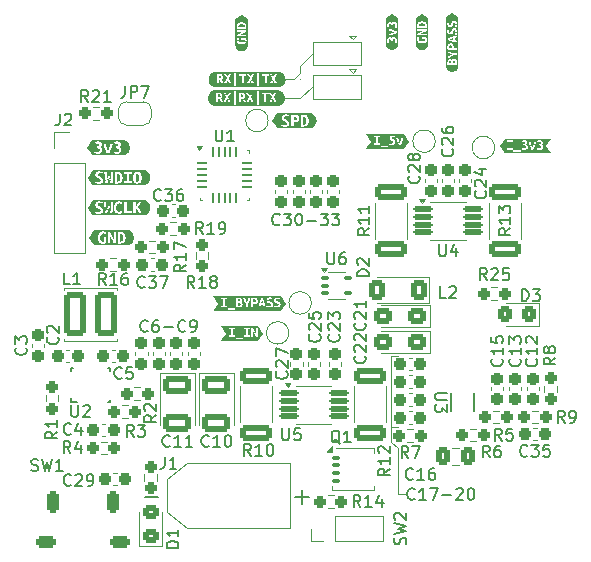
<source format=gto>
%TF.GenerationSoftware,KiCad,Pcbnew,9.0.0-9.0.0-2~ubuntu24.04.1*%
%TF.CreationDate,2025-02-26T14:58:08+01:00*%
%TF.ProjectId,SupplyBoard,53757070-6c79-4426-9f61-72642e6b6963,rev?*%
%TF.SameCoordinates,Original*%
%TF.FileFunction,Legend,Top*%
%TF.FilePolarity,Positive*%
%FSLAX46Y46*%
G04 Gerber Fmt 4.6, Leading zero omitted, Abs format (unit mm)*
G04 Created by KiCad (PCBNEW 9.0.0-9.0.0-2~ubuntu24.04.1) date 2025-02-26 14:58:08*
%MOMM*%
%LPD*%
G01*
G04 APERTURE LIST*
G04 Aperture macros list*
%AMRoundRect*
0 Rectangle with rounded corners*
0 $1 Rounding radius*
0 $2 $3 $4 $5 $6 $7 $8 $9 X,Y pos of 4 corners*
0 Add a 4 corners polygon primitive as box body*
4,1,4,$2,$3,$4,$5,$6,$7,$8,$9,$2,$3,0*
0 Add four circle primitives for the rounded corners*
1,1,$1+$1,$2,$3*
1,1,$1+$1,$4,$5*
1,1,$1+$1,$6,$7*
1,1,$1+$1,$8,$9*
0 Add four rect primitives between the rounded corners*
20,1,$1+$1,$2,$3,$4,$5,0*
20,1,$1+$1,$4,$5,$6,$7,0*
20,1,$1+$1,$6,$7,$8,$9,0*
20,1,$1+$1,$8,$9,$2,$3,0*%
%AMFreePoly0*
4,1,14,0.230680,0.111820,0.364320,-0.021820,0.377500,-0.053640,0.377500,-0.080000,0.364320,-0.111820,0.332500,-0.125000,-0.332500,-0.125000,-0.364320,-0.111820,-0.377500,-0.080000,-0.377500,0.080000,-0.364320,0.111820,-0.332500,0.125000,0.198860,0.125000,0.230680,0.111820,0.230680,0.111820,$1*%
%AMFreePoly1*
4,1,14,0.364320,0.111820,0.377500,0.080000,0.377500,0.053640,0.364320,0.021820,0.230680,-0.111820,0.198860,-0.125000,-0.332500,-0.125000,-0.364320,-0.111820,-0.377500,-0.080000,-0.377500,0.080000,-0.364320,0.111820,-0.332500,0.125000,0.332500,0.125000,0.364320,0.111820,0.364320,0.111820,$1*%
%AMFreePoly2*
4,1,14,0.111820,0.364320,0.125000,0.332500,0.125000,-0.332500,0.111820,-0.364320,0.080000,-0.377500,-0.080000,-0.377500,-0.111820,-0.364320,-0.125000,-0.332500,-0.125000,0.198860,-0.111820,0.230680,0.021820,0.364320,0.053640,0.377500,0.080000,0.377500,0.111820,0.364320,0.111820,0.364320,$1*%
%AMFreePoly3*
4,1,14,-0.021820,0.364320,0.111820,0.230680,0.125000,0.198860,0.125000,-0.332500,0.111820,-0.364320,0.080000,-0.377500,-0.080000,-0.377500,-0.111820,-0.364320,-0.125000,-0.332500,-0.125000,0.332500,-0.111820,0.364320,-0.080000,0.377500,-0.053640,0.377500,-0.021820,0.364320,-0.021820,0.364320,$1*%
%AMFreePoly4*
4,1,14,0.364320,0.111820,0.377500,0.080000,0.377500,-0.080000,0.364320,-0.111820,0.332500,-0.125000,-0.198860,-0.125000,-0.230680,-0.111820,-0.364320,0.021820,-0.377500,0.053640,-0.377500,0.080000,-0.364320,0.111820,-0.332500,0.125000,0.332500,0.125000,0.364320,0.111820,0.364320,0.111820,$1*%
%AMFreePoly5*
4,1,14,0.364320,0.111820,0.377500,0.080000,0.377500,-0.080000,0.364320,-0.111820,0.332500,-0.125000,-0.332500,-0.125000,-0.364320,-0.111820,-0.377500,-0.080000,-0.377500,-0.053640,-0.364320,-0.021820,-0.230680,0.111820,-0.198860,0.125000,0.332500,0.125000,0.364320,0.111820,0.364320,0.111820,$1*%
%AMFreePoly6*
4,1,14,0.111820,0.364320,0.125000,0.332500,0.125000,-0.198860,0.111820,-0.230680,-0.021820,-0.364320,-0.053640,-0.377500,-0.080000,-0.377500,-0.111820,-0.364320,-0.125000,-0.332500,-0.125000,0.332500,-0.111820,0.364320,-0.080000,0.377500,0.080000,0.377500,0.111820,0.364320,0.111820,0.364320,$1*%
%AMFreePoly7*
4,1,14,0.111820,0.364320,0.125000,0.332500,0.125000,-0.332500,0.111820,-0.364320,0.080000,-0.377500,0.053640,-0.377500,0.021820,-0.364320,-0.111820,-0.230680,-0.125000,-0.198860,-0.125000,0.332500,-0.111820,0.364320,-0.080000,0.377500,0.080000,0.377500,0.111820,0.364320,0.111820,0.364320,$1*%
%AMFreePoly8*
4,1,23,0.500000,-0.750000,0.000000,-0.750000,0.000000,-0.745722,-0.065263,-0.745722,-0.191342,-0.711940,-0.304381,-0.646677,-0.396677,-0.554381,-0.461940,-0.441342,-0.495722,-0.315263,-0.495722,-0.250000,-0.500000,-0.250000,-0.500000,0.250000,-0.495722,0.250000,-0.495722,0.315263,-0.461940,0.441342,-0.396677,0.554381,-0.304381,0.646677,-0.191342,0.711940,-0.065263,0.745722,0.000000,0.745722,
0.000000,0.750000,0.500000,0.750000,0.500000,-0.750000,0.500000,-0.750000,$1*%
%AMFreePoly9*
4,1,23,0.000000,0.745722,0.065263,0.745722,0.191342,0.711940,0.304381,0.646677,0.396677,0.554381,0.461940,0.441342,0.495722,0.315263,0.495722,0.250000,0.500000,0.250000,0.500000,-0.250000,0.495722,-0.250000,0.495722,-0.315263,0.461940,-0.441342,0.396677,-0.554381,0.304381,-0.646677,0.191342,-0.711940,0.065263,-0.745722,0.000000,-0.745722,0.000000,-0.750000,-0.500000,-0.750000,
-0.500000,0.750000,0.000000,0.750000,0.000000,0.745722,0.000000,0.745722,$1*%
%AMFreePoly10*
4,1,17,1.395000,0.765000,0.855000,0.765000,0.855000,0.535000,1.395000,0.535000,1.395000,0.115000,0.855000,0.115000,0.855000,-0.115000,1.395000,-0.115000,1.395000,-0.535000,0.855000,-0.535000,0.855000,-0.765000,1.395000,-0.765000,1.395000,-1.185000,-0.855000,-1.185000,-0.855000,1.185000,1.395000,1.185000,1.395000,0.765000,1.395000,0.765000,$1*%
G04 Aperture macros list end*
%ADD10C,0.100000*%
%ADD11C,0.150000*%
%ADD12C,0.120000*%
%ADD13C,0.000000*%
%ADD14C,0.152400*%
%ADD15C,0.200000*%
%ADD16RoundRect,0.237500X0.237500X-0.300000X0.237500X0.300000X-0.237500X0.300000X-0.237500X-0.300000X0*%
%ADD17RoundRect,0.237500X-0.237500X0.300000X-0.237500X-0.300000X0.237500X-0.300000X0.237500X0.300000X0*%
%ADD18RoundRect,0.237500X0.300000X0.237500X-0.300000X0.237500X-0.300000X-0.237500X0.300000X-0.237500X0*%
%ADD19RoundRect,0.100000X-0.225000X-0.100000X0.225000X-0.100000X0.225000X0.100000X-0.225000X0.100000X0*%
%ADD20FreePoly0,0.000000*%
%ADD21RoundRect,0.062500X-0.375000X-0.062500X0.375000X-0.062500X0.375000X0.062500X-0.375000X0.062500X0*%
%ADD22FreePoly1,0.000000*%
%ADD23FreePoly2,0.000000*%
%ADD24RoundRect,0.062500X-0.062500X-0.375000X0.062500X-0.375000X0.062500X0.375000X-0.062500X0.375000X0*%
%ADD25FreePoly3,0.000000*%
%ADD26FreePoly4,0.000000*%
%ADD27FreePoly5,0.000000*%
%ADD28FreePoly6,0.000000*%
%ADD29FreePoly7,0.000000*%
%ADD30RoundRect,0.237500X-0.250000X-0.237500X0.250000X-0.237500X0.250000X0.237500X-0.250000X0.237500X0*%
%ADD31R,1.000000X1.500000*%
%ADD32RoundRect,0.237500X-0.300000X-0.237500X0.300000X-0.237500X0.300000X0.237500X-0.300000X0.237500X0*%
%ADD33RoundRect,0.125000X-0.687500X-0.125000X0.687500X-0.125000X0.687500X0.125000X-0.687500X0.125000X0*%
%ADD34RoundRect,0.237500X0.250000X0.237500X-0.250000X0.237500X-0.250000X-0.237500X0.250000X-0.237500X0*%
%ADD35RoundRect,0.249999X1.075001X-0.450001X1.075001X0.450001X-1.075001X0.450001X-1.075001X-0.450001X0*%
%ADD36RoundRect,0.237500X-0.237500X0.250000X-0.237500X-0.250000X0.237500X-0.250000X0.237500X0.250000X0*%
%ADD37C,3.200000*%
%ADD38C,1.500000*%
%ADD39RoundRect,0.262500X0.562500X0.262500X-0.562500X0.262500X-0.562500X-0.262500X0.562500X-0.262500X0*%
%ADD40RoundRect,0.262500X0.262500X-0.637500X0.262500X0.637500X-0.262500X0.637500X-0.262500X-0.637500X0*%
%ADD41RoundRect,0.250000X0.537500X0.425000X-0.537500X0.425000X-0.537500X-0.425000X0.537500X-0.425000X0*%
%ADD42RoundRect,0.250001X-0.924999X0.499999X-0.924999X-0.499999X0.924999X-0.499999X0.924999X0.499999X0*%
%ADD43RoundRect,0.250000X0.450000X-0.325000X0.450000X0.325000X-0.450000X0.325000X-0.450000X-0.325000X0*%
%ADD44RoundRect,0.250000X0.337500X0.475000X-0.337500X0.475000X-0.337500X-0.475000X0.337500X-0.475000X0*%
%ADD45RoundRect,0.250000X0.325000X0.450000X-0.325000X0.450000X-0.325000X-0.450000X0.325000X-0.450000X0*%
%ADD46R,1.350000X1.350000*%
%ADD47O,1.350000X1.350000*%
%ADD48R,0.279400X0.609600*%
%ADD49RoundRect,0.237500X0.237500X-0.250000X0.237500X0.250000X-0.237500X0.250000X-0.237500X-0.250000X0*%
%ADD50RoundRect,0.250000X0.400000X0.600000X-0.400000X0.600000X-0.400000X-0.600000X0.400000X-0.600000X0*%
%ADD51R,1.700000X1.700000*%
%ADD52O,1.700000X1.700000*%
%ADD53FreePoly8,0.000000*%
%ADD54FreePoly9,0.000000*%
%ADD55R,3.800000X3.800000*%
%ADD56C,4.000000*%
%ADD57R,0.240000X0.599999*%
%ADD58R,0.599999X0.240000*%
%ADD59R,0.700001X0.850001*%
%ADD60R,0.349999X1.450000*%
%ADD61R,0.349999X1.799999*%
%ADD62RoundRect,0.105000X-0.245000X-0.105000X0.245000X-0.105000X0.245000X0.105000X-0.245000X0.105000X0*%
%ADD63FreePoly10,0.000000*%
%ADD64R,4.500000X1.900000*%
%ADD65RoundRect,0.250000X-0.700000X-1.600000X0.700000X-1.600000X0.700000X1.600000X-0.700000X1.600000X0*%
%ADD66R,1.500000X4.000000*%
G04 APERTURE END LIST*
D10*
X186200000Y-91948000D02*
X186817000Y-92456000D01*
X178488403Y-60128891D02*
X178488403Y-60714000D01*
X186200000Y-84709000D02*
X186817000Y-84709000D01*
X186817000Y-96393000D02*
X187452000Y-96393000D01*
X178488403Y-61214000D02*
X178488403Y-61214000D01*
X186200000Y-84709000D02*
X186200000Y-91948000D01*
X186817000Y-92456000D02*
X186817000Y-96393000D01*
X177252682Y-62865000D02*
X178488403Y-62865000D01*
X186200000Y-90678000D02*
X186817000Y-90678000D01*
X177300275Y-61224919D02*
X177988424Y-61218595D01*
X178488403Y-60128891D02*
X179621443Y-59083680D01*
X178488403Y-62865000D02*
X179621443Y-61834394D01*
X178488403Y-60714000D02*
X177988424Y-61218595D01*
D11*
X165627207Y-82578580D02*
X165579588Y-82626200D01*
X165579588Y-82626200D02*
X165436731Y-82673819D01*
X165436731Y-82673819D02*
X165341493Y-82673819D01*
X165341493Y-82673819D02*
X165198636Y-82626200D01*
X165198636Y-82626200D02*
X165103398Y-82530961D01*
X165103398Y-82530961D02*
X165055779Y-82435723D01*
X165055779Y-82435723D02*
X165008160Y-82245247D01*
X165008160Y-82245247D02*
X165008160Y-82102390D01*
X165008160Y-82102390D02*
X165055779Y-81911914D01*
X165055779Y-81911914D02*
X165103398Y-81816676D01*
X165103398Y-81816676D02*
X165198636Y-81721438D01*
X165198636Y-81721438D02*
X165341493Y-81673819D01*
X165341493Y-81673819D02*
X165436731Y-81673819D01*
X165436731Y-81673819D02*
X165579588Y-81721438D01*
X165579588Y-81721438D02*
X165627207Y-81769057D01*
X166484350Y-81673819D02*
X166293874Y-81673819D01*
X166293874Y-81673819D02*
X166198636Y-81721438D01*
X166198636Y-81721438D02*
X166151017Y-81769057D01*
X166151017Y-81769057D02*
X166055779Y-81911914D01*
X166055779Y-81911914D02*
X166008160Y-82102390D01*
X166008160Y-82102390D02*
X166008160Y-82483342D01*
X166008160Y-82483342D02*
X166055779Y-82578580D01*
X166055779Y-82578580D02*
X166103398Y-82626200D01*
X166103398Y-82626200D02*
X166198636Y-82673819D01*
X166198636Y-82673819D02*
X166389112Y-82673819D01*
X166389112Y-82673819D02*
X166484350Y-82626200D01*
X166484350Y-82626200D02*
X166531969Y-82578580D01*
X166531969Y-82578580D02*
X166579588Y-82483342D01*
X166579588Y-82483342D02*
X166579588Y-82245247D01*
X166579588Y-82245247D02*
X166531969Y-82150009D01*
X166531969Y-82150009D02*
X166484350Y-82102390D01*
X166484350Y-82102390D02*
X166389112Y-82054771D01*
X166389112Y-82054771D02*
X166198636Y-82054771D01*
X166198636Y-82054771D02*
X166103398Y-82102390D01*
X166103398Y-82102390D02*
X166055779Y-82150009D01*
X166055779Y-82150009D02*
X166008160Y-82245247D01*
X167008160Y-82292866D02*
X167770065Y-82292866D01*
X168817683Y-82578580D02*
X168770064Y-82626200D01*
X168770064Y-82626200D02*
X168627207Y-82673819D01*
X168627207Y-82673819D02*
X168531969Y-82673819D01*
X168531969Y-82673819D02*
X168389112Y-82626200D01*
X168389112Y-82626200D02*
X168293874Y-82530961D01*
X168293874Y-82530961D02*
X168246255Y-82435723D01*
X168246255Y-82435723D02*
X168198636Y-82245247D01*
X168198636Y-82245247D02*
X168198636Y-82102390D01*
X168198636Y-82102390D02*
X168246255Y-81911914D01*
X168246255Y-81911914D02*
X168293874Y-81816676D01*
X168293874Y-81816676D02*
X168389112Y-81721438D01*
X168389112Y-81721438D02*
X168531969Y-81673819D01*
X168531969Y-81673819D02*
X168627207Y-81673819D01*
X168627207Y-81673819D02*
X168770064Y-81721438D01*
X168770064Y-81721438D02*
X168817683Y-81769057D01*
X169293874Y-82673819D02*
X169484350Y-82673819D01*
X169484350Y-82673819D02*
X169579588Y-82626200D01*
X169579588Y-82626200D02*
X169627207Y-82578580D01*
X169627207Y-82578580D02*
X169722445Y-82435723D01*
X169722445Y-82435723D02*
X169770064Y-82245247D01*
X169770064Y-82245247D02*
X169770064Y-81864295D01*
X169770064Y-81864295D02*
X169722445Y-81769057D01*
X169722445Y-81769057D02*
X169674826Y-81721438D01*
X169674826Y-81721438D02*
X169579588Y-81673819D01*
X169579588Y-81673819D02*
X169389112Y-81673819D01*
X169389112Y-81673819D02*
X169293874Y-81721438D01*
X169293874Y-81721438D02*
X169246255Y-81769057D01*
X169246255Y-81769057D02*
X169198636Y-81864295D01*
X169198636Y-81864295D02*
X169198636Y-82102390D01*
X169198636Y-82102390D02*
X169246255Y-82197628D01*
X169246255Y-82197628D02*
X169293874Y-82245247D01*
X169293874Y-82245247D02*
X169389112Y-82292866D01*
X169389112Y-82292866D02*
X169579588Y-82292866D01*
X169579588Y-82292866D02*
X169674826Y-82245247D01*
X169674826Y-82245247D02*
X169722445Y-82197628D01*
X169722445Y-82197628D02*
X169770064Y-82102390D01*
X188233207Y-96802580D02*
X188185588Y-96850200D01*
X188185588Y-96850200D02*
X188042731Y-96897819D01*
X188042731Y-96897819D02*
X187947493Y-96897819D01*
X187947493Y-96897819D02*
X187804636Y-96850200D01*
X187804636Y-96850200D02*
X187709398Y-96754961D01*
X187709398Y-96754961D02*
X187661779Y-96659723D01*
X187661779Y-96659723D02*
X187614160Y-96469247D01*
X187614160Y-96469247D02*
X187614160Y-96326390D01*
X187614160Y-96326390D02*
X187661779Y-96135914D01*
X187661779Y-96135914D02*
X187709398Y-96040676D01*
X187709398Y-96040676D02*
X187804636Y-95945438D01*
X187804636Y-95945438D02*
X187947493Y-95897819D01*
X187947493Y-95897819D02*
X188042731Y-95897819D01*
X188042731Y-95897819D02*
X188185588Y-95945438D01*
X188185588Y-95945438D02*
X188233207Y-95993057D01*
X189185588Y-96897819D02*
X188614160Y-96897819D01*
X188899874Y-96897819D02*
X188899874Y-95897819D01*
X188899874Y-95897819D02*
X188804636Y-96040676D01*
X188804636Y-96040676D02*
X188709398Y-96135914D01*
X188709398Y-96135914D02*
X188614160Y-96183533D01*
X189518922Y-95897819D02*
X190185588Y-95897819D01*
X190185588Y-95897819D02*
X189757017Y-96897819D01*
X190566541Y-96516866D02*
X191328446Y-96516866D01*
X191757017Y-95993057D02*
X191804636Y-95945438D01*
X191804636Y-95945438D02*
X191899874Y-95897819D01*
X191899874Y-95897819D02*
X192137969Y-95897819D01*
X192137969Y-95897819D02*
X192233207Y-95945438D01*
X192233207Y-95945438D02*
X192280826Y-95993057D01*
X192280826Y-95993057D02*
X192328445Y-96088295D01*
X192328445Y-96088295D02*
X192328445Y-96183533D01*
X192328445Y-96183533D02*
X192280826Y-96326390D01*
X192280826Y-96326390D02*
X191709398Y-96897819D01*
X191709398Y-96897819D02*
X192328445Y-96897819D01*
X192947493Y-95897819D02*
X193042731Y-95897819D01*
X193042731Y-95897819D02*
X193137969Y-95945438D01*
X193137969Y-95945438D02*
X193185588Y-95993057D01*
X193185588Y-95993057D02*
X193233207Y-96088295D01*
X193233207Y-96088295D02*
X193280826Y-96278771D01*
X193280826Y-96278771D02*
X193280826Y-96516866D01*
X193280826Y-96516866D02*
X193233207Y-96707342D01*
X193233207Y-96707342D02*
X193185588Y-96802580D01*
X193185588Y-96802580D02*
X193137969Y-96850200D01*
X193137969Y-96850200D02*
X193042731Y-96897819D01*
X193042731Y-96897819D02*
X192947493Y-96897819D01*
X192947493Y-96897819D02*
X192852255Y-96850200D01*
X192852255Y-96850200D02*
X192804636Y-96802580D01*
X192804636Y-96802580D02*
X192757017Y-96707342D01*
X192757017Y-96707342D02*
X192709398Y-96516866D01*
X192709398Y-96516866D02*
X192709398Y-96278771D01*
X192709398Y-96278771D02*
X192757017Y-96088295D01*
X192757017Y-96088295D02*
X192804636Y-95993057D01*
X192804636Y-95993057D02*
X192852255Y-95945438D01*
X192852255Y-95945438D02*
X192947493Y-95897819D01*
X176803207Y-73561580D02*
X176755588Y-73609200D01*
X176755588Y-73609200D02*
X176612731Y-73656819D01*
X176612731Y-73656819D02*
X176517493Y-73656819D01*
X176517493Y-73656819D02*
X176374636Y-73609200D01*
X176374636Y-73609200D02*
X176279398Y-73513961D01*
X176279398Y-73513961D02*
X176231779Y-73418723D01*
X176231779Y-73418723D02*
X176184160Y-73228247D01*
X176184160Y-73228247D02*
X176184160Y-73085390D01*
X176184160Y-73085390D02*
X176231779Y-72894914D01*
X176231779Y-72894914D02*
X176279398Y-72799676D01*
X176279398Y-72799676D02*
X176374636Y-72704438D01*
X176374636Y-72704438D02*
X176517493Y-72656819D01*
X176517493Y-72656819D02*
X176612731Y-72656819D01*
X176612731Y-72656819D02*
X176755588Y-72704438D01*
X176755588Y-72704438D02*
X176803207Y-72752057D01*
X177136541Y-72656819D02*
X177755588Y-72656819D01*
X177755588Y-72656819D02*
X177422255Y-73037771D01*
X177422255Y-73037771D02*
X177565112Y-73037771D01*
X177565112Y-73037771D02*
X177660350Y-73085390D01*
X177660350Y-73085390D02*
X177707969Y-73133009D01*
X177707969Y-73133009D02*
X177755588Y-73228247D01*
X177755588Y-73228247D02*
X177755588Y-73466342D01*
X177755588Y-73466342D02*
X177707969Y-73561580D01*
X177707969Y-73561580D02*
X177660350Y-73609200D01*
X177660350Y-73609200D02*
X177565112Y-73656819D01*
X177565112Y-73656819D02*
X177279398Y-73656819D01*
X177279398Y-73656819D02*
X177184160Y-73609200D01*
X177184160Y-73609200D02*
X177136541Y-73561580D01*
X178374636Y-72656819D02*
X178469874Y-72656819D01*
X178469874Y-72656819D02*
X178565112Y-72704438D01*
X178565112Y-72704438D02*
X178612731Y-72752057D01*
X178612731Y-72752057D02*
X178660350Y-72847295D01*
X178660350Y-72847295D02*
X178707969Y-73037771D01*
X178707969Y-73037771D02*
X178707969Y-73275866D01*
X178707969Y-73275866D02*
X178660350Y-73466342D01*
X178660350Y-73466342D02*
X178612731Y-73561580D01*
X178612731Y-73561580D02*
X178565112Y-73609200D01*
X178565112Y-73609200D02*
X178469874Y-73656819D01*
X178469874Y-73656819D02*
X178374636Y-73656819D01*
X178374636Y-73656819D02*
X178279398Y-73609200D01*
X178279398Y-73609200D02*
X178231779Y-73561580D01*
X178231779Y-73561580D02*
X178184160Y-73466342D01*
X178184160Y-73466342D02*
X178136541Y-73275866D01*
X178136541Y-73275866D02*
X178136541Y-73037771D01*
X178136541Y-73037771D02*
X178184160Y-72847295D01*
X178184160Y-72847295D02*
X178231779Y-72752057D01*
X178231779Y-72752057D02*
X178279398Y-72704438D01*
X178279398Y-72704438D02*
X178374636Y-72656819D01*
X179136541Y-73275866D02*
X179898446Y-73275866D01*
X180279398Y-72656819D02*
X180898445Y-72656819D01*
X180898445Y-72656819D02*
X180565112Y-73037771D01*
X180565112Y-73037771D02*
X180707969Y-73037771D01*
X180707969Y-73037771D02*
X180803207Y-73085390D01*
X180803207Y-73085390D02*
X180850826Y-73133009D01*
X180850826Y-73133009D02*
X180898445Y-73228247D01*
X180898445Y-73228247D02*
X180898445Y-73466342D01*
X180898445Y-73466342D02*
X180850826Y-73561580D01*
X180850826Y-73561580D02*
X180803207Y-73609200D01*
X180803207Y-73609200D02*
X180707969Y-73656819D01*
X180707969Y-73656819D02*
X180422255Y-73656819D01*
X180422255Y-73656819D02*
X180327017Y-73609200D01*
X180327017Y-73609200D02*
X180279398Y-73561580D01*
X181231779Y-72656819D02*
X181850826Y-72656819D01*
X181850826Y-72656819D02*
X181517493Y-73037771D01*
X181517493Y-73037771D02*
X181660350Y-73037771D01*
X181660350Y-73037771D02*
X181755588Y-73085390D01*
X181755588Y-73085390D02*
X181803207Y-73133009D01*
X181803207Y-73133009D02*
X181850826Y-73228247D01*
X181850826Y-73228247D02*
X181850826Y-73466342D01*
X181850826Y-73466342D02*
X181803207Y-73561580D01*
X181803207Y-73561580D02*
X181755588Y-73609200D01*
X181755588Y-73609200D02*
X181660350Y-73656819D01*
X181660350Y-73656819D02*
X181374636Y-73656819D01*
X181374636Y-73656819D02*
X181279398Y-73609200D01*
X181279398Y-73609200D02*
X181231779Y-73561580D01*
X191418380Y-67190857D02*
X191466000Y-67238476D01*
X191466000Y-67238476D02*
X191513619Y-67381333D01*
X191513619Y-67381333D02*
X191513619Y-67476571D01*
X191513619Y-67476571D02*
X191466000Y-67619428D01*
X191466000Y-67619428D02*
X191370761Y-67714666D01*
X191370761Y-67714666D02*
X191275523Y-67762285D01*
X191275523Y-67762285D02*
X191085047Y-67809904D01*
X191085047Y-67809904D02*
X190942190Y-67809904D01*
X190942190Y-67809904D02*
X190751714Y-67762285D01*
X190751714Y-67762285D02*
X190656476Y-67714666D01*
X190656476Y-67714666D02*
X190561238Y-67619428D01*
X190561238Y-67619428D02*
X190513619Y-67476571D01*
X190513619Y-67476571D02*
X190513619Y-67381333D01*
X190513619Y-67381333D02*
X190561238Y-67238476D01*
X190561238Y-67238476D02*
X190608857Y-67190857D01*
X190608857Y-66809904D02*
X190561238Y-66762285D01*
X190561238Y-66762285D02*
X190513619Y-66667047D01*
X190513619Y-66667047D02*
X190513619Y-66428952D01*
X190513619Y-66428952D02*
X190561238Y-66333714D01*
X190561238Y-66333714D02*
X190608857Y-66286095D01*
X190608857Y-66286095D02*
X190704095Y-66238476D01*
X190704095Y-66238476D02*
X190799333Y-66238476D01*
X190799333Y-66238476D02*
X190942190Y-66286095D01*
X190942190Y-66286095D02*
X191513619Y-66857523D01*
X191513619Y-66857523D02*
X191513619Y-66238476D01*
X190513619Y-65381333D02*
X190513619Y-65571809D01*
X190513619Y-65571809D02*
X190561238Y-65667047D01*
X190561238Y-65667047D02*
X190608857Y-65714666D01*
X190608857Y-65714666D02*
X190751714Y-65809904D01*
X190751714Y-65809904D02*
X190942190Y-65857523D01*
X190942190Y-65857523D02*
X191323142Y-65857523D01*
X191323142Y-65857523D02*
X191418380Y-65809904D01*
X191418380Y-65809904D02*
X191466000Y-65762285D01*
X191466000Y-65762285D02*
X191513619Y-65667047D01*
X191513619Y-65667047D02*
X191513619Y-65476571D01*
X191513619Y-65476571D02*
X191466000Y-65381333D01*
X191466000Y-65381333D02*
X191418380Y-65333714D01*
X191418380Y-65333714D02*
X191323142Y-65286095D01*
X191323142Y-65286095D02*
X191085047Y-65286095D01*
X191085047Y-65286095D02*
X190989809Y-65333714D01*
X190989809Y-65333714D02*
X190942190Y-65381333D01*
X190942190Y-65381333D02*
X190894571Y-65476571D01*
X190894571Y-65476571D02*
X190894571Y-65667047D01*
X190894571Y-65667047D02*
X190942190Y-65762285D01*
X190942190Y-65762285D02*
X190989809Y-65809904D01*
X190989809Y-65809904D02*
X191085047Y-65857523D01*
X195609380Y-84945457D02*
X195657000Y-84993076D01*
X195657000Y-84993076D02*
X195704619Y-85135933D01*
X195704619Y-85135933D02*
X195704619Y-85231171D01*
X195704619Y-85231171D02*
X195657000Y-85374028D01*
X195657000Y-85374028D02*
X195561761Y-85469266D01*
X195561761Y-85469266D02*
X195466523Y-85516885D01*
X195466523Y-85516885D02*
X195276047Y-85564504D01*
X195276047Y-85564504D02*
X195133190Y-85564504D01*
X195133190Y-85564504D02*
X194942714Y-85516885D01*
X194942714Y-85516885D02*
X194847476Y-85469266D01*
X194847476Y-85469266D02*
X194752238Y-85374028D01*
X194752238Y-85374028D02*
X194704619Y-85231171D01*
X194704619Y-85231171D02*
X194704619Y-85135933D01*
X194704619Y-85135933D02*
X194752238Y-84993076D01*
X194752238Y-84993076D02*
X194799857Y-84945457D01*
X195704619Y-83993076D02*
X195704619Y-84564504D01*
X195704619Y-84278790D02*
X194704619Y-84278790D01*
X194704619Y-84278790D02*
X194847476Y-84374028D01*
X194847476Y-84374028D02*
X194942714Y-84469266D01*
X194942714Y-84469266D02*
X194990333Y-84564504D01*
X194704619Y-83088314D02*
X194704619Y-83564504D01*
X194704619Y-83564504D02*
X195180809Y-83612123D01*
X195180809Y-83612123D02*
X195133190Y-83564504D01*
X195133190Y-83564504D02*
X195085571Y-83469266D01*
X195085571Y-83469266D02*
X195085571Y-83231171D01*
X195085571Y-83231171D02*
X195133190Y-83135933D01*
X195133190Y-83135933D02*
X195180809Y-83088314D01*
X195180809Y-83088314D02*
X195276047Y-83040695D01*
X195276047Y-83040695D02*
X195514142Y-83040695D01*
X195514142Y-83040695D02*
X195609380Y-83088314D01*
X195609380Y-83088314D02*
X195657000Y-83135933D01*
X195657000Y-83135933D02*
X195704619Y-83231171D01*
X195704619Y-83231171D02*
X195704619Y-83469266D01*
X195704619Y-83469266D02*
X195657000Y-83564504D01*
X195657000Y-83564504D02*
X195609380Y-83612123D01*
X166743142Y-71479580D02*
X166695523Y-71527200D01*
X166695523Y-71527200D02*
X166552666Y-71574819D01*
X166552666Y-71574819D02*
X166457428Y-71574819D01*
X166457428Y-71574819D02*
X166314571Y-71527200D01*
X166314571Y-71527200D02*
X166219333Y-71431961D01*
X166219333Y-71431961D02*
X166171714Y-71336723D01*
X166171714Y-71336723D02*
X166124095Y-71146247D01*
X166124095Y-71146247D02*
X166124095Y-71003390D01*
X166124095Y-71003390D02*
X166171714Y-70812914D01*
X166171714Y-70812914D02*
X166219333Y-70717676D01*
X166219333Y-70717676D02*
X166314571Y-70622438D01*
X166314571Y-70622438D02*
X166457428Y-70574819D01*
X166457428Y-70574819D02*
X166552666Y-70574819D01*
X166552666Y-70574819D02*
X166695523Y-70622438D01*
X166695523Y-70622438D02*
X166743142Y-70670057D01*
X167076476Y-70574819D02*
X167695523Y-70574819D01*
X167695523Y-70574819D02*
X167362190Y-70955771D01*
X167362190Y-70955771D02*
X167505047Y-70955771D01*
X167505047Y-70955771D02*
X167600285Y-71003390D01*
X167600285Y-71003390D02*
X167647904Y-71051009D01*
X167647904Y-71051009D02*
X167695523Y-71146247D01*
X167695523Y-71146247D02*
X167695523Y-71384342D01*
X167695523Y-71384342D02*
X167647904Y-71479580D01*
X167647904Y-71479580D02*
X167600285Y-71527200D01*
X167600285Y-71527200D02*
X167505047Y-71574819D01*
X167505047Y-71574819D02*
X167219333Y-71574819D01*
X167219333Y-71574819D02*
X167124095Y-71527200D01*
X167124095Y-71527200D02*
X167076476Y-71479580D01*
X168552666Y-70574819D02*
X168362190Y-70574819D01*
X168362190Y-70574819D02*
X168266952Y-70622438D01*
X168266952Y-70622438D02*
X168219333Y-70670057D01*
X168219333Y-70670057D02*
X168124095Y-70812914D01*
X168124095Y-70812914D02*
X168076476Y-71003390D01*
X168076476Y-71003390D02*
X168076476Y-71384342D01*
X168076476Y-71384342D02*
X168124095Y-71479580D01*
X168124095Y-71479580D02*
X168171714Y-71527200D01*
X168171714Y-71527200D02*
X168266952Y-71574819D01*
X168266952Y-71574819D02*
X168457428Y-71574819D01*
X168457428Y-71574819D02*
X168552666Y-71527200D01*
X168552666Y-71527200D02*
X168600285Y-71479580D01*
X168600285Y-71479580D02*
X168647904Y-71384342D01*
X168647904Y-71384342D02*
X168647904Y-71146247D01*
X168647904Y-71146247D02*
X168600285Y-71051009D01*
X168600285Y-71051009D02*
X168552666Y-71003390D01*
X168552666Y-71003390D02*
X168457428Y-70955771D01*
X168457428Y-70955771D02*
X168266952Y-70955771D01*
X168266952Y-70955771D02*
X168171714Y-71003390D01*
X168171714Y-71003390D02*
X168124095Y-71051009D01*
X168124095Y-71051009D02*
X168076476Y-71146247D01*
X180848095Y-75944819D02*
X180848095Y-76754342D01*
X180848095Y-76754342D02*
X180895714Y-76849580D01*
X180895714Y-76849580D02*
X180943333Y-76897200D01*
X180943333Y-76897200D02*
X181038571Y-76944819D01*
X181038571Y-76944819D02*
X181229047Y-76944819D01*
X181229047Y-76944819D02*
X181324285Y-76897200D01*
X181324285Y-76897200D02*
X181371904Y-76849580D01*
X181371904Y-76849580D02*
X181419523Y-76754342D01*
X181419523Y-76754342D02*
X181419523Y-75944819D01*
X182324285Y-75944819D02*
X182133809Y-75944819D01*
X182133809Y-75944819D02*
X182038571Y-75992438D01*
X182038571Y-75992438D02*
X181990952Y-76040057D01*
X181990952Y-76040057D02*
X181895714Y-76182914D01*
X181895714Y-76182914D02*
X181848095Y-76373390D01*
X181848095Y-76373390D02*
X181848095Y-76754342D01*
X181848095Y-76754342D02*
X181895714Y-76849580D01*
X181895714Y-76849580D02*
X181943333Y-76897200D01*
X181943333Y-76897200D02*
X182038571Y-76944819D01*
X182038571Y-76944819D02*
X182229047Y-76944819D01*
X182229047Y-76944819D02*
X182324285Y-76897200D01*
X182324285Y-76897200D02*
X182371904Y-76849580D01*
X182371904Y-76849580D02*
X182419523Y-76754342D01*
X182419523Y-76754342D02*
X182419523Y-76516247D01*
X182419523Y-76516247D02*
X182371904Y-76421009D01*
X182371904Y-76421009D02*
X182324285Y-76373390D01*
X182324285Y-76373390D02*
X182229047Y-76325771D01*
X182229047Y-76325771D02*
X182038571Y-76325771D01*
X182038571Y-76325771D02*
X181943333Y-76373390D01*
X181943333Y-76373390D02*
X181895714Y-76421009D01*
X181895714Y-76421009D02*
X181848095Y-76516247D01*
X171371338Y-65532699D02*
X171371338Y-66342222D01*
X171371338Y-66342222D02*
X171418957Y-66437460D01*
X171418957Y-66437460D02*
X171466576Y-66485080D01*
X171466576Y-66485080D02*
X171561814Y-66532699D01*
X171561814Y-66532699D02*
X171752290Y-66532699D01*
X171752290Y-66532699D02*
X171847528Y-66485080D01*
X171847528Y-66485080D02*
X171895147Y-66437460D01*
X171895147Y-66437460D02*
X171942766Y-66342222D01*
X171942766Y-66342222D02*
X171942766Y-65532699D01*
X172942766Y-66532699D02*
X172371338Y-66532699D01*
X172657052Y-66532699D02*
X172657052Y-65532699D01*
X172657052Y-65532699D02*
X172561814Y-65675556D01*
X172561814Y-65675556D02*
X172466576Y-65770794D01*
X172466576Y-65770794D02*
X172371338Y-65818413D01*
X200925133Y-90345419D02*
X200591800Y-89869228D01*
X200353705Y-90345419D02*
X200353705Y-89345419D01*
X200353705Y-89345419D02*
X200734657Y-89345419D01*
X200734657Y-89345419D02*
X200829895Y-89393038D01*
X200829895Y-89393038D02*
X200877514Y-89440657D01*
X200877514Y-89440657D02*
X200925133Y-89535895D01*
X200925133Y-89535895D02*
X200925133Y-89678752D01*
X200925133Y-89678752D02*
X200877514Y-89773990D01*
X200877514Y-89773990D02*
X200829895Y-89821609D01*
X200829895Y-89821609D02*
X200734657Y-89869228D01*
X200734657Y-89869228D02*
X200353705Y-89869228D01*
X201401324Y-90345419D02*
X201591800Y-90345419D01*
X201591800Y-90345419D02*
X201687038Y-90297800D01*
X201687038Y-90297800D02*
X201734657Y-90250180D01*
X201734657Y-90250180D02*
X201829895Y-90107323D01*
X201829895Y-90107323D02*
X201877514Y-89916847D01*
X201877514Y-89916847D02*
X201877514Y-89535895D01*
X201877514Y-89535895D02*
X201829895Y-89440657D01*
X201829895Y-89440657D02*
X201782276Y-89393038D01*
X201782276Y-89393038D02*
X201687038Y-89345419D01*
X201687038Y-89345419D02*
X201496562Y-89345419D01*
X201496562Y-89345419D02*
X201401324Y-89393038D01*
X201401324Y-89393038D02*
X201353705Y-89440657D01*
X201353705Y-89440657D02*
X201306086Y-89535895D01*
X201306086Y-89535895D02*
X201306086Y-89773990D01*
X201306086Y-89773990D02*
X201353705Y-89869228D01*
X201353705Y-89869228D02*
X201401324Y-89916847D01*
X201401324Y-89916847D02*
X201496562Y-89964466D01*
X201496562Y-89964466D02*
X201687038Y-89964466D01*
X201687038Y-89964466D02*
X201782276Y-89916847D01*
X201782276Y-89916847D02*
X201829895Y-89869228D01*
X201829895Y-89869228D02*
X201877514Y-89773990D01*
X177012444Y-90843170D02*
X177012444Y-91652693D01*
X177012444Y-91652693D02*
X177060063Y-91747931D01*
X177060063Y-91747931D02*
X177107682Y-91795551D01*
X177107682Y-91795551D02*
X177202920Y-91843170D01*
X177202920Y-91843170D02*
X177393396Y-91843170D01*
X177393396Y-91843170D02*
X177488634Y-91795551D01*
X177488634Y-91795551D02*
X177536253Y-91747931D01*
X177536253Y-91747931D02*
X177583872Y-91652693D01*
X177583872Y-91652693D02*
X177583872Y-90843170D01*
X178536253Y-90843170D02*
X178060063Y-90843170D01*
X178060063Y-90843170D02*
X178012444Y-91319360D01*
X178012444Y-91319360D02*
X178060063Y-91271741D01*
X178060063Y-91271741D02*
X178155301Y-91224122D01*
X178155301Y-91224122D02*
X178393396Y-91224122D01*
X178393396Y-91224122D02*
X178488634Y-91271741D01*
X178488634Y-91271741D02*
X178536253Y-91319360D01*
X178536253Y-91319360D02*
X178583872Y-91414598D01*
X178583872Y-91414598D02*
X178583872Y-91652693D01*
X178583872Y-91652693D02*
X178536253Y-91747931D01*
X178536253Y-91747931D02*
X178488634Y-91795551D01*
X178488634Y-91795551D02*
X178393396Y-91843170D01*
X178393396Y-91843170D02*
X178155301Y-91843170D01*
X178155301Y-91843170D02*
X178060063Y-91795551D01*
X178060063Y-91795551D02*
X178012444Y-91747931D01*
X160589418Y-63194127D02*
X160256085Y-62717936D01*
X160017990Y-63194127D02*
X160017990Y-62194127D01*
X160017990Y-62194127D02*
X160398942Y-62194127D01*
X160398942Y-62194127D02*
X160494180Y-62241746D01*
X160494180Y-62241746D02*
X160541799Y-62289365D01*
X160541799Y-62289365D02*
X160589418Y-62384603D01*
X160589418Y-62384603D02*
X160589418Y-62527460D01*
X160589418Y-62527460D02*
X160541799Y-62622698D01*
X160541799Y-62622698D02*
X160494180Y-62670317D01*
X160494180Y-62670317D02*
X160398942Y-62717936D01*
X160398942Y-62717936D02*
X160017990Y-62717936D01*
X160970371Y-62289365D02*
X161017990Y-62241746D01*
X161017990Y-62241746D02*
X161113228Y-62194127D01*
X161113228Y-62194127D02*
X161351323Y-62194127D01*
X161351323Y-62194127D02*
X161446561Y-62241746D01*
X161446561Y-62241746D02*
X161494180Y-62289365D01*
X161494180Y-62289365D02*
X161541799Y-62384603D01*
X161541799Y-62384603D02*
X161541799Y-62479841D01*
X161541799Y-62479841D02*
X161494180Y-62622698D01*
X161494180Y-62622698D02*
X160922752Y-63194127D01*
X160922752Y-63194127D02*
X161541799Y-63194127D01*
X162494180Y-63194127D02*
X161922752Y-63194127D01*
X162208466Y-63194127D02*
X162208466Y-62194127D01*
X162208466Y-62194127D02*
X162113228Y-62336984D01*
X162113228Y-62336984D02*
X162017990Y-62432222D01*
X162017990Y-62432222D02*
X161922752Y-62479841D01*
X180165929Y-82887208D02*
X180213549Y-82934827D01*
X180213549Y-82934827D02*
X180261168Y-83077684D01*
X180261168Y-83077684D02*
X180261168Y-83172922D01*
X180261168Y-83172922D02*
X180213549Y-83315779D01*
X180213549Y-83315779D02*
X180118310Y-83411017D01*
X180118310Y-83411017D02*
X180023072Y-83458636D01*
X180023072Y-83458636D02*
X179832596Y-83506255D01*
X179832596Y-83506255D02*
X179689739Y-83506255D01*
X179689739Y-83506255D02*
X179499263Y-83458636D01*
X179499263Y-83458636D02*
X179404025Y-83411017D01*
X179404025Y-83411017D02*
X179308787Y-83315779D01*
X179308787Y-83315779D02*
X179261168Y-83172922D01*
X179261168Y-83172922D02*
X179261168Y-83077684D01*
X179261168Y-83077684D02*
X179308787Y-82934827D01*
X179308787Y-82934827D02*
X179356406Y-82887208D01*
X179356406Y-82506255D02*
X179308787Y-82458636D01*
X179308787Y-82458636D02*
X179261168Y-82363398D01*
X179261168Y-82363398D02*
X179261168Y-82125303D01*
X179261168Y-82125303D02*
X179308787Y-82030065D01*
X179308787Y-82030065D02*
X179356406Y-81982446D01*
X179356406Y-81982446D02*
X179451644Y-81934827D01*
X179451644Y-81934827D02*
X179546882Y-81934827D01*
X179546882Y-81934827D02*
X179689739Y-81982446D01*
X179689739Y-81982446D02*
X180261168Y-82553874D01*
X180261168Y-82553874D02*
X180261168Y-81934827D01*
X179261168Y-81030065D02*
X179261168Y-81506255D01*
X179261168Y-81506255D02*
X179737358Y-81553874D01*
X179737358Y-81553874D02*
X179689739Y-81506255D01*
X179689739Y-81506255D02*
X179642120Y-81411017D01*
X179642120Y-81411017D02*
X179642120Y-81172922D01*
X179642120Y-81172922D02*
X179689739Y-81077684D01*
X179689739Y-81077684D02*
X179737358Y-81030065D01*
X179737358Y-81030065D02*
X179832596Y-80982446D01*
X179832596Y-80982446D02*
X180070691Y-80982446D01*
X180070691Y-80982446D02*
X180165929Y-81030065D01*
X180165929Y-81030065D02*
X180213549Y-81077684D01*
X180213549Y-81077684D02*
X180261168Y-81172922D01*
X180261168Y-81172922D02*
X180261168Y-81411017D01*
X180261168Y-81411017D02*
X180213549Y-81506255D01*
X180213549Y-81506255D02*
X180165929Y-81553874D01*
X159123142Y-95609580D02*
X159075523Y-95657200D01*
X159075523Y-95657200D02*
X158932666Y-95704819D01*
X158932666Y-95704819D02*
X158837428Y-95704819D01*
X158837428Y-95704819D02*
X158694571Y-95657200D01*
X158694571Y-95657200D02*
X158599333Y-95561961D01*
X158599333Y-95561961D02*
X158551714Y-95466723D01*
X158551714Y-95466723D02*
X158504095Y-95276247D01*
X158504095Y-95276247D02*
X158504095Y-95133390D01*
X158504095Y-95133390D02*
X158551714Y-94942914D01*
X158551714Y-94942914D02*
X158599333Y-94847676D01*
X158599333Y-94847676D02*
X158694571Y-94752438D01*
X158694571Y-94752438D02*
X158837428Y-94704819D01*
X158837428Y-94704819D02*
X158932666Y-94704819D01*
X158932666Y-94704819D02*
X159075523Y-94752438D01*
X159075523Y-94752438D02*
X159123142Y-94800057D01*
X159504095Y-94800057D02*
X159551714Y-94752438D01*
X159551714Y-94752438D02*
X159646952Y-94704819D01*
X159646952Y-94704819D02*
X159885047Y-94704819D01*
X159885047Y-94704819D02*
X159980285Y-94752438D01*
X159980285Y-94752438D02*
X160027904Y-94800057D01*
X160027904Y-94800057D02*
X160075523Y-94895295D01*
X160075523Y-94895295D02*
X160075523Y-94990533D01*
X160075523Y-94990533D02*
X160027904Y-95133390D01*
X160027904Y-95133390D02*
X159456476Y-95704819D01*
X159456476Y-95704819D02*
X160075523Y-95704819D01*
X160551714Y-95704819D02*
X160742190Y-95704819D01*
X160742190Y-95704819D02*
X160837428Y-95657200D01*
X160837428Y-95657200D02*
X160885047Y-95609580D01*
X160885047Y-95609580D02*
X160980285Y-95466723D01*
X160980285Y-95466723D02*
X161027904Y-95276247D01*
X161027904Y-95276247D02*
X161027904Y-94895295D01*
X161027904Y-94895295D02*
X160980285Y-94800057D01*
X160980285Y-94800057D02*
X160932666Y-94752438D01*
X160932666Y-94752438D02*
X160837428Y-94704819D01*
X160837428Y-94704819D02*
X160646952Y-94704819D01*
X160646952Y-94704819D02*
X160551714Y-94752438D01*
X160551714Y-94752438D02*
X160504095Y-94800057D01*
X160504095Y-94800057D02*
X160456476Y-94895295D01*
X160456476Y-94895295D02*
X160456476Y-95133390D01*
X160456476Y-95133390D02*
X160504095Y-95228628D01*
X160504095Y-95228628D02*
X160551714Y-95276247D01*
X160551714Y-95276247D02*
X160646952Y-95323866D01*
X160646952Y-95323866D02*
X160837428Y-95323866D01*
X160837428Y-95323866D02*
X160932666Y-95276247D01*
X160932666Y-95276247D02*
X160980285Y-95228628D01*
X160980285Y-95228628D02*
X161027904Y-95133390D01*
X168856819Y-76969857D02*
X168380628Y-77303190D01*
X168856819Y-77541285D02*
X167856819Y-77541285D01*
X167856819Y-77541285D02*
X167856819Y-77160333D01*
X167856819Y-77160333D02*
X167904438Y-77065095D01*
X167904438Y-77065095D02*
X167952057Y-77017476D01*
X167952057Y-77017476D02*
X168047295Y-76969857D01*
X168047295Y-76969857D02*
X168190152Y-76969857D01*
X168190152Y-76969857D02*
X168285390Y-77017476D01*
X168285390Y-77017476D02*
X168333009Y-77065095D01*
X168333009Y-77065095D02*
X168380628Y-77160333D01*
X168380628Y-77160333D02*
X168380628Y-77541285D01*
X168856819Y-76017476D02*
X168856819Y-76588904D01*
X168856819Y-76303190D02*
X167856819Y-76303190D01*
X167856819Y-76303190D02*
X167999676Y-76398428D01*
X167999676Y-76398428D02*
X168094914Y-76493666D01*
X168094914Y-76493666D02*
X168142533Y-76588904D01*
X167856819Y-75684142D02*
X167856819Y-75017476D01*
X167856819Y-75017476D02*
X168856819Y-75446047D01*
X196339619Y-73896457D02*
X195863428Y-74229790D01*
X196339619Y-74467885D02*
X195339619Y-74467885D01*
X195339619Y-74467885D02*
X195339619Y-74086933D01*
X195339619Y-74086933D02*
X195387238Y-73991695D01*
X195387238Y-73991695D02*
X195434857Y-73944076D01*
X195434857Y-73944076D02*
X195530095Y-73896457D01*
X195530095Y-73896457D02*
X195672952Y-73896457D01*
X195672952Y-73896457D02*
X195768190Y-73944076D01*
X195768190Y-73944076D02*
X195815809Y-73991695D01*
X195815809Y-73991695D02*
X195863428Y-74086933D01*
X195863428Y-74086933D02*
X195863428Y-74467885D01*
X196339619Y-72944076D02*
X196339619Y-73515504D01*
X196339619Y-73229790D02*
X195339619Y-73229790D01*
X195339619Y-73229790D02*
X195482476Y-73325028D01*
X195482476Y-73325028D02*
X195577714Y-73420266D01*
X195577714Y-73420266D02*
X195625333Y-73515504D01*
X195339619Y-72610742D02*
X195339619Y-71991695D01*
X195339619Y-71991695D02*
X195720571Y-72325028D01*
X195720571Y-72325028D02*
X195720571Y-72182171D01*
X195720571Y-72182171D02*
X195768190Y-72086933D01*
X195768190Y-72086933D02*
X195815809Y-72039314D01*
X195815809Y-72039314D02*
X195911047Y-71991695D01*
X195911047Y-71991695D02*
X196149142Y-71991695D01*
X196149142Y-71991695D02*
X196244380Y-72039314D01*
X196244380Y-72039314D02*
X196292000Y-72086933D01*
X196292000Y-72086933D02*
X196339619Y-72182171D01*
X196339619Y-72182171D02*
X196339619Y-72467885D01*
X196339619Y-72467885D02*
X196292000Y-72563123D01*
X196292000Y-72563123D02*
X196244380Y-72610742D01*
X157964219Y-91109866D02*
X157488028Y-91443199D01*
X157964219Y-91681294D02*
X156964219Y-91681294D01*
X156964219Y-91681294D02*
X156964219Y-91300342D01*
X156964219Y-91300342D02*
X157011838Y-91205104D01*
X157011838Y-91205104D02*
X157059457Y-91157485D01*
X157059457Y-91157485D02*
X157154695Y-91109866D01*
X157154695Y-91109866D02*
X157297552Y-91109866D01*
X157297552Y-91109866D02*
X157392790Y-91157485D01*
X157392790Y-91157485D02*
X157440409Y-91205104D01*
X157440409Y-91205104D02*
X157488028Y-91300342D01*
X157488028Y-91300342D02*
X157488028Y-91681294D01*
X157964219Y-90157485D02*
X157964219Y-90728913D01*
X157964219Y-90443199D02*
X156964219Y-90443199D01*
X156964219Y-90443199D02*
X157107076Y-90538437D01*
X157107076Y-90538437D02*
X157202314Y-90633675D01*
X157202314Y-90633675D02*
X157249933Y-90728913D01*
X194337842Y-78280419D02*
X194004509Y-77804228D01*
X193766414Y-78280419D02*
X193766414Y-77280419D01*
X193766414Y-77280419D02*
X194147366Y-77280419D01*
X194147366Y-77280419D02*
X194242604Y-77328038D01*
X194242604Y-77328038D02*
X194290223Y-77375657D01*
X194290223Y-77375657D02*
X194337842Y-77470895D01*
X194337842Y-77470895D02*
X194337842Y-77613752D01*
X194337842Y-77613752D02*
X194290223Y-77708990D01*
X194290223Y-77708990D02*
X194242604Y-77756609D01*
X194242604Y-77756609D02*
X194147366Y-77804228D01*
X194147366Y-77804228D02*
X193766414Y-77804228D01*
X194718795Y-77375657D02*
X194766414Y-77328038D01*
X194766414Y-77328038D02*
X194861652Y-77280419D01*
X194861652Y-77280419D02*
X195099747Y-77280419D01*
X195099747Y-77280419D02*
X195194985Y-77328038D01*
X195194985Y-77328038D02*
X195242604Y-77375657D01*
X195242604Y-77375657D02*
X195290223Y-77470895D01*
X195290223Y-77470895D02*
X195290223Y-77566133D01*
X195290223Y-77566133D02*
X195242604Y-77708990D01*
X195242604Y-77708990D02*
X194671176Y-78280419D01*
X194671176Y-78280419D02*
X195290223Y-78280419D01*
X196194985Y-77280419D02*
X195718795Y-77280419D01*
X195718795Y-77280419D02*
X195671176Y-77756609D01*
X195671176Y-77756609D02*
X195718795Y-77708990D01*
X195718795Y-77708990D02*
X195814033Y-77661371D01*
X195814033Y-77661371D02*
X196052128Y-77661371D01*
X196052128Y-77661371D02*
X196147366Y-77708990D01*
X196147366Y-77708990D02*
X196194985Y-77756609D01*
X196194985Y-77756609D02*
X196242604Y-77851847D01*
X196242604Y-77851847D02*
X196242604Y-78089942D01*
X196242604Y-78089942D02*
X196194985Y-78185180D01*
X196194985Y-78185180D02*
X196147366Y-78232800D01*
X196147366Y-78232800D02*
X196052128Y-78280419D01*
X196052128Y-78280419D02*
X195814033Y-78280419D01*
X195814033Y-78280419D02*
X195718795Y-78232800D01*
X195718795Y-78232800D02*
X195671176Y-78185180D01*
X181816929Y-82887208D02*
X181864549Y-82934827D01*
X181864549Y-82934827D02*
X181912168Y-83077684D01*
X181912168Y-83077684D02*
X181912168Y-83172922D01*
X181912168Y-83172922D02*
X181864549Y-83315779D01*
X181864549Y-83315779D02*
X181769310Y-83411017D01*
X181769310Y-83411017D02*
X181674072Y-83458636D01*
X181674072Y-83458636D02*
X181483596Y-83506255D01*
X181483596Y-83506255D02*
X181340739Y-83506255D01*
X181340739Y-83506255D02*
X181150263Y-83458636D01*
X181150263Y-83458636D02*
X181055025Y-83411017D01*
X181055025Y-83411017D02*
X180959787Y-83315779D01*
X180959787Y-83315779D02*
X180912168Y-83172922D01*
X180912168Y-83172922D02*
X180912168Y-83077684D01*
X180912168Y-83077684D02*
X180959787Y-82934827D01*
X180959787Y-82934827D02*
X181007406Y-82887208D01*
X181007406Y-82506255D02*
X180959787Y-82458636D01*
X180959787Y-82458636D02*
X180912168Y-82363398D01*
X180912168Y-82363398D02*
X180912168Y-82125303D01*
X180912168Y-82125303D02*
X180959787Y-82030065D01*
X180959787Y-82030065D02*
X181007406Y-81982446D01*
X181007406Y-81982446D02*
X181102644Y-81934827D01*
X181102644Y-81934827D02*
X181197882Y-81934827D01*
X181197882Y-81934827D02*
X181340739Y-81982446D01*
X181340739Y-81982446D02*
X181912168Y-82553874D01*
X181912168Y-82553874D02*
X181912168Y-81934827D01*
X180912168Y-81601493D02*
X180912168Y-80982446D01*
X180912168Y-80982446D02*
X181293120Y-81315779D01*
X181293120Y-81315779D02*
X181293120Y-81172922D01*
X181293120Y-81172922D02*
X181340739Y-81077684D01*
X181340739Y-81077684D02*
X181388358Y-81030065D01*
X181388358Y-81030065D02*
X181483596Y-80982446D01*
X181483596Y-80982446D02*
X181721691Y-80982446D01*
X181721691Y-80982446D02*
X181816929Y-81030065D01*
X181816929Y-81030065D02*
X181864549Y-81077684D01*
X181864549Y-81077684D02*
X181912168Y-81172922D01*
X181912168Y-81172922D02*
X181912168Y-81458636D01*
X181912168Y-81458636D02*
X181864549Y-81553874D01*
X181864549Y-81553874D02*
X181816929Y-81601493D01*
X190296895Y-75248419D02*
X190296895Y-76057942D01*
X190296895Y-76057942D02*
X190344514Y-76153180D01*
X190344514Y-76153180D02*
X190392133Y-76200800D01*
X190392133Y-76200800D02*
X190487371Y-76248419D01*
X190487371Y-76248419D02*
X190677847Y-76248419D01*
X190677847Y-76248419D02*
X190773085Y-76200800D01*
X190773085Y-76200800D02*
X190820704Y-76153180D01*
X190820704Y-76153180D02*
X190868323Y-76057942D01*
X190868323Y-76057942D02*
X190868323Y-75248419D01*
X191773085Y-75581752D02*
X191773085Y-76248419D01*
X191534990Y-75200800D02*
X191296895Y-75915085D01*
X191296895Y-75915085D02*
X191915942Y-75915085D01*
X159091333Y-92910819D02*
X158758000Y-92434628D01*
X158519905Y-92910819D02*
X158519905Y-91910819D01*
X158519905Y-91910819D02*
X158900857Y-91910819D01*
X158900857Y-91910819D02*
X158996095Y-91958438D01*
X158996095Y-91958438D02*
X159043714Y-92006057D01*
X159043714Y-92006057D02*
X159091333Y-92101295D01*
X159091333Y-92101295D02*
X159091333Y-92244152D01*
X159091333Y-92244152D02*
X159043714Y-92339390D01*
X159043714Y-92339390D02*
X158996095Y-92387009D01*
X158996095Y-92387009D02*
X158900857Y-92434628D01*
X158900857Y-92434628D02*
X158519905Y-92434628D01*
X159948476Y-92244152D02*
X159948476Y-92910819D01*
X159710381Y-91863200D02*
X159472286Y-92577485D01*
X159472286Y-92577485D02*
X160091333Y-92577485D01*
X159120733Y-91302780D02*
X159073114Y-91350400D01*
X159073114Y-91350400D02*
X158930257Y-91398019D01*
X158930257Y-91398019D02*
X158835019Y-91398019D01*
X158835019Y-91398019D02*
X158692162Y-91350400D01*
X158692162Y-91350400D02*
X158596924Y-91255161D01*
X158596924Y-91255161D02*
X158549305Y-91159923D01*
X158549305Y-91159923D02*
X158501686Y-90969447D01*
X158501686Y-90969447D02*
X158501686Y-90826590D01*
X158501686Y-90826590D02*
X158549305Y-90636114D01*
X158549305Y-90636114D02*
X158596924Y-90540876D01*
X158596924Y-90540876D02*
X158692162Y-90445638D01*
X158692162Y-90445638D02*
X158835019Y-90398019D01*
X158835019Y-90398019D02*
X158930257Y-90398019D01*
X158930257Y-90398019D02*
X159073114Y-90445638D01*
X159073114Y-90445638D02*
X159120733Y-90493257D01*
X159977876Y-90731352D02*
X159977876Y-91398019D01*
X159739781Y-90350400D02*
X159501686Y-91064685D01*
X159501686Y-91064685D02*
X160120733Y-91064685D01*
X184407619Y-73896457D02*
X183931428Y-74229790D01*
X184407619Y-74467885D02*
X183407619Y-74467885D01*
X183407619Y-74467885D02*
X183407619Y-74086933D01*
X183407619Y-74086933D02*
X183455238Y-73991695D01*
X183455238Y-73991695D02*
X183502857Y-73944076D01*
X183502857Y-73944076D02*
X183598095Y-73896457D01*
X183598095Y-73896457D02*
X183740952Y-73896457D01*
X183740952Y-73896457D02*
X183836190Y-73944076D01*
X183836190Y-73944076D02*
X183883809Y-73991695D01*
X183883809Y-73991695D02*
X183931428Y-74086933D01*
X183931428Y-74086933D02*
X183931428Y-74467885D01*
X184407619Y-72944076D02*
X184407619Y-73515504D01*
X184407619Y-73229790D02*
X183407619Y-73229790D01*
X183407619Y-73229790D02*
X183550476Y-73325028D01*
X183550476Y-73325028D02*
X183645714Y-73420266D01*
X183645714Y-73420266D02*
X183693333Y-73515504D01*
X184407619Y-71991695D02*
X184407619Y-72563123D01*
X184407619Y-72277409D02*
X183407619Y-72277409D01*
X183407619Y-72277409D02*
X183550476Y-72372647D01*
X183550476Y-72372647D02*
X183645714Y-72467885D01*
X183645714Y-72467885D02*
X183693333Y-72563123D01*
X195591133Y-91869419D02*
X195257800Y-91393228D01*
X195019705Y-91869419D02*
X195019705Y-90869419D01*
X195019705Y-90869419D02*
X195400657Y-90869419D01*
X195400657Y-90869419D02*
X195495895Y-90917038D01*
X195495895Y-90917038D02*
X195543514Y-90964657D01*
X195543514Y-90964657D02*
X195591133Y-91059895D01*
X195591133Y-91059895D02*
X195591133Y-91202752D01*
X195591133Y-91202752D02*
X195543514Y-91297990D01*
X195543514Y-91297990D02*
X195495895Y-91345609D01*
X195495895Y-91345609D02*
X195400657Y-91393228D01*
X195400657Y-91393228D02*
X195019705Y-91393228D01*
X196495895Y-90869419D02*
X196019705Y-90869419D01*
X196019705Y-90869419D02*
X195972086Y-91345609D01*
X195972086Y-91345609D02*
X196019705Y-91297990D01*
X196019705Y-91297990D02*
X196114943Y-91250371D01*
X196114943Y-91250371D02*
X196353038Y-91250371D01*
X196353038Y-91250371D02*
X196448276Y-91297990D01*
X196448276Y-91297990D02*
X196495895Y-91345609D01*
X196495895Y-91345609D02*
X196543514Y-91440847D01*
X196543514Y-91440847D02*
X196543514Y-91678942D01*
X196543514Y-91678942D02*
X196495895Y-91774180D01*
X196495895Y-91774180D02*
X196448276Y-91821800D01*
X196448276Y-91821800D02*
X196353038Y-91869419D01*
X196353038Y-91869419D02*
X196114943Y-91869419D01*
X196114943Y-91869419D02*
X196019705Y-91821800D01*
X196019705Y-91821800D02*
X195972086Y-91774180D01*
X170299142Y-74368819D02*
X169965809Y-73892628D01*
X169727714Y-74368819D02*
X169727714Y-73368819D01*
X169727714Y-73368819D02*
X170108666Y-73368819D01*
X170108666Y-73368819D02*
X170203904Y-73416438D01*
X170203904Y-73416438D02*
X170251523Y-73464057D01*
X170251523Y-73464057D02*
X170299142Y-73559295D01*
X170299142Y-73559295D02*
X170299142Y-73702152D01*
X170299142Y-73702152D02*
X170251523Y-73797390D01*
X170251523Y-73797390D02*
X170203904Y-73845009D01*
X170203904Y-73845009D02*
X170108666Y-73892628D01*
X170108666Y-73892628D02*
X169727714Y-73892628D01*
X171251523Y-74368819D02*
X170680095Y-74368819D01*
X170965809Y-74368819D02*
X170965809Y-73368819D01*
X170965809Y-73368819D02*
X170870571Y-73511676D01*
X170870571Y-73511676D02*
X170775333Y-73606914D01*
X170775333Y-73606914D02*
X170680095Y-73654533D01*
X171727714Y-74368819D02*
X171918190Y-74368819D01*
X171918190Y-74368819D02*
X172013428Y-74321200D01*
X172013428Y-74321200D02*
X172061047Y-74273580D01*
X172061047Y-74273580D02*
X172156285Y-74130723D01*
X172156285Y-74130723D02*
X172203904Y-73940247D01*
X172203904Y-73940247D02*
X172203904Y-73559295D01*
X172203904Y-73559295D02*
X172156285Y-73464057D01*
X172156285Y-73464057D02*
X172108666Y-73416438D01*
X172108666Y-73416438D02*
X172013428Y-73368819D01*
X172013428Y-73368819D02*
X171822952Y-73368819D01*
X171822952Y-73368819D02*
X171727714Y-73416438D01*
X171727714Y-73416438D02*
X171680095Y-73464057D01*
X171680095Y-73464057D02*
X171632476Y-73559295D01*
X171632476Y-73559295D02*
X171632476Y-73797390D01*
X171632476Y-73797390D02*
X171680095Y-73892628D01*
X171680095Y-73892628D02*
X171727714Y-73940247D01*
X171727714Y-73940247D02*
X171822952Y-73987866D01*
X171822952Y-73987866D02*
X172013428Y-73987866D01*
X172013428Y-73987866D02*
X172108666Y-73940247D01*
X172108666Y-73940247D02*
X172156285Y-73892628D01*
X172156285Y-73892628D02*
X172203904Y-73797390D01*
X155777867Y-94387200D02*
X155920724Y-94434819D01*
X155920724Y-94434819D02*
X156158819Y-94434819D01*
X156158819Y-94434819D02*
X156254057Y-94387200D01*
X156254057Y-94387200D02*
X156301676Y-94339580D01*
X156301676Y-94339580D02*
X156349295Y-94244342D01*
X156349295Y-94244342D02*
X156349295Y-94149104D01*
X156349295Y-94149104D02*
X156301676Y-94053866D01*
X156301676Y-94053866D02*
X156254057Y-94006247D01*
X156254057Y-94006247D02*
X156158819Y-93958628D01*
X156158819Y-93958628D02*
X155968343Y-93911009D01*
X155968343Y-93911009D02*
X155873105Y-93863390D01*
X155873105Y-93863390D02*
X155825486Y-93815771D01*
X155825486Y-93815771D02*
X155777867Y-93720533D01*
X155777867Y-93720533D02*
X155777867Y-93625295D01*
X155777867Y-93625295D02*
X155825486Y-93530057D01*
X155825486Y-93530057D02*
X155873105Y-93482438D01*
X155873105Y-93482438D02*
X155968343Y-93434819D01*
X155968343Y-93434819D02*
X156206438Y-93434819D01*
X156206438Y-93434819D02*
X156349295Y-93482438D01*
X156682629Y-93434819D02*
X156920724Y-94434819D01*
X156920724Y-94434819D02*
X157111200Y-93720533D01*
X157111200Y-93720533D02*
X157301676Y-94434819D01*
X157301676Y-94434819D02*
X157539772Y-93434819D01*
X158444533Y-94434819D02*
X157873105Y-94434819D01*
X158158819Y-94434819D02*
X158158819Y-93434819D01*
X158158819Y-93434819D02*
X158063581Y-93577676D01*
X158063581Y-93577676D02*
X157968343Y-93672914D01*
X157968343Y-93672914D02*
X157873105Y-93720533D01*
X177371929Y-86017208D02*
X177419549Y-86064827D01*
X177419549Y-86064827D02*
X177467168Y-86207684D01*
X177467168Y-86207684D02*
X177467168Y-86302922D01*
X177467168Y-86302922D02*
X177419549Y-86445779D01*
X177419549Y-86445779D02*
X177324310Y-86541017D01*
X177324310Y-86541017D02*
X177229072Y-86588636D01*
X177229072Y-86588636D02*
X177038596Y-86636255D01*
X177038596Y-86636255D02*
X176895739Y-86636255D01*
X176895739Y-86636255D02*
X176705263Y-86588636D01*
X176705263Y-86588636D02*
X176610025Y-86541017D01*
X176610025Y-86541017D02*
X176514787Y-86445779D01*
X176514787Y-86445779D02*
X176467168Y-86302922D01*
X176467168Y-86302922D02*
X176467168Y-86207684D01*
X176467168Y-86207684D02*
X176514787Y-86064827D01*
X176514787Y-86064827D02*
X176562406Y-86017208D01*
X176562406Y-85636255D02*
X176514787Y-85588636D01*
X176514787Y-85588636D02*
X176467168Y-85493398D01*
X176467168Y-85493398D02*
X176467168Y-85255303D01*
X176467168Y-85255303D02*
X176514787Y-85160065D01*
X176514787Y-85160065D02*
X176562406Y-85112446D01*
X176562406Y-85112446D02*
X176657644Y-85064827D01*
X176657644Y-85064827D02*
X176752882Y-85064827D01*
X176752882Y-85064827D02*
X176895739Y-85112446D01*
X176895739Y-85112446D02*
X177467168Y-85683874D01*
X177467168Y-85683874D02*
X177467168Y-85064827D01*
X176467168Y-84731493D02*
X176467168Y-84064827D01*
X176467168Y-84064827D02*
X177467168Y-84493398D01*
X184001580Y-84716857D02*
X184049200Y-84764476D01*
X184049200Y-84764476D02*
X184096819Y-84907333D01*
X184096819Y-84907333D02*
X184096819Y-85002571D01*
X184096819Y-85002571D02*
X184049200Y-85145428D01*
X184049200Y-85145428D02*
X183953961Y-85240666D01*
X183953961Y-85240666D02*
X183858723Y-85288285D01*
X183858723Y-85288285D02*
X183668247Y-85335904D01*
X183668247Y-85335904D02*
X183525390Y-85335904D01*
X183525390Y-85335904D02*
X183334914Y-85288285D01*
X183334914Y-85288285D02*
X183239676Y-85240666D01*
X183239676Y-85240666D02*
X183144438Y-85145428D01*
X183144438Y-85145428D02*
X183096819Y-85002571D01*
X183096819Y-85002571D02*
X183096819Y-84907333D01*
X183096819Y-84907333D02*
X183144438Y-84764476D01*
X183144438Y-84764476D02*
X183192057Y-84716857D01*
X183192057Y-84335904D02*
X183144438Y-84288285D01*
X183144438Y-84288285D02*
X183096819Y-84193047D01*
X183096819Y-84193047D02*
X183096819Y-83954952D01*
X183096819Y-83954952D02*
X183144438Y-83859714D01*
X183144438Y-83859714D02*
X183192057Y-83812095D01*
X183192057Y-83812095D02*
X183287295Y-83764476D01*
X183287295Y-83764476D02*
X183382533Y-83764476D01*
X183382533Y-83764476D02*
X183525390Y-83812095D01*
X183525390Y-83812095D02*
X184096819Y-84383523D01*
X184096819Y-84383523D02*
X184096819Y-83764476D01*
X183192057Y-83383523D02*
X183144438Y-83335904D01*
X183144438Y-83335904D02*
X183096819Y-83240666D01*
X183096819Y-83240666D02*
X183096819Y-83002571D01*
X183096819Y-83002571D02*
X183144438Y-82907333D01*
X183144438Y-82907333D02*
X183192057Y-82859714D01*
X183192057Y-82859714D02*
X183287295Y-82812095D01*
X183287295Y-82812095D02*
X183382533Y-82812095D01*
X183382533Y-82812095D02*
X183525390Y-82859714D01*
X183525390Y-82859714D02*
X184096819Y-83431142D01*
X184096819Y-83431142D02*
X184096819Y-82812095D01*
X183646342Y-97482819D02*
X183313009Y-97006628D01*
X183074914Y-97482819D02*
X183074914Y-96482819D01*
X183074914Y-96482819D02*
X183455866Y-96482819D01*
X183455866Y-96482819D02*
X183551104Y-96530438D01*
X183551104Y-96530438D02*
X183598723Y-96578057D01*
X183598723Y-96578057D02*
X183646342Y-96673295D01*
X183646342Y-96673295D02*
X183646342Y-96816152D01*
X183646342Y-96816152D02*
X183598723Y-96911390D01*
X183598723Y-96911390D02*
X183551104Y-96959009D01*
X183551104Y-96959009D02*
X183455866Y-97006628D01*
X183455866Y-97006628D02*
X183074914Y-97006628D01*
X184598723Y-97482819D02*
X184027295Y-97482819D01*
X184313009Y-97482819D02*
X184313009Y-96482819D01*
X184313009Y-96482819D02*
X184217771Y-96625676D01*
X184217771Y-96625676D02*
X184122533Y-96720914D01*
X184122533Y-96720914D02*
X184027295Y-96768533D01*
X185455866Y-96816152D02*
X185455866Y-97482819D01*
X185217771Y-96435200D02*
X184979676Y-97149485D01*
X184979676Y-97149485D02*
X185598723Y-97149485D01*
X166346219Y-89712866D02*
X165870028Y-90046199D01*
X166346219Y-90284294D02*
X165346219Y-90284294D01*
X165346219Y-90284294D02*
X165346219Y-89903342D01*
X165346219Y-89903342D02*
X165393838Y-89808104D01*
X165393838Y-89808104D02*
X165441457Y-89760485D01*
X165441457Y-89760485D02*
X165536695Y-89712866D01*
X165536695Y-89712866D02*
X165679552Y-89712866D01*
X165679552Y-89712866D02*
X165774790Y-89760485D01*
X165774790Y-89760485D02*
X165822409Y-89808104D01*
X165822409Y-89808104D02*
X165870028Y-89903342D01*
X165870028Y-89903342D02*
X165870028Y-90284294D01*
X165441457Y-89331913D02*
X165393838Y-89284294D01*
X165393838Y-89284294D02*
X165346219Y-89189056D01*
X165346219Y-89189056D02*
X165346219Y-88950961D01*
X165346219Y-88950961D02*
X165393838Y-88855723D01*
X165393838Y-88855723D02*
X165441457Y-88808104D01*
X165441457Y-88808104D02*
X165536695Y-88760485D01*
X165536695Y-88760485D02*
X165631933Y-88760485D01*
X165631933Y-88760485D02*
X165774790Y-88808104D01*
X165774790Y-88808104D02*
X166346219Y-89379532D01*
X166346219Y-89379532D02*
X166346219Y-88760485D01*
X170803142Y-92307580D02*
X170755523Y-92355200D01*
X170755523Y-92355200D02*
X170612666Y-92402819D01*
X170612666Y-92402819D02*
X170517428Y-92402819D01*
X170517428Y-92402819D02*
X170374571Y-92355200D01*
X170374571Y-92355200D02*
X170279333Y-92259961D01*
X170279333Y-92259961D02*
X170231714Y-92164723D01*
X170231714Y-92164723D02*
X170184095Y-91974247D01*
X170184095Y-91974247D02*
X170184095Y-91831390D01*
X170184095Y-91831390D02*
X170231714Y-91640914D01*
X170231714Y-91640914D02*
X170279333Y-91545676D01*
X170279333Y-91545676D02*
X170374571Y-91450438D01*
X170374571Y-91450438D02*
X170517428Y-91402819D01*
X170517428Y-91402819D02*
X170612666Y-91402819D01*
X170612666Y-91402819D02*
X170755523Y-91450438D01*
X170755523Y-91450438D02*
X170803142Y-91498057D01*
X171755523Y-92402819D02*
X171184095Y-92402819D01*
X171469809Y-92402819D02*
X171469809Y-91402819D01*
X171469809Y-91402819D02*
X171374571Y-91545676D01*
X171374571Y-91545676D02*
X171279333Y-91640914D01*
X171279333Y-91640914D02*
X171184095Y-91688533D01*
X172374571Y-91402819D02*
X172469809Y-91402819D01*
X172469809Y-91402819D02*
X172565047Y-91450438D01*
X172565047Y-91450438D02*
X172612666Y-91498057D01*
X172612666Y-91498057D02*
X172660285Y-91593295D01*
X172660285Y-91593295D02*
X172707904Y-91783771D01*
X172707904Y-91783771D02*
X172707904Y-92021866D01*
X172707904Y-92021866D02*
X172660285Y-92212342D01*
X172660285Y-92212342D02*
X172612666Y-92307580D01*
X172612666Y-92307580D02*
X172565047Y-92355200D01*
X172565047Y-92355200D02*
X172469809Y-92402819D01*
X172469809Y-92402819D02*
X172374571Y-92402819D01*
X172374571Y-92402819D02*
X172279333Y-92355200D01*
X172279333Y-92355200D02*
X172231714Y-92307580D01*
X172231714Y-92307580D02*
X172184095Y-92212342D01*
X172184095Y-92212342D02*
X172136476Y-92021866D01*
X172136476Y-92021866D02*
X172136476Y-91783771D01*
X172136476Y-91783771D02*
X172184095Y-91593295D01*
X172184095Y-91593295D02*
X172231714Y-91498057D01*
X172231714Y-91498057D02*
X172279333Y-91450438D01*
X172279333Y-91450438D02*
X172374571Y-91402819D01*
X168234019Y-100941094D02*
X167234019Y-100941094D01*
X167234019Y-100941094D02*
X167234019Y-100702999D01*
X167234019Y-100702999D02*
X167281638Y-100560142D01*
X167281638Y-100560142D02*
X167376876Y-100464904D01*
X167376876Y-100464904D02*
X167472114Y-100417285D01*
X167472114Y-100417285D02*
X167662590Y-100369666D01*
X167662590Y-100369666D02*
X167805447Y-100369666D01*
X167805447Y-100369666D02*
X167995923Y-100417285D01*
X167995923Y-100417285D02*
X168091161Y-100464904D01*
X168091161Y-100464904D02*
X168186400Y-100560142D01*
X168186400Y-100560142D02*
X168234019Y-100702999D01*
X168234019Y-100702999D02*
X168234019Y-100941094D01*
X168234019Y-99417285D02*
X168234019Y-99988713D01*
X168234019Y-99702999D02*
X167234019Y-99702999D01*
X167234019Y-99702999D02*
X167376876Y-99798237D01*
X167376876Y-99798237D02*
X167472114Y-99893475D01*
X167472114Y-99893475D02*
X167519733Y-99988713D01*
X174363142Y-93164819D02*
X174029809Y-92688628D01*
X173791714Y-93164819D02*
X173791714Y-92164819D01*
X173791714Y-92164819D02*
X174172666Y-92164819D01*
X174172666Y-92164819D02*
X174267904Y-92212438D01*
X174267904Y-92212438D02*
X174315523Y-92260057D01*
X174315523Y-92260057D02*
X174363142Y-92355295D01*
X174363142Y-92355295D02*
X174363142Y-92498152D01*
X174363142Y-92498152D02*
X174315523Y-92593390D01*
X174315523Y-92593390D02*
X174267904Y-92641009D01*
X174267904Y-92641009D02*
X174172666Y-92688628D01*
X174172666Y-92688628D02*
X173791714Y-92688628D01*
X175315523Y-93164819D02*
X174744095Y-93164819D01*
X175029809Y-93164819D02*
X175029809Y-92164819D01*
X175029809Y-92164819D02*
X174934571Y-92307676D01*
X174934571Y-92307676D02*
X174839333Y-92402914D01*
X174839333Y-92402914D02*
X174744095Y-92450533D01*
X175934571Y-92164819D02*
X176029809Y-92164819D01*
X176029809Y-92164819D02*
X176125047Y-92212438D01*
X176125047Y-92212438D02*
X176172666Y-92260057D01*
X176172666Y-92260057D02*
X176220285Y-92355295D01*
X176220285Y-92355295D02*
X176267904Y-92545771D01*
X176267904Y-92545771D02*
X176267904Y-92783866D01*
X176267904Y-92783866D02*
X176220285Y-92974342D01*
X176220285Y-92974342D02*
X176172666Y-93069580D01*
X176172666Y-93069580D02*
X176125047Y-93117200D01*
X176125047Y-93117200D02*
X176029809Y-93164819D01*
X176029809Y-93164819D02*
X175934571Y-93164819D01*
X175934571Y-93164819D02*
X175839333Y-93117200D01*
X175839333Y-93117200D02*
X175791714Y-93069580D01*
X175791714Y-93069580D02*
X175744095Y-92974342D01*
X175744095Y-92974342D02*
X175696476Y-92783866D01*
X175696476Y-92783866D02*
X175696476Y-92545771D01*
X175696476Y-92545771D02*
X175744095Y-92355295D01*
X175744095Y-92355295D02*
X175791714Y-92260057D01*
X175791714Y-92260057D02*
X175839333Y-92212438D01*
X175839333Y-92212438D02*
X175934571Y-92164819D01*
X188079142Y-95101580D02*
X188031523Y-95149200D01*
X188031523Y-95149200D02*
X187888666Y-95196819D01*
X187888666Y-95196819D02*
X187793428Y-95196819D01*
X187793428Y-95196819D02*
X187650571Y-95149200D01*
X187650571Y-95149200D02*
X187555333Y-95053961D01*
X187555333Y-95053961D02*
X187507714Y-94958723D01*
X187507714Y-94958723D02*
X187460095Y-94768247D01*
X187460095Y-94768247D02*
X187460095Y-94625390D01*
X187460095Y-94625390D02*
X187507714Y-94434914D01*
X187507714Y-94434914D02*
X187555333Y-94339676D01*
X187555333Y-94339676D02*
X187650571Y-94244438D01*
X187650571Y-94244438D02*
X187793428Y-94196819D01*
X187793428Y-94196819D02*
X187888666Y-94196819D01*
X187888666Y-94196819D02*
X188031523Y-94244438D01*
X188031523Y-94244438D02*
X188079142Y-94292057D01*
X189031523Y-95196819D02*
X188460095Y-95196819D01*
X188745809Y-95196819D02*
X188745809Y-94196819D01*
X188745809Y-94196819D02*
X188650571Y-94339676D01*
X188650571Y-94339676D02*
X188555333Y-94434914D01*
X188555333Y-94434914D02*
X188460095Y-94482533D01*
X189888666Y-94196819D02*
X189698190Y-94196819D01*
X189698190Y-94196819D02*
X189602952Y-94244438D01*
X189602952Y-94244438D02*
X189555333Y-94292057D01*
X189555333Y-94292057D02*
X189460095Y-94434914D01*
X189460095Y-94434914D02*
X189412476Y-94625390D01*
X189412476Y-94625390D02*
X189412476Y-95006342D01*
X189412476Y-95006342D02*
X189460095Y-95101580D01*
X189460095Y-95101580D02*
X189507714Y-95149200D01*
X189507714Y-95149200D02*
X189602952Y-95196819D01*
X189602952Y-95196819D02*
X189793428Y-95196819D01*
X189793428Y-95196819D02*
X189888666Y-95149200D01*
X189888666Y-95149200D02*
X189936285Y-95101580D01*
X189936285Y-95101580D02*
X189983904Y-95006342D01*
X189983904Y-95006342D02*
X189983904Y-94768247D01*
X189983904Y-94768247D02*
X189936285Y-94673009D01*
X189936285Y-94673009D02*
X189888666Y-94625390D01*
X189888666Y-94625390D02*
X189793428Y-94577771D01*
X189793428Y-94577771D02*
X189602952Y-94577771D01*
X189602952Y-94577771D02*
X189507714Y-94625390D01*
X189507714Y-94625390D02*
X189460095Y-94673009D01*
X189460095Y-94673009D02*
X189412476Y-94768247D01*
X197305705Y-80058419D02*
X197305705Y-79058419D01*
X197305705Y-79058419D02*
X197543800Y-79058419D01*
X197543800Y-79058419D02*
X197686657Y-79106038D01*
X197686657Y-79106038D02*
X197781895Y-79201276D01*
X197781895Y-79201276D02*
X197829514Y-79296514D01*
X197829514Y-79296514D02*
X197877133Y-79486990D01*
X197877133Y-79486990D02*
X197877133Y-79629847D01*
X197877133Y-79629847D02*
X197829514Y-79820323D01*
X197829514Y-79820323D02*
X197781895Y-79915561D01*
X197781895Y-79915561D02*
X197686657Y-80010800D01*
X197686657Y-80010800D02*
X197543800Y-80058419D01*
X197543800Y-80058419D02*
X197305705Y-80058419D01*
X198210467Y-79058419D02*
X198829514Y-79058419D01*
X198829514Y-79058419D02*
X198496181Y-79439371D01*
X198496181Y-79439371D02*
X198639038Y-79439371D01*
X198639038Y-79439371D02*
X198734276Y-79486990D01*
X198734276Y-79486990D02*
X198781895Y-79534609D01*
X198781895Y-79534609D02*
X198829514Y-79629847D01*
X198829514Y-79629847D02*
X198829514Y-79867942D01*
X198829514Y-79867942D02*
X198781895Y-79963180D01*
X198781895Y-79963180D02*
X198734276Y-80010800D01*
X198734276Y-80010800D02*
X198639038Y-80058419D01*
X198639038Y-80058419D02*
X198353324Y-80058419D01*
X198353324Y-80058419D02*
X198258086Y-80010800D01*
X198258086Y-80010800D02*
X198210467Y-79963180D01*
X188573580Y-69476857D02*
X188621200Y-69524476D01*
X188621200Y-69524476D02*
X188668819Y-69667333D01*
X188668819Y-69667333D02*
X188668819Y-69762571D01*
X188668819Y-69762571D02*
X188621200Y-69905428D01*
X188621200Y-69905428D02*
X188525961Y-70000666D01*
X188525961Y-70000666D02*
X188430723Y-70048285D01*
X188430723Y-70048285D02*
X188240247Y-70095904D01*
X188240247Y-70095904D02*
X188097390Y-70095904D01*
X188097390Y-70095904D02*
X187906914Y-70048285D01*
X187906914Y-70048285D02*
X187811676Y-70000666D01*
X187811676Y-70000666D02*
X187716438Y-69905428D01*
X187716438Y-69905428D02*
X187668819Y-69762571D01*
X187668819Y-69762571D02*
X187668819Y-69667333D01*
X187668819Y-69667333D02*
X187716438Y-69524476D01*
X187716438Y-69524476D02*
X187764057Y-69476857D01*
X187764057Y-69095904D02*
X187716438Y-69048285D01*
X187716438Y-69048285D02*
X187668819Y-68953047D01*
X187668819Y-68953047D02*
X187668819Y-68714952D01*
X187668819Y-68714952D02*
X187716438Y-68619714D01*
X187716438Y-68619714D02*
X187764057Y-68572095D01*
X187764057Y-68572095D02*
X187859295Y-68524476D01*
X187859295Y-68524476D02*
X187954533Y-68524476D01*
X187954533Y-68524476D02*
X188097390Y-68572095D01*
X188097390Y-68572095D02*
X188668819Y-69143523D01*
X188668819Y-69143523D02*
X188668819Y-68524476D01*
X188097390Y-67953047D02*
X188049771Y-68048285D01*
X188049771Y-68048285D02*
X188002152Y-68095904D01*
X188002152Y-68095904D02*
X187906914Y-68143523D01*
X187906914Y-68143523D02*
X187859295Y-68143523D01*
X187859295Y-68143523D02*
X187764057Y-68095904D01*
X187764057Y-68095904D02*
X187716438Y-68048285D01*
X187716438Y-68048285D02*
X187668819Y-67953047D01*
X187668819Y-67953047D02*
X187668819Y-67762571D01*
X187668819Y-67762571D02*
X187716438Y-67667333D01*
X187716438Y-67667333D02*
X187764057Y-67619714D01*
X187764057Y-67619714D02*
X187859295Y-67572095D01*
X187859295Y-67572095D02*
X187906914Y-67572095D01*
X187906914Y-67572095D02*
X188002152Y-67619714D01*
X188002152Y-67619714D02*
X188049771Y-67667333D01*
X188049771Y-67667333D02*
X188097390Y-67762571D01*
X188097390Y-67762571D02*
X188097390Y-67953047D01*
X188097390Y-67953047D02*
X188145009Y-68048285D01*
X188145009Y-68048285D02*
X188192628Y-68095904D01*
X188192628Y-68095904D02*
X188287866Y-68143523D01*
X188287866Y-68143523D02*
X188478342Y-68143523D01*
X188478342Y-68143523D02*
X188573580Y-68095904D01*
X188573580Y-68095904D02*
X188621200Y-68048285D01*
X188621200Y-68048285D02*
X188668819Y-67953047D01*
X188668819Y-67953047D02*
X188668819Y-67762571D01*
X188668819Y-67762571D02*
X188621200Y-67667333D01*
X188621200Y-67667333D02*
X188573580Y-67619714D01*
X188573580Y-67619714D02*
X188478342Y-67572095D01*
X188478342Y-67572095D02*
X188287866Y-67572095D01*
X188287866Y-67572095D02*
X188192628Y-67619714D01*
X188192628Y-67619714D02*
X188145009Y-67667333D01*
X188145009Y-67667333D02*
X188097390Y-67762571D01*
X187458400Y-100647332D02*
X187506019Y-100504475D01*
X187506019Y-100504475D02*
X187506019Y-100266380D01*
X187506019Y-100266380D02*
X187458400Y-100171142D01*
X187458400Y-100171142D02*
X187410780Y-100123523D01*
X187410780Y-100123523D02*
X187315542Y-100075904D01*
X187315542Y-100075904D02*
X187220304Y-100075904D01*
X187220304Y-100075904D02*
X187125066Y-100123523D01*
X187125066Y-100123523D02*
X187077447Y-100171142D01*
X187077447Y-100171142D02*
X187029828Y-100266380D01*
X187029828Y-100266380D02*
X186982209Y-100456856D01*
X186982209Y-100456856D02*
X186934590Y-100552094D01*
X186934590Y-100552094D02*
X186886971Y-100599713D01*
X186886971Y-100599713D02*
X186791733Y-100647332D01*
X186791733Y-100647332D02*
X186696495Y-100647332D01*
X186696495Y-100647332D02*
X186601257Y-100599713D01*
X186601257Y-100599713D02*
X186553638Y-100552094D01*
X186553638Y-100552094D02*
X186506019Y-100456856D01*
X186506019Y-100456856D02*
X186506019Y-100218761D01*
X186506019Y-100218761D02*
X186553638Y-100075904D01*
X186506019Y-99742570D02*
X187506019Y-99504475D01*
X187506019Y-99504475D02*
X186791733Y-99313999D01*
X186791733Y-99313999D02*
X187506019Y-99123523D01*
X187506019Y-99123523D02*
X186506019Y-98885428D01*
X186601257Y-98552094D02*
X186553638Y-98504475D01*
X186553638Y-98504475D02*
X186506019Y-98409237D01*
X186506019Y-98409237D02*
X186506019Y-98171142D01*
X186506019Y-98171142D02*
X186553638Y-98075904D01*
X186553638Y-98075904D02*
X186601257Y-98028285D01*
X186601257Y-98028285D02*
X186696495Y-97980666D01*
X186696495Y-97980666D02*
X186791733Y-97980666D01*
X186791733Y-97980666D02*
X186934590Y-98028285D01*
X186934590Y-98028285D02*
X187506019Y-98599713D01*
X187506019Y-98599713D02*
X187506019Y-97980666D01*
X187691733Y-93324819D02*
X187358400Y-92848628D01*
X187120305Y-93324819D02*
X187120305Y-92324819D01*
X187120305Y-92324819D02*
X187501257Y-92324819D01*
X187501257Y-92324819D02*
X187596495Y-92372438D01*
X187596495Y-92372438D02*
X187644114Y-92420057D01*
X187644114Y-92420057D02*
X187691733Y-92515295D01*
X187691733Y-92515295D02*
X187691733Y-92658152D01*
X187691733Y-92658152D02*
X187644114Y-92753390D01*
X187644114Y-92753390D02*
X187596495Y-92801009D01*
X187596495Y-92801009D02*
X187501257Y-92848628D01*
X187501257Y-92848628D02*
X187120305Y-92848628D01*
X188025067Y-92324819D02*
X188691733Y-92324819D01*
X188691733Y-92324819D02*
X188263162Y-93324819D01*
X190968980Y-87858695D02*
X190159457Y-87858695D01*
X190159457Y-87858695D02*
X190064219Y-87906314D01*
X190064219Y-87906314D02*
X190016600Y-87953933D01*
X190016600Y-87953933D02*
X189968980Y-88049171D01*
X189968980Y-88049171D02*
X189968980Y-88239647D01*
X189968980Y-88239647D02*
X190016600Y-88334885D01*
X190016600Y-88334885D02*
X190064219Y-88382504D01*
X190064219Y-88382504D02*
X190159457Y-88430123D01*
X190159457Y-88430123D02*
X190968980Y-88430123D01*
X190968980Y-88811076D02*
X190968980Y-89430123D01*
X190968980Y-89430123D02*
X190588028Y-89096790D01*
X190588028Y-89096790D02*
X190588028Y-89239647D01*
X190588028Y-89239647D02*
X190540409Y-89334885D01*
X190540409Y-89334885D02*
X190492790Y-89382504D01*
X190492790Y-89382504D02*
X190397552Y-89430123D01*
X190397552Y-89430123D02*
X190159457Y-89430123D01*
X190159457Y-89430123D02*
X190064219Y-89382504D01*
X190064219Y-89382504D02*
X190016600Y-89334885D01*
X190016600Y-89334885D02*
X189968980Y-89239647D01*
X189968980Y-89239647D02*
X189968980Y-88953933D01*
X189968980Y-88953933D02*
X190016600Y-88858695D01*
X190016600Y-88858695D02*
X190064219Y-88811076D01*
X194212380Y-70721457D02*
X194260000Y-70769076D01*
X194260000Y-70769076D02*
X194307619Y-70911933D01*
X194307619Y-70911933D02*
X194307619Y-71007171D01*
X194307619Y-71007171D02*
X194260000Y-71150028D01*
X194260000Y-71150028D02*
X194164761Y-71245266D01*
X194164761Y-71245266D02*
X194069523Y-71292885D01*
X194069523Y-71292885D02*
X193879047Y-71340504D01*
X193879047Y-71340504D02*
X193736190Y-71340504D01*
X193736190Y-71340504D02*
X193545714Y-71292885D01*
X193545714Y-71292885D02*
X193450476Y-71245266D01*
X193450476Y-71245266D02*
X193355238Y-71150028D01*
X193355238Y-71150028D02*
X193307619Y-71007171D01*
X193307619Y-71007171D02*
X193307619Y-70911933D01*
X193307619Y-70911933D02*
X193355238Y-70769076D01*
X193355238Y-70769076D02*
X193402857Y-70721457D01*
X193402857Y-70340504D02*
X193355238Y-70292885D01*
X193355238Y-70292885D02*
X193307619Y-70197647D01*
X193307619Y-70197647D02*
X193307619Y-69959552D01*
X193307619Y-69959552D02*
X193355238Y-69864314D01*
X193355238Y-69864314D02*
X193402857Y-69816695D01*
X193402857Y-69816695D02*
X193498095Y-69769076D01*
X193498095Y-69769076D02*
X193593333Y-69769076D01*
X193593333Y-69769076D02*
X193736190Y-69816695D01*
X193736190Y-69816695D02*
X194307619Y-70388123D01*
X194307619Y-70388123D02*
X194307619Y-69769076D01*
X193640952Y-68911933D02*
X194307619Y-68911933D01*
X193260000Y-69150028D02*
X193974285Y-69388123D01*
X193974285Y-69388123D02*
X193974285Y-68769076D01*
X200149619Y-84850266D02*
X199673428Y-85183599D01*
X200149619Y-85421694D02*
X199149619Y-85421694D01*
X199149619Y-85421694D02*
X199149619Y-85040742D01*
X199149619Y-85040742D02*
X199197238Y-84945504D01*
X199197238Y-84945504D02*
X199244857Y-84897885D01*
X199244857Y-84897885D02*
X199340095Y-84850266D01*
X199340095Y-84850266D02*
X199482952Y-84850266D01*
X199482952Y-84850266D02*
X199578190Y-84897885D01*
X199578190Y-84897885D02*
X199625809Y-84945504D01*
X199625809Y-84945504D02*
X199673428Y-85040742D01*
X199673428Y-85040742D02*
X199673428Y-85421694D01*
X199578190Y-84278837D02*
X199530571Y-84374075D01*
X199530571Y-84374075D02*
X199482952Y-84421694D01*
X199482952Y-84421694D02*
X199387714Y-84469313D01*
X199387714Y-84469313D02*
X199340095Y-84469313D01*
X199340095Y-84469313D02*
X199244857Y-84421694D01*
X199244857Y-84421694D02*
X199197238Y-84374075D01*
X199197238Y-84374075D02*
X199149619Y-84278837D01*
X199149619Y-84278837D02*
X199149619Y-84088361D01*
X199149619Y-84088361D02*
X199197238Y-83993123D01*
X199197238Y-83993123D02*
X199244857Y-83945504D01*
X199244857Y-83945504D02*
X199340095Y-83897885D01*
X199340095Y-83897885D02*
X199387714Y-83897885D01*
X199387714Y-83897885D02*
X199482952Y-83945504D01*
X199482952Y-83945504D02*
X199530571Y-83993123D01*
X199530571Y-83993123D02*
X199578190Y-84088361D01*
X199578190Y-84088361D02*
X199578190Y-84278837D01*
X199578190Y-84278837D02*
X199625809Y-84374075D01*
X199625809Y-84374075D02*
X199673428Y-84421694D01*
X199673428Y-84421694D02*
X199768666Y-84469313D01*
X199768666Y-84469313D02*
X199959142Y-84469313D01*
X199959142Y-84469313D02*
X200054380Y-84421694D01*
X200054380Y-84421694D02*
X200102000Y-84374075D01*
X200102000Y-84374075D02*
X200149619Y-84278837D01*
X200149619Y-84278837D02*
X200149619Y-84088361D01*
X200149619Y-84088361D02*
X200102000Y-83993123D01*
X200102000Y-83993123D02*
X200054380Y-83945504D01*
X200054380Y-83945504D02*
X199959142Y-83897885D01*
X199959142Y-83897885D02*
X199768666Y-83897885D01*
X199768666Y-83897885D02*
X199673428Y-83945504D01*
X199673428Y-83945504D02*
X199625809Y-83993123D01*
X199625809Y-83993123D02*
X199578190Y-84088361D01*
X169585385Y-78940819D02*
X169252052Y-78464628D01*
X169013957Y-78940819D02*
X169013957Y-77940819D01*
X169013957Y-77940819D02*
X169394909Y-77940819D01*
X169394909Y-77940819D02*
X169490147Y-77988438D01*
X169490147Y-77988438D02*
X169537766Y-78036057D01*
X169537766Y-78036057D02*
X169585385Y-78131295D01*
X169585385Y-78131295D02*
X169585385Y-78274152D01*
X169585385Y-78274152D02*
X169537766Y-78369390D01*
X169537766Y-78369390D02*
X169490147Y-78417009D01*
X169490147Y-78417009D02*
X169394909Y-78464628D01*
X169394909Y-78464628D02*
X169013957Y-78464628D01*
X170537766Y-78940819D02*
X169966338Y-78940819D01*
X170252052Y-78940819D02*
X170252052Y-77940819D01*
X170252052Y-77940819D02*
X170156814Y-78083676D01*
X170156814Y-78083676D02*
X170061576Y-78178914D01*
X170061576Y-78178914D02*
X169966338Y-78226533D01*
X171109195Y-78369390D02*
X171013957Y-78321771D01*
X171013957Y-78321771D02*
X170966338Y-78274152D01*
X170966338Y-78274152D02*
X170918719Y-78178914D01*
X170918719Y-78178914D02*
X170918719Y-78131295D01*
X170918719Y-78131295D02*
X170966338Y-78036057D01*
X170966338Y-78036057D02*
X171013957Y-77988438D01*
X171013957Y-77988438D02*
X171109195Y-77940819D01*
X171109195Y-77940819D02*
X171299671Y-77940819D01*
X171299671Y-77940819D02*
X171394909Y-77988438D01*
X171394909Y-77988438D02*
X171442528Y-78036057D01*
X171442528Y-78036057D02*
X171490147Y-78131295D01*
X171490147Y-78131295D02*
X171490147Y-78178914D01*
X171490147Y-78178914D02*
X171442528Y-78274152D01*
X171442528Y-78274152D02*
X171394909Y-78321771D01*
X171394909Y-78321771D02*
X171299671Y-78369390D01*
X171299671Y-78369390D02*
X171109195Y-78369390D01*
X171109195Y-78369390D02*
X171013957Y-78417009D01*
X171013957Y-78417009D02*
X170966338Y-78464628D01*
X170966338Y-78464628D02*
X170918719Y-78559866D01*
X170918719Y-78559866D02*
X170918719Y-78750342D01*
X170918719Y-78750342D02*
X170966338Y-78845580D01*
X170966338Y-78845580D02*
X171013957Y-78893200D01*
X171013957Y-78893200D02*
X171109195Y-78940819D01*
X171109195Y-78940819D02*
X171299671Y-78940819D01*
X171299671Y-78940819D02*
X171394909Y-78893200D01*
X171394909Y-78893200D02*
X171442528Y-78845580D01*
X171442528Y-78845580D02*
X171490147Y-78750342D01*
X171490147Y-78750342D02*
X171490147Y-78559866D01*
X171490147Y-78559866D02*
X171442528Y-78464628D01*
X171442528Y-78464628D02*
X171394909Y-78417009D01*
X171394909Y-78417009D02*
X171299671Y-78369390D01*
X184350819Y-77954094D02*
X183350819Y-77954094D01*
X183350819Y-77954094D02*
X183350819Y-77715999D01*
X183350819Y-77715999D02*
X183398438Y-77573142D01*
X183398438Y-77573142D02*
X183493676Y-77477904D01*
X183493676Y-77477904D02*
X183588914Y-77430285D01*
X183588914Y-77430285D02*
X183779390Y-77382666D01*
X183779390Y-77382666D02*
X183922247Y-77382666D01*
X183922247Y-77382666D02*
X184112723Y-77430285D01*
X184112723Y-77430285D02*
X184207961Y-77477904D01*
X184207961Y-77477904D02*
X184303200Y-77573142D01*
X184303200Y-77573142D02*
X184350819Y-77715999D01*
X184350819Y-77715999D02*
X184350819Y-77954094D01*
X183446057Y-77001713D02*
X183398438Y-76954094D01*
X183398438Y-76954094D02*
X183350819Y-76858856D01*
X183350819Y-76858856D02*
X183350819Y-76620761D01*
X183350819Y-76620761D02*
X183398438Y-76525523D01*
X183398438Y-76525523D02*
X183446057Y-76477904D01*
X183446057Y-76477904D02*
X183541295Y-76430285D01*
X183541295Y-76430285D02*
X183636533Y-76430285D01*
X183636533Y-76430285D02*
X183779390Y-76477904D01*
X183779390Y-76477904D02*
X184350819Y-77049332D01*
X184350819Y-77049332D02*
X184350819Y-76430285D01*
X164454733Y-91525019D02*
X164121400Y-91048828D01*
X163883305Y-91525019D02*
X163883305Y-90525019D01*
X163883305Y-90525019D02*
X164264257Y-90525019D01*
X164264257Y-90525019D02*
X164359495Y-90572638D01*
X164359495Y-90572638D02*
X164407114Y-90620257D01*
X164407114Y-90620257D02*
X164454733Y-90715495D01*
X164454733Y-90715495D02*
X164454733Y-90858352D01*
X164454733Y-90858352D02*
X164407114Y-90953590D01*
X164407114Y-90953590D02*
X164359495Y-91001209D01*
X164359495Y-91001209D02*
X164264257Y-91048828D01*
X164264257Y-91048828D02*
X163883305Y-91048828D01*
X164788067Y-90525019D02*
X165407114Y-90525019D01*
X165407114Y-90525019D02*
X165073781Y-90905971D01*
X165073781Y-90905971D02*
X165216638Y-90905971D01*
X165216638Y-90905971D02*
X165311876Y-90953590D01*
X165311876Y-90953590D02*
X165359495Y-91001209D01*
X165359495Y-91001209D02*
X165407114Y-91096447D01*
X165407114Y-91096447D02*
X165407114Y-91334542D01*
X165407114Y-91334542D02*
X165359495Y-91429780D01*
X165359495Y-91429780D02*
X165311876Y-91477400D01*
X165311876Y-91477400D02*
X165216638Y-91525019D01*
X165216638Y-91525019D02*
X164930924Y-91525019D01*
X164930924Y-91525019D02*
X164835686Y-91477400D01*
X164835686Y-91477400D02*
X164788067Y-91429780D01*
X165372642Y-78845580D02*
X165325023Y-78893200D01*
X165325023Y-78893200D02*
X165182166Y-78940819D01*
X165182166Y-78940819D02*
X165086928Y-78940819D01*
X165086928Y-78940819D02*
X164944071Y-78893200D01*
X164944071Y-78893200D02*
X164848833Y-78797961D01*
X164848833Y-78797961D02*
X164801214Y-78702723D01*
X164801214Y-78702723D02*
X164753595Y-78512247D01*
X164753595Y-78512247D02*
X164753595Y-78369390D01*
X164753595Y-78369390D02*
X164801214Y-78178914D01*
X164801214Y-78178914D02*
X164848833Y-78083676D01*
X164848833Y-78083676D02*
X164944071Y-77988438D01*
X164944071Y-77988438D02*
X165086928Y-77940819D01*
X165086928Y-77940819D02*
X165182166Y-77940819D01*
X165182166Y-77940819D02*
X165325023Y-77988438D01*
X165325023Y-77988438D02*
X165372642Y-78036057D01*
X165705976Y-77940819D02*
X166325023Y-77940819D01*
X166325023Y-77940819D02*
X165991690Y-78321771D01*
X165991690Y-78321771D02*
X166134547Y-78321771D01*
X166134547Y-78321771D02*
X166229785Y-78369390D01*
X166229785Y-78369390D02*
X166277404Y-78417009D01*
X166277404Y-78417009D02*
X166325023Y-78512247D01*
X166325023Y-78512247D02*
X166325023Y-78750342D01*
X166325023Y-78750342D02*
X166277404Y-78845580D01*
X166277404Y-78845580D02*
X166229785Y-78893200D01*
X166229785Y-78893200D02*
X166134547Y-78940819D01*
X166134547Y-78940819D02*
X165848833Y-78940819D01*
X165848833Y-78940819D02*
X165753595Y-78893200D01*
X165753595Y-78893200D02*
X165705976Y-78845580D01*
X166658357Y-77940819D02*
X167325023Y-77940819D01*
X167325023Y-77940819D02*
X166896452Y-78940819D01*
X197784542Y-93135580D02*
X197736923Y-93183200D01*
X197736923Y-93183200D02*
X197594066Y-93230819D01*
X197594066Y-93230819D02*
X197498828Y-93230819D01*
X197498828Y-93230819D02*
X197355971Y-93183200D01*
X197355971Y-93183200D02*
X197260733Y-93087961D01*
X197260733Y-93087961D02*
X197213114Y-92992723D01*
X197213114Y-92992723D02*
X197165495Y-92802247D01*
X197165495Y-92802247D02*
X197165495Y-92659390D01*
X197165495Y-92659390D02*
X197213114Y-92468914D01*
X197213114Y-92468914D02*
X197260733Y-92373676D01*
X197260733Y-92373676D02*
X197355971Y-92278438D01*
X197355971Y-92278438D02*
X197498828Y-92230819D01*
X197498828Y-92230819D02*
X197594066Y-92230819D01*
X197594066Y-92230819D02*
X197736923Y-92278438D01*
X197736923Y-92278438D02*
X197784542Y-92326057D01*
X198117876Y-92230819D02*
X198736923Y-92230819D01*
X198736923Y-92230819D02*
X198403590Y-92611771D01*
X198403590Y-92611771D02*
X198546447Y-92611771D01*
X198546447Y-92611771D02*
X198641685Y-92659390D01*
X198641685Y-92659390D02*
X198689304Y-92707009D01*
X198689304Y-92707009D02*
X198736923Y-92802247D01*
X198736923Y-92802247D02*
X198736923Y-93040342D01*
X198736923Y-93040342D02*
X198689304Y-93135580D01*
X198689304Y-93135580D02*
X198641685Y-93183200D01*
X198641685Y-93183200D02*
X198546447Y-93230819D01*
X198546447Y-93230819D02*
X198260733Y-93230819D01*
X198260733Y-93230819D02*
X198165495Y-93183200D01*
X198165495Y-93183200D02*
X198117876Y-93135580D01*
X199641685Y-92230819D02*
X199165495Y-92230819D01*
X199165495Y-92230819D02*
X199117876Y-92707009D01*
X199117876Y-92707009D02*
X199165495Y-92659390D01*
X199165495Y-92659390D02*
X199260733Y-92611771D01*
X199260733Y-92611771D02*
X199498828Y-92611771D01*
X199498828Y-92611771D02*
X199594066Y-92659390D01*
X199594066Y-92659390D02*
X199641685Y-92707009D01*
X199641685Y-92707009D02*
X199689304Y-92802247D01*
X199689304Y-92802247D02*
X199689304Y-93040342D01*
X199689304Y-93040342D02*
X199641685Y-93135580D01*
X199641685Y-93135580D02*
X199594066Y-93183200D01*
X199594066Y-93183200D02*
X199498828Y-93230819D01*
X199498828Y-93230819D02*
X199260733Y-93230819D01*
X199260733Y-93230819D02*
X199165495Y-93183200D01*
X199165495Y-93183200D02*
X199117876Y-93135580D01*
X186128819Y-94241857D02*
X185652628Y-94575190D01*
X186128819Y-94813285D02*
X185128819Y-94813285D01*
X185128819Y-94813285D02*
X185128819Y-94432333D01*
X185128819Y-94432333D02*
X185176438Y-94337095D01*
X185176438Y-94337095D02*
X185224057Y-94289476D01*
X185224057Y-94289476D02*
X185319295Y-94241857D01*
X185319295Y-94241857D02*
X185462152Y-94241857D01*
X185462152Y-94241857D02*
X185557390Y-94289476D01*
X185557390Y-94289476D02*
X185605009Y-94337095D01*
X185605009Y-94337095D02*
X185652628Y-94432333D01*
X185652628Y-94432333D02*
X185652628Y-94813285D01*
X186128819Y-93289476D02*
X186128819Y-93860904D01*
X186128819Y-93575190D02*
X185128819Y-93575190D01*
X185128819Y-93575190D02*
X185271676Y-93670428D01*
X185271676Y-93670428D02*
X185366914Y-93765666D01*
X185366914Y-93765666D02*
X185414533Y-93860904D01*
X185224057Y-92908523D02*
X185176438Y-92860904D01*
X185176438Y-92860904D02*
X185128819Y-92765666D01*
X185128819Y-92765666D02*
X185128819Y-92527571D01*
X185128819Y-92527571D02*
X185176438Y-92432333D01*
X185176438Y-92432333D02*
X185224057Y-92384714D01*
X185224057Y-92384714D02*
X185319295Y-92337095D01*
X185319295Y-92337095D02*
X185414533Y-92337095D01*
X185414533Y-92337095D02*
X185557390Y-92384714D01*
X185557390Y-92384714D02*
X186128819Y-92956142D01*
X186128819Y-92956142D02*
X186128819Y-92337095D01*
X158162666Y-64180819D02*
X158162666Y-64895104D01*
X158162666Y-64895104D02*
X158115047Y-65037961D01*
X158115047Y-65037961D02*
X158019809Y-65133200D01*
X158019809Y-65133200D02*
X157876952Y-65180819D01*
X157876952Y-65180819D02*
X157781714Y-65180819D01*
X158591238Y-64276057D02*
X158638857Y-64228438D01*
X158638857Y-64228438D02*
X158734095Y-64180819D01*
X158734095Y-64180819D02*
X158972190Y-64180819D01*
X158972190Y-64180819D02*
X159067428Y-64228438D01*
X159067428Y-64228438D02*
X159115047Y-64276057D01*
X159115047Y-64276057D02*
X159162666Y-64371295D01*
X159162666Y-64371295D02*
X159162666Y-64466533D01*
X159162666Y-64466533D02*
X159115047Y-64609390D01*
X159115047Y-64609390D02*
X158543619Y-65180819D01*
X158543619Y-65180819D02*
X159162666Y-65180819D01*
X162070642Y-78686819D02*
X161737309Y-78210628D01*
X161499214Y-78686819D02*
X161499214Y-77686819D01*
X161499214Y-77686819D02*
X161880166Y-77686819D01*
X161880166Y-77686819D02*
X161975404Y-77734438D01*
X161975404Y-77734438D02*
X162023023Y-77782057D01*
X162023023Y-77782057D02*
X162070642Y-77877295D01*
X162070642Y-77877295D02*
X162070642Y-78020152D01*
X162070642Y-78020152D02*
X162023023Y-78115390D01*
X162023023Y-78115390D02*
X161975404Y-78163009D01*
X161975404Y-78163009D02*
X161880166Y-78210628D01*
X161880166Y-78210628D02*
X161499214Y-78210628D01*
X163023023Y-78686819D02*
X162451595Y-78686819D01*
X162737309Y-78686819D02*
X162737309Y-77686819D01*
X162737309Y-77686819D02*
X162642071Y-77829676D01*
X162642071Y-77829676D02*
X162546833Y-77924914D01*
X162546833Y-77924914D02*
X162451595Y-77972533D01*
X163880166Y-77686819D02*
X163689690Y-77686819D01*
X163689690Y-77686819D02*
X163594452Y-77734438D01*
X163594452Y-77734438D02*
X163546833Y-77782057D01*
X163546833Y-77782057D02*
X163451595Y-77924914D01*
X163451595Y-77924914D02*
X163403976Y-78115390D01*
X163403976Y-78115390D02*
X163403976Y-78496342D01*
X163403976Y-78496342D02*
X163451595Y-78591580D01*
X163451595Y-78591580D02*
X163499214Y-78639200D01*
X163499214Y-78639200D02*
X163594452Y-78686819D01*
X163594452Y-78686819D02*
X163784928Y-78686819D01*
X163784928Y-78686819D02*
X163880166Y-78639200D01*
X163880166Y-78639200D02*
X163927785Y-78591580D01*
X163927785Y-78591580D02*
X163975404Y-78496342D01*
X163975404Y-78496342D02*
X163975404Y-78258247D01*
X163975404Y-78258247D02*
X163927785Y-78163009D01*
X163927785Y-78163009D02*
X163880166Y-78115390D01*
X163880166Y-78115390D02*
X163784928Y-78067771D01*
X163784928Y-78067771D02*
X163594452Y-78067771D01*
X163594452Y-78067771D02*
X163499214Y-78115390D01*
X163499214Y-78115390D02*
X163451595Y-78163009D01*
X163451595Y-78163009D02*
X163403976Y-78258247D01*
X194575133Y-93299419D02*
X194241800Y-92823228D01*
X194003705Y-93299419D02*
X194003705Y-92299419D01*
X194003705Y-92299419D02*
X194384657Y-92299419D01*
X194384657Y-92299419D02*
X194479895Y-92347038D01*
X194479895Y-92347038D02*
X194527514Y-92394657D01*
X194527514Y-92394657D02*
X194575133Y-92489895D01*
X194575133Y-92489895D02*
X194575133Y-92632752D01*
X194575133Y-92632752D02*
X194527514Y-92727990D01*
X194527514Y-92727990D02*
X194479895Y-92775609D01*
X194479895Y-92775609D02*
X194384657Y-92823228D01*
X194384657Y-92823228D02*
X194003705Y-92823228D01*
X195432276Y-92299419D02*
X195241800Y-92299419D01*
X195241800Y-92299419D02*
X195146562Y-92347038D01*
X195146562Y-92347038D02*
X195098943Y-92394657D01*
X195098943Y-92394657D02*
X195003705Y-92537514D01*
X195003705Y-92537514D02*
X194956086Y-92727990D01*
X194956086Y-92727990D02*
X194956086Y-93108942D01*
X194956086Y-93108942D02*
X195003705Y-93204180D01*
X195003705Y-93204180D02*
X195051324Y-93251800D01*
X195051324Y-93251800D02*
X195146562Y-93299419D01*
X195146562Y-93299419D02*
X195337038Y-93299419D01*
X195337038Y-93299419D02*
X195432276Y-93251800D01*
X195432276Y-93251800D02*
X195479895Y-93204180D01*
X195479895Y-93204180D02*
X195527514Y-93108942D01*
X195527514Y-93108942D02*
X195527514Y-92870847D01*
X195527514Y-92870847D02*
X195479895Y-92775609D01*
X195479895Y-92775609D02*
X195432276Y-92727990D01*
X195432276Y-92727990D02*
X195337038Y-92680371D01*
X195337038Y-92680371D02*
X195146562Y-92680371D01*
X195146562Y-92680371D02*
X195051324Y-92727990D01*
X195051324Y-92727990D02*
X195003705Y-92775609D01*
X195003705Y-92775609D02*
X194956086Y-92870847D01*
X163711342Y-61824127D02*
X163711342Y-62538412D01*
X163711342Y-62538412D02*
X163663723Y-62681269D01*
X163663723Y-62681269D02*
X163568485Y-62776508D01*
X163568485Y-62776508D02*
X163425628Y-62824127D01*
X163425628Y-62824127D02*
X163330390Y-62824127D01*
X164187533Y-62824127D02*
X164187533Y-61824127D01*
X164187533Y-61824127D02*
X164568485Y-61824127D01*
X164568485Y-61824127D02*
X164663723Y-61871746D01*
X164663723Y-61871746D02*
X164711342Y-61919365D01*
X164711342Y-61919365D02*
X164758961Y-62014603D01*
X164758961Y-62014603D02*
X164758961Y-62157460D01*
X164758961Y-62157460D02*
X164711342Y-62252698D01*
X164711342Y-62252698D02*
X164663723Y-62300317D01*
X164663723Y-62300317D02*
X164568485Y-62347936D01*
X164568485Y-62347936D02*
X164187533Y-62347936D01*
X165092295Y-61824127D02*
X165758961Y-61824127D01*
X165758961Y-61824127D02*
X165330390Y-62824127D01*
X198530380Y-84945457D02*
X198578000Y-84993076D01*
X198578000Y-84993076D02*
X198625619Y-85135933D01*
X198625619Y-85135933D02*
X198625619Y-85231171D01*
X198625619Y-85231171D02*
X198578000Y-85374028D01*
X198578000Y-85374028D02*
X198482761Y-85469266D01*
X198482761Y-85469266D02*
X198387523Y-85516885D01*
X198387523Y-85516885D02*
X198197047Y-85564504D01*
X198197047Y-85564504D02*
X198054190Y-85564504D01*
X198054190Y-85564504D02*
X197863714Y-85516885D01*
X197863714Y-85516885D02*
X197768476Y-85469266D01*
X197768476Y-85469266D02*
X197673238Y-85374028D01*
X197673238Y-85374028D02*
X197625619Y-85231171D01*
X197625619Y-85231171D02*
X197625619Y-85135933D01*
X197625619Y-85135933D02*
X197673238Y-84993076D01*
X197673238Y-84993076D02*
X197720857Y-84945457D01*
X198625619Y-83993076D02*
X198625619Y-84564504D01*
X198625619Y-84278790D02*
X197625619Y-84278790D01*
X197625619Y-84278790D02*
X197768476Y-84374028D01*
X197768476Y-84374028D02*
X197863714Y-84469266D01*
X197863714Y-84469266D02*
X197911333Y-84564504D01*
X197720857Y-83612123D02*
X197673238Y-83564504D01*
X197673238Y-83564504D02*
X197625619Y-83469266D01*
X197625619Y-83469266D02*
X197625619Y-83231171D01*
X197625619Y-83231171D02*
X197673238Y-83135933D01*
X197673238Y-83135933D02*
X197720857Y-83088314D01*
X197720857Y-83088314D02*
X197816095Y-83040695D01*
X197816095Y-83040695D02*
X197911333Y-83040695D01*
X197911333Y-83040695D02*
X198054190Y-83088314D01*
X198054190Y-83088314D02*
X198625619Y-83659742D01*
X198625619Y-83659742D02*
X198625619Y-83040695D01*
X167052666Y-93264819D02*
X167052666Y-93979104D01*
X167052666Y-93979104D02*
X167005047Y-94121961D01*
X167005047Y-94121961D02*
X166909809Y-94217200D01*
X166909809Y-94217200D02*
X166766952Y-94264819D01*
X166766952Y-94264819D02*
X166671714Y-94264819D01*
X168052666Y-94264819D02*
X167481238Y-94264819D01*
X167766952Y-94264819D02*
X167766952Y-93264819D01*
X167766952Y-93264819D02*
X167671714Y-93407676D01*
X167671714Y-93407676D02*
X167576476Y-93502914D01*
X167576476Y-93502914D02*
X167481238Y-93550533D01*
X178129771Y-96634700D02*
X179272629Y-96634700D01*
X178701200Y-97206128D02*
X178701200Y-96063271D01*
X165394571Y-96634700D02*
X166537429Y-96634700D01*
X163433333Y-86559580D02*
X163385714Y-86607200D01*
X163385714Y-86607200D02*
X163242857Y-86654819D01*
X163242857Y-86654819D02*
X163147619Y-86654819D01*
X163147619Y-86654819D02*
X163004762Y-86607200D01*
X163004762Y-86607200D02*
X162909524Y-86511961D01*
X162909524Y-86511961D02*
X162861905Y-86416723D01*
X162861905Y-86416723D02*
X162814286Y-86226247D01*
X162814286Y-86226247D02*
X162814286Y-86083390D01*
X162814286Y-86083390D02*
X162861905Y-85892914D01*
X162861905Y-85892914D02*
X162909524Y-85797676D01*
X162909524Y-85797676D02*
X163004762Y-85702438D01*
X163004762Y-85702438D02*
X163147619Y-85654819D01*
X163147619Y-85654819D02*
X163242857Y-85654819D01*
X163242857Y-85654819D02*
X163385714Y-85702438D01*
X163385714Y-85702438D02*
X163433333Y-85750057D01*
X164338095Y-85654819D02*
X163861905Y-85654819D01*
X163861905Y-85654819D02*
X163814286Y-86131009D01*
X163814286Y-86131009D02*
X163861905Y-86083390D01*
X163861905Y-86083390D02*
X163957143Y-86035771D01*
X163957143Y-86035771D02*
X164195238Y-86035771D01*
X164195238Y-86035771D02*
X164290476Y-86083390D01*
X164290476Y-86083390D02*
X164338095Y-86131009D01*
X164338095Y-86131009D02*
X164385714Y-86226247D01*
X164385714Y-86226247D02*
X164385714Y-86464342D01*
X164385714Y-86464342D02*
X164338095Y-86559580D01*
X164338095Y-86559580D02*
X164290476Y-86607200D01*
X164290476Y-86607200D02*
X164195238Y-86654819D01*
X164195238Y-86654819D02*
X163957143Y-86654819D01*
X163957143Y-86654819D02*
X163861905Y-86607200D01*
X163861905Y-86607200D02*
X163814286Y-86559580D01*
X159160495Y-88874019D02*
X159160495Y-89683542D01*
X159160495Y-89683542D02*
X159208114Y-89778780D01*
X159208114Y-89778780D02*
X159255733Y-89826400D01*
X159255733Y-89826400D02*
X159350971Y-89874019D01*
X159350971Y-89874019D02*
X159541447Y-89874019D01*
X159541447Y-89874019D02*
X159636685Y-89826400D01*
X159636685Y-89826400D02*
X159684304Y-89778780D01*
X159684304Y-89778780D02*
X159731923Y-89683542D01*
X159731923Y-89683542D02*
X159731923Y-88874019D01*
X160160495Y-88969257D02*
X160208114Y-88921638D01*
X160208114Y-88921638D02*
X160303352Y-88874019D01*
X160303352Y-88874019D02*
X160541447Y-88874019D01*
X160541447Y-88874019D02*
X160636685Y-88921638D01*
X160636685Y-88921638D02*
X160684304Y-88969257D01*
X160684304Y-88969257D02*
X160731923Y-89064495D01*
X160731923Y-89064495D02*
X160731923Y-89159733D01*
X160731923Y-89159733D02*
X160684304Y-89302590D01*
X160684304Y-89302590D02*
X160112876Y-89874019D01*
X160112876Y-89874019D02*
X160731923Y-89874019D01*
X181907961Y-92117057D02*
X181812723Y-92069438D01*
X181812723Y-92069438D02*
X181717485Y-91974200D01*
X181717485Y-91974200D02*
X181574628Y-91831342D01*
X181574628Y-91831342D02*
X181479390Y-91783723D01*
X181479390Y-91783723D02*
X181384152Y-91783723D01*
X181431771Y-92021819D02*
X181336533Y-91974200D01*
X181336533Y-91974200D02*
X181241295Y-91878961D01*
X181241295Y-91878961D02*
X181193676Y-91688485D01*
X181193676Y-91688485D02*
X181193676Y-91355152D01*
X181193676Y-91355152D02*
X181241295Y-91164676D01*
X181241295Y-91164676D02*
X181336533Y-91069438D01*
X181336533Y-91069438D02*
X181431771Y-91021819D01*
X181431771Y-91021819D02*
X181622247Y-91021819D01*
X181622247Y-91021819D02*
X181717485Y-91069438D01*
X181717485Y-91069438D02*
X181812723Y-91164676D01*
X181812723Y-91164676D02*
X181860342Y-91355152D01*
X181860342Y-91355152D02*
X181860342Y-91688485D01*
X181860342Y-91688485D02*
X181812723Y-91878961D01*
X181812723Y-91878961D02*
X181717485Y-91974200D01*
X181717485Y-91974200D02*
X181622247Y-92021819D01*
X181622247Y-92021819D02*
X181431771Y-92021819D01*
X182812723Y-92021819D02*
X182241295Y-92021819D01*
X182527009Y-92021819D02*
X182527009Y-91021819D01*
X182527009Y-91021819D02*
X182431771Y-91164676D01*
X182431771Y-91164676D02*
X182336533Y-91259914D01*
X182336533Y-91259914D02*
X182241295Y-91307533D01*
X155295980Y-83997866D02*
X155343600Y-84045485D01*
X155343600Y-84045485D02*
X155391219Y-84188342D01*
X155391219Y-84188342D02*
X155391219Y-84283580D01*
X155391219Y-84283580D02*
X155343600Y-84426437D01*
X155343600Y-84426437D02*
X155248361Y-84521675D01*
X155248361Y-84521675D02*
X155153123Y-84569294D01*
X155153123Y-84569294D02*
X154962647Y-84616913D01*
X154962647Y-84616913D02*
X154819790Y-84616913D01*
X154819790Y-84616913D02*
X154629314Y-84569294D01*
X154629314Y-84569294D02*
X154534076Y-84521675D01*
X154534076Y-84521675D02*
X154438838Y-84426437D01*
X154438838Y-84426437D02*
X154391219Y-84283580D01*
X154391219Y-84283580D02*
X154391219Y-84188342D01*
X154391219Y-84188342D02*
X154438838Y-84045485D01*
X154438838Y-84045485D02*
X154486457Y-83997866D01*
X154391219Y-83664532D02*
X154391219Y-83045485D01*
X154391219Y-83045485D02*
X154772171Y-83378818D01*
X154772171Y-83378818D02*
X154772171Y-83235961D01*
X154772171Y-83235961D02*
X154819790Y-83140723D01*
X154819790Y-83140723D02*
X154867409Y-83093104D01*
X154867409Y-83093104D02*
X154962647Y-83045485D01*
X154962647Y-83045485D02*
X155200742Y-83045485D01*
X155200742Y-83045485D02*
X155295980Y-83093104D01*
X155295980Y-83093104D02*
X155343600Y-83140723D01*
X155343600Y-83140723D02*
X155391219Y-83235961D01*
X155391219Y-83235961D02*
X155391219Y-83521675D01*
X155391219Y-83521675D02*
X155343600Y-83616913D01*
X155343600Y-83616913D02*
X155295980Y-83664532D01*
X190892133Y-79804419D02*
X190415943Y-79804419D01*
X190415943Y-79804419D02*
X190415943Y-78804419D01*
X191177848Y-78899657D02*
X191225467Y-78852038D01*
X191225467Y-78852038D02*
X191320705Y-78804419D01*
X191320705Y-78804419D02*
X191558800Y-78804419D01*
X191558800Y-78804419D02*
X191654038Y-78852038D01*
X191654038Y-78852038D02*
X191701657Y-78899657D01*
X191701657Y-78899657D02*
X191749276Y-78994895D01*
X191749276Y-78994895D02*
X191749276Y-79090133D01*
X191749276Y-79090133D02*
X191701657Y-79232990D01*
X191701657Y-79232990D02*
X191130229Y-79804419D01*
X191130229Y-79804419D02*
X191749276Y-79804419D01*
X197133380Y-84945457D02*
X197181000Y-84993076D01*
X197181000Y-84993076D02*
X197228619Y-85135933D01*
X197228619Y-85135933D02*
X197228619Y-85231171D01*
X197228619Y-85231171D02*
X197181000Y-85374028D01*
X197181000Y-85374028D02*
X197085761Y-85469266D01*
X197085761Y-85469266D02*
X196990523Y-85516885D01*
X196990523Y-85516885D02*
X196800047Y-85564504D01*
X196800047Y-85564504D02*
X196657190Y-85564504D01*
X196657190Y-85564504D02*
X196466714Y-85516885D01*
X196466714Y-85516885D02*
X196371476Y-85469266D01*
X196371476Y-85469266D02*
X196276238Y-85374028D01*
X196276238Y-85374028D02*
X196228619Y-85231171D01*
X196228619Y-85231171D02*
X196228619Y-85135933D01*
X196228619Y-85135933D02*
X196276238Y-84993076D01*
X196276238Y-84993076D02*
X196323857Y-84945457D01*
X197228619Y-83993076D02*
X197228619Y-84564504D01*
X197228619Y-84278790D02*
X196228619Y-84278790D01*
X196228619Y-84278790D02*
X196371476Y-84374028D01*
X196371476Y-84374028D02*
X196466714Y-84469266D01*
X196466714Y-84469266D02*
X196514333Y-84564504D01*
X196228619Y-83659742D02*
X196228619Y-83040695D01*
X196228619Y-83040695D02*
X196609571Y-83374028D01*
X196609571Y-83374028D02*
X196609571Y-83231171D01*
X196609571Y-83231171D02*
X196657190Y-83135933D01*
X196657190Y-83135933D02*
X196704809Y-83088314D01*
X196704809Y-83088314D02*
X196800047Y-83040695D01*
X196800047Y-83040695D02*
X197038142Y-83040695D01*
X197038142Y-83040695D02*
X197133380Y-83088314D01*
X197133380Y-83088314D02*
X197181000Y-83135933D01*
X197181000Y-83135933D02*
X197228619Y-83231171D01*
X197228619Y-83231171D02*
X197228619Y-83516885D01*
X197228619Y-83516885D02*
X197181000Y-83612123D01*
X197181000Y-83612123D02*
X197133380Y-83659742D01*
X184001580Y-81922857D02*
X184049200Y-81970476D01*
X184049200Y-81970476D02*
X184096819Y-82113333D01*
X184096819Y-82113333D02*
X184096819Y-82208571D01*
X184096819Y-82208571D02*
X184049200Y-82351428D01*
X184049200Y-82351428D02*
X183953961Y-82446666D01*
X183953961Y-82446666D02*
X183858723Y-82494285D01*
X183858723Y-82494285D02*
X183668247Y-82541904D01*
X183668247Y-82541904D02*
X183525390Y-82541904D01*
X183525390Y-82541904D02*
X183334914Y-82494285D01*
X183334914Y-82494285D02*
X183239676Y-82446666D01*
X183239676Y-82446666D02*
X183144438Y-82351428D01*
X183144438Y-82351428D02*
X183096819Y-82208571D01*
X183096819Y-82208571D02*
X183096819Y-82113333D01*
X183096819Y-82113333D02*
X183144438Y-81970476D01*
X183144438Y-81970476D02*
X183192057Y-81922857D01*
X183192057Y-81541904D02*
X183144438Y-81494285D01*
X183144438Y-81494285D02*
X183096819Y-81399047D01*
X183096819Y-81399047D02*
X183096819Y-81160952D01*
X183096819Y-81160952D02*
X183144438Y-81065714D01*
X183144438Y-81065714D02*
X183192057Y-81018095D01*
X183192057Y-81018095D02*
X183287295Y-80970476D01*
X183287295Y-80970476D02*
X183382533Y-80970476D01*
X183382533Y-80970476D02*
X183525390Y-81018095D01*
X183525390Y-81018095D02*
X184096819Y-81589523D01*
X184096819Y-81589523D02*
X184096819Y-80970476D01*
X184096819Y-80018095D02*
X184096819Y-80589523D01*
X184096819Y-80303809D02*
X183096819Y-80303809D01*
X183096819Y-80303809D02*
X183239676Y-80399047D01*
X183239676Y-80399047D02*
X183334914Y-80494285D01*
X183334914Y-80494285D02*
X183382533Y-80589523D01*
X159033333Y-78654819D02*
X158557143Y-78654819D01*
X158557143Y-78654819D02*
X158557143Y-77654819D01*
X159890476Y-78654819D02*
X159319048Y-78654819D01*
X159604762Y-78654819D02*
X159604762Y-77654819D01*
X159604762Y-77654819D02*
X159509524Y-77797676D01*
X159509524Y-77797676D02*
X159414286Y-77892914D01*
X159414286Y-77892914D02*
X159319048Y-77940533D01*
X167501142Y-92307580D02*
X167453523Y-92355200D01*
X167453523Y-92355200D02*
X167310666Y-92402819D01*
X167310666Y-92402819D02*
X167215428Y-92402819D01*
X167215428Y-92402819D02*
X167072571Y-92355200D01*
X167072571Y-92355200D02*
X166977333Y-92259961D01*
X166977333Y-92259961D02*
X166929714Y-92164723D01*
X166929714Y-92164723D02*
X166882095Y-91974247D01*
X166882095Y-91974247D02*
X166882095Y-91831390D01*
X166882095Y-91831390D02*
X166929714Y-91640914D01*
X166929714Y-91640914D02*
X166977333Y-91545676D01*
X166977333Y-91545676D02*
X167072571Y-91450438D01*
X167072571Y-91450438D02*
X167215428Y-91402819D01*
X167215428Y-91402819D02*
X167310666Y-91402819D01*
X167310666Y-91402819D02*
X167453523Y-91450438D01*
X167453523Y-91450438D02*
X167501142Y-91498057D01*
X168453523Y-92402819D02*
X167882095Y-92402819D01*
X168167809Y-92402819D02*
X168167809Y-91402819D01*
X168167809Y-91402819D02*
X168072571Y-91545676D01*
X168072571Y-91545676D02*
X167977333Y-91640914D01*
X167977333Y-91640914D02*
X167882095Y-91688533D01*
X169405904Y-92402819D02*
X168834476Y-92402819D01*
X169120190Y-92402819D02*
X169120190Y-91402819D01*
X169120190Y-91402819D02*
X169024952Y-91545676D01*
X169024952Y-91545676D02*
X168929714Y-91640914D01*
X168929714Y-91640914D02*
X168834476Y-91688533D01*
X157995980Y-83108866D02*
X158043600Y-83156485D01*
X158043600Y-83156485D02*
X158091219Y-83299342D01*
X158091219Y-83299342D02*
X158091219Y-83394580D01*
X158091219Y-83394580D02*
X158043600Y-83537437D01*
X158043600Y-83537437D02*
X157948361Y-83632675D01*
X157948361Y-83632675D02*
X157853123Y-83680294D01*
X157853123Y-83680294D02*
X157662647Y-83727913D01*
X157662647Y-83727913D02*
X157519790Y-83727913D01*
X157519790Y-83727913D02*
X157329314Y-83680294D01*
X157329314Y-83680294D02*
X157234076Y-83632675D01*
X157234076Y-83632675D02*
X157138838Y-83537437D01*
X157138838Y-83537437D02*
X157091219Y-83394580D01*
X157091219Y-83394580D02*
X157091219Y-83299342D01*
X157091219Y-83299342D02*
X157138838Y-83156485D01*
X157138838Y-83156485D02*
X157186457Y-83108866D01*
X157186457Y-82727913D02*
X157138838Y-82680294D01*
X157138838Y-82680294D02*
X157091219Y-82585056D01*
X157091219Y-82585056D02*
X157091219Y-82346961D01*
X157091219Y-82346961D02*
X157138838Y-82251723D01*
X157138838Y-82251723D02*
X157186457Y-82204104D01*
X157186457Y-82204104D02*
X157281695Y-82156485D01*
X157281695Y-82156485D02*
X157376933Y-82156485D01*
X157376933Y-82156485D02*
X157519790Y-82204104D01*
X157519790Y-82204104D02*
X158091219Y-82775532D01*
X158091219Y-82775532D02*
X158091219Y-82156485D01*
D12*
%TO.C,C26*%
X190548800Y-69996267D02*
X190548800Y-69703733D01*
X191568800Y-69996267D02*
X191568800Y-69703733D01*
%TO.C,C15*%
X194663600Y-87332433D02*
X194663600Y-87624967D01*
X195683600Y-87332433D02*
X195683600Y-87624967D01*
%TO.C,C36*%
X167938010Y-71880000D02*
X167645476Y-71880000D01*
X167938010Y-72900000D02*
X167645476Y-72900000D01*
%TO.C,U6*%
X180900000Y-77580000D02*
X182310000Y-77580000D01*
X180910000Y-79900000D02*
X182310000Y-79900000D01*
X180530000Y-77630000D02*
X180290000Y-77300000D01*
X180770000Y-77300000D01*
X180530000Y-77630000D01*
G36*
X180530000Y-77630000D02*
G01*
X180290000Y-77300000D01*
X180770000Y-77300000D01*
X180530000Y-77630000D01*
G37*
%TO.C,C8*%
X167540400Y-84636767D02*
X167540400Y-84344233D01*
X168560400Y-84636767D02*
X168560400Y-84344233D01*
%TO.C,U1*%
X170023243Y-71517880D02*
X170023243Y-71292880D01*
X170248243Y-71517880D02*
X170023243Y-71517880D01*
X174018243Y-67297880D02*
X174243243Y-67297880D01*
X174018243Y-71517880D02*
X174243243Y-71517880D01*
X174243243Y-67297880D02*
X174243243Y-67522880D01*
X174243243Y-71517880D02*
X174243243Y-71292880D01*
X170003243Y-67297880D02*
X169763243Y-66967880D01*
X170243243Y-66967880D01*
X170003243Y-67297880D01*
G36*
X170003243Y-67297880D02*
G01*
X169763243Y-66967880D01*
X170243243Y-66967880D01*
X170003243Y-67297880D01*
G37*
%TO.C,R9*%
X198168176Y-89342700D02*
X198677624Y-89342700D01*
X198168176Y-90387700D02*
X198677624Y-90387700D01*
%TO.C,JP5*%
X179621443Y-60914880D02*
X183721443Y-60914880D01*
X179621443Y-62914880D02*
X179621443Y-60914880D01*
X182971443Y-60714880D02*
X182671443Y-60414880D01*
X182971443Y-60714880D02*
X183271443Y-60414880D01*
X183271443Y-60414880D02*
X182671443Y-60414880D01*
X183721443Y-60914880D02*
X183721443Y-62914880D01*
X183721443Y-62914880D02*
X179621443Y-62914880D01*
%TO.C,C19*%
X187711033Y-87882000D02*
X188003567Y-87882000D01*
X187711033Y-88902000D02*
X188003567Y-88902000D01*
%TO.C,U5*%
X179679349Y-87238351D02*
X178179349Y-87238351D01*
X179679349Y-87238351D02*
X181179349Y-87238351D01*
X179679349Y-90458351D02*
X178179349Y-90458351D01*
X179679349Y-90458351D02*
X181179349Y-90458351D01*
X177466849Y-87363351D02*
X177226849Y-87033351D01*
X177706849Y-87033351D01*
X177466849Y-87363351D01*
G36*
X177466849Y-87363351D02*
G01*
X177226849Y-87033351D01*
X177706849Y-87033351D01*
X177466849Y-87363351D01*
G37*
%TO.C,R21*%
X160977552Y-63646808D02*
X161487000Y-63646808D01*
X160977552Y-64691808D02*
X161487000Y-64691808D01*
%TO.C,C25*%
X179190649Y-85520618D02*
X179190649Y-85228084D01*
X180210649Y-85520618D02*
X180210649Y-85228084D01*
%TO.C,C17*%
X187711033Y-84894000D02*
X188003567Y-84894000D01*
X187711033Y-85914000D02*
X188003567Y-85914000D01*
%TO.C,C29*%
X162998967Y-94613000D02*
X162706433Y-94613000D01*
X162998967Y-95633000D02*
X162706433Y-95633000D01*
D13*
%TO.C,kibuzzard-67BD8B63*%
G36*
X171711163Y-62546745D02*
G01*
X171756074Y-62569039D01*
X171785153Y-62607165D01*
X171794847Y-62662092D01*
X171758659Y-62751914D01*
X171711163Y-62775662D01*
X171641050Y-62783578D01*
X171606155Y-62783578D01*
X171606155Y-62543191D01*
X171632003Y-62539960D01*
X171653974Y-62539313D01*
X171711163Y-62546745D01*
G37*
G36*
X173649774Y-62546745D02*
G01*
X173694685Y-62569039D01*
X173723764Y-62607165D01*
X173733457Y-62662092D01*
X173697270Y-62751914D01*
X173649774Y-62775662D01*
X173579661Y-62783578D01*
X173544766Y-62783578D01*
X173544766Y-62543191D01*
X173570614Y-62539960D01*
X173592585Y-62539313D01*
X173649774Y-62546745D01*
G37*
G36*
X176651943Y-62202187D02*
G01*
X176716595Y-62211777D01*
X176779997Y-62227658D01*
X176841536Y-62249677D01*
X176900621Y-62277622D01*
X176956682Y-62311224D01*
X177009180Y-62350159D01*
X177057609Y-62394052D01*
X177101502Y-62442481D01*
X177140437Y-62494979D01*
X177174039Y-62551040D01*
X177201984Y-62610125D01*
X177224003Y-62671664D01*
X177239884Y-62735066D01*
X177249475Y-62799719D01*
X177252682Y-62865000D01*
X177249475Y-62930281D01*
X177239884Y-62994934D01*
X177224003Y-63058336D01*
X177201984Y-63119875D01*
X177174039Y-63178960D01*
X177140437Y-63235021D01*
X177101502Y-63287519D01*
X177057609Y-63335948D01*
X177009180Y-63379841D01*
X176956682Y-63418776D01*
X176900621Y-63452378D01*
X176841536Y-63480323D01*
X176779997Y-63502342D01*
X176716595Y-63518223D01*
X176651943Y-63527813D01*
X176586661Y-63531020D01*
X176532811Y-63531020D01*
X176360921Y-63531020D01*
X175657851Y-63531020D01*
X175012940Y-63531020D01*
X174422310Y-63531020D01*
X173947997Y-63531020D01*
X173074330Y-63531020D01*
X172483700Y-63531020D01*
X172009386Y-63531020D01*
X171447189Y-63531020D01*
X171393339Y-63531020D01*
X171328057Y-63527813D01*
X171263405Y-63518223D01*
X171200003Y-63502342D01*
X171138464Y-63480323D01*
X171079379Y-63452378D01*
X171030899Y-63423320D01*
X172914071Y-63423320D01*
X173074330Y-63423320D01*
X174852682Y-63423320D01*
X175012940Y-63423320D01*
X175012940Y-62541898D01*
X175286931Y-62541898D01*
X175497593Y-62541898D01*
X175497593Y-63210073D01*
X175657851Y-63210073D01*
X175915040Y-63210073D01*
X176086931Y-63210073D01*
X176116656Y-63140121D01*
X176151551Y-63062092D01*
X176189031Y-62981478D01*
X176226511Y-62903772D01*
X176264475Y-62983901D01*
X176300824Y-63064031D01*
X176333619Y-63140606D01*
X176360921Y-63210073D01*
X176532811Y-63210073D01*
X176497916Y-63125420D01*
X176474168Y-63073724D01*
X176446866Y-63018150D01*
X176416656Y-62959830D01*
X176384184Y-62899895D01*
X176350258Y-62840444D01*
X176315687Y-62783578D01*
X176519887Y-62410073D01*
X176359628Y-62410073D01*
X176226511Y-62665969D01*
X176099855Y-62410073D01*
X175927964Y-62410073D01*
X176137334Y-62787456D01*
X176105670Y-62844160D01*
X176072714Y-62903126D01*
X176039919Y-62962415D01*
X176008740Y-63020089D01*
X175979661Y-63075016D01*
X175953166Y-63126066D01*
X175915040Y-63210073D01*
X175657851Y-63210073D01*
X175657851Y-62541898D01*
X175868514Y-62541898D01*
X175868514Y-62410073D01*
X175286931Y-62410073D01*
X175286931Y-62541898D01*
X175012940Y-62541898D01*
X175012940Y-62306680D01*
X174852682Y-62306680D01*
X174852682Y-63423320D01*
X173074330Y-63423320D01*
X173074330Y-62421704D01*
X173385800Y-62421704D01*
X173385800Y-63210073D01*
X173544766Y-63210073D01*
X173544766Y-62915404D01*
X173627480Y-62915404D01*
X173671260Y-62988586D01*
X173712132Y-63060800D01*
X173749128Y-63133982D01*
X173781276Y-63210073D01*
X173947997Y-63210073D01*
X173976430Y-63210073D01*
X174148320Y-63210073D01*
X174178045Y-63140121D01*
X174212940Y-63062092D01*
X174250420Y-62981478D01*
X174287900Y-62903772D01*
X174325864Y-62983901D01*
X174362213Y-63064031D01*
X174395008Y-63140606D01*
X174422310Y-63210073D01*
X174594200Y-63210073D01*
X174559305Y-63125420D01*
X174535557Y-63073724D01*
X174508255Y-63018150D01*
X174478045Y-62959830D01*
X174445574Y-62899895D01*
X174411648Y-62840444D01*
X174377076Y-62783578D01*
X174581276Y-62410073D01*
X174421018Y-62410073D01*
X174287900Y-62665969D01*
X174161244Y-62410073D01*
X173989354Y-62410073D01*
X174198724Y-62787456D01*
X174167060Y-62844160D01*
X174134103Y-62903126D01*
X174101309Y-62962415D01*
X174070129Y-63020089D01*
X174041050Y-63075016D01*
X174014556Y-63126066D01*
X173976430Y-63210073D01*
X173947997Y-63210073D01*
X173911163Y-63125420D01*
X173866575Y-63036244D01*
X173818756Y-62950945D01*
X173772229Y-62876632D01*
X173828772Y-62840121D01*
X173866575Y-62790040D01*
X173887900Y-62729943D01*
X173895008Y-62663384D01*
X173889677Y-62600541D01*
X173873683Y-62546422D01*
X173812294Y-62464354D01*
X173768352Y-62436244D01*
X173716656Y-62416535D01*
X173657851Y-62404903D01*
X173592585Y-62401026D01*
X173547351Y-62402318D01*
X173493069Y-62405549D01*
X173436850Y-62412011D01*
X173385800Y-62421704D01*
X173074330Y-62421704D01*
X173074330Y-62306680D01*
X172914071Y-62306680D01*
X172914071Y-63423320D01*
X171030899Y-63423320D01*
X171023318Y-63418776D01*
X170970820Y-63379841D01*
X170922391Y-63335948D01*
X170878498Y-63287519D01*
X170839563Y-63235021D01*
X170805961Y-63178960D01*
X170778016Y-63119875D01*
X170755997Y-63058336D01*
X170740116Y-62994934D01*
X170730525Y-62930281D01*
X170727318Y-62865000D01*
X170730525Y-62799719D01*
X170740116Y-62735066D01*
X170755997Y-62671664D01*
X170778016Y-62610125D01*
X170805961Y-62551040D01*
X170839563Y-62494979D01*
X170878498Y-62442481D01*
X170897329Y-62421704D01*
X171447189Y-62421704D01*
X171447189Y-63210073D01*
X171606155Y-63210073D01*
X171606155Y-62915404D01*
X171688869Y-62915404D01*
X171732649Y-62988586D01*
X171773522Y-63060800D01*
X171810517Y-63133982D01*
X171842666Y-63210073D01*
X172009386Y-63210073D01*
X172037819Y-63210073D01*
X172209709Y-63210073D01*
X172239435Y-63140121D01*
X172274330Y-63062092D01*
X172311809Y-62981478D01*
X172349289Y-62903772D01*
X172387254Y-62983901D01*
X172423603Y-63064031D01*
X172456397Y-63140606D01*
X172483700Y-63210073D01*
X172655590Y-63210073D01*
X172620695Y-63125420D01*
X172596947Y-63073724D01*
X172569645Y-63018150D01*
X172539435Y-62959830D01*
X172506963Y-62899895D01*
X172473037Y-62840444D01*
X172438465Y-62783578D01*
X172642666Y-62410073D01*
X172482407Y-62410073D01*
X172349289Y-62665969D01*
X172222633Y-62410073D01*
X172050743Y-62410073D01*
X172260113Y-62787456D01*
X172228449Y-62844160D01*
X172195493Y-62903126D01*
X172162698Y-62962415D01*
X172131519Y-63020089D01*
X172102439Y-63075016D01*
X172075945Y-63126066D01*
X172037819Y-63210073D01*
X172009386Y-63210073D01*
X171972553Y-63125420D01*
X171927964Y-63036244D01*
X171880145Y-62950945D01*
X171833619Y-62876632D01*
X171890162Y-62840121D01*
X171927964Y-62790040D01*
X171949289Y-62729943D01*
X171956397Y-62663384D01*
X171951066Y-62600541D01*
X171935073Y-62546422D01*
X171873683Y-62464354D01*
X171829742Y-62436244D01*
X171778045Y-62416535D01*
X171719241Y-62404903D01*
X171653974Y-62401026D01*
X171608740Y-62402318D01*
X171554459Y-62405549D01*
X171498239Y-62412011D01*
X171447189Y-62421704D01*
X170897329Y-62421704D01*
X170922391Y-62394052D01*
X170970820Y-62350159D01*
X171023318Y-62311224D01*
X171079379Y-62277622D01*
X171138464Y-62249677D01*
X171200003Y-62227658D01*
X171263405Y-62211777D01*
X171328057Y-62202187D01*
X171393339Y-62198980D01*
X171447189Y-62198980D01*
X176532811Y-62198980D01*
X176586661Y-62198980D01*
X176651943Y-62202187D01*
G37*
D12*
%TO.C,C20*%
X187711033Y-89406000D02*
X188003567Y-89406000D01*
X187711033Y-90426000D02*
X188003567Y-90426000D01*
%TO.C,R17*%
X166270224Y-74966300D02*
X165760776Y-74966300D01*
X166270224Y-76011300D02*
X165760776Y-76011300D01*
D13*
%TO.C,kibuzzard-67BD90DE*%
G36*
X163598218Y-66412178D02*
G01*
X163721360Y-66449533D01*
X163834849Y-66510194D01*
X163934323Y-66591830D01*
X164015959Y-66691304D01*
X164076621Y-66804793D01*
X164113976Y-66927936D01*
X164126589Y-67056000D01*
X164113976Y-67184064D01*
X164076621Y-67307207D01*
X164015959Y-67420696D01*
X163934323Y-67520170D01*
X163834849Y-67601806D01*
X163721360Y-67662467D01*
X163598218Y-67699822D01*
X163470154Y-67712435D01*
X163402841Y-67712435D01*
X163018350Y-67712435D01*
X162179901Y-67712435D01*
X161402841Y-67712435D01*
X161124973Y-67712435D01*
X160923035Y-67712435D01*
X160796666Y-67522882D01*
X161124973Y-67522882D01*
X161175054Y-67540653D01*
X161245329Y-67558423D01*
X161324489Y-67572155D01*
X161402841Y-67577809D01*
X161496136Y-67571953D01*
X161575700Y-67554384D01*
X161641936Y-67526113D01*
X161695248Y-67488149D01*
X161764715Y-67387179D01*
X161787332Y-67259554D01*
X161776629Y-67178375D01*
X161744521Y-67109312D01*
X161693027Y-67053981D01*
X161624166Y-67013997D01*
X161714634Y-66929990D01*
X161748560Y-66815289D01*
X161745470Y-66797519D01*
X161889109Y-66797519D01*
X161923489Y-66909948D01*
X161958778Y-67017834D01*
X161994975Y-67121176D01*
X162032082Y-67219974D01*
X162081893Y-67343202D01*
X162131166Y-67455479D01*
X162179901Y-67556808D01*
X162346298Y-67556808D01*
X162362885Y-67522882D01*
X162740482Y-67522882D01*
X162790563Y-67540653D01*
X162860838Y-67558423D01*
X162939998Y-67572155D01*
X163018350Y-67577809D01*
X163111645Y-67571953D01*
X163191209Y-67554384D01*
X163257445Y-67526113D01*
X163310757Y-67488149D01*
X163380224Y-67387179D01*
X163402841Y-67259554D01*
X163392138Y-67178375D01*
X163360030Y-67109312D01*
X163308535Y-67053981D01*
X163239674Y-67013997D01*
X163330143Y-66929990D01*
X163364069Y-66815289D01*
X163344682Y-66703819D01*
X163284909Y-66614158D01*
X163182324Y-66555192D01*
X163114674Y-66539441D01*
X163036120Y-66534191D01*
X162950296Y-66541662D01*
X162873762Y-66564078D01*
X162758253Y-66623044D01*
X162829335Y-66768439D01*
X162925458Y-66722397D01*
X163037736Y-66703819D01*
X163129012Y-66735321D01*
X163162130Y-66821751D01*
X163146783Y-66883141D01*
X163107203Y-66921913D01*
X163052275Y-66942914D01*
X162990886Y-66949376D01*
X162916573Y-66949376D01*
X162916573Y-67114158D01*
X162977962Y-67114158D01*
X163066411Y-67122034D01*
X163137897Y-67145661D01*
X163185151Y-67189078D01*
X163200902Y-67256323D01*
X163159707Y-67364562D01*
X163103366Y-67397276D01*
X163016734Y-67408181D01*
X162940199Y-67403738D01*
X162875377Y-67390410D01*
X162779254Y-67356485D01*
X162740482Y-67522882D01*
X162362885Y-67522882D01*
X162395840Y-67455479D01*
X162447537Y-67343202D01*
X162501387Y-67219974D01*
X162541674Y-67121176D01*
X162580143Y-67017834D01*
X162616795Y-66909948D01*
X162651629Y-66797519D01*
X162449691Y-66797519D01*
X162432930Y-66860927D01*
X162411726Y-66928375D01*
X162387897Y-66998044D01*
X162363261Y-67068116D01*
X162338019Y-67137381D01*
X162312372Y-67204627D01*
X162265523Y-67325790D01*
X162221096Y-67204627D01*
X162197873Y-67137381D01*
X162175054Y-67068116D01*
X162153043Y-66998044D01*
X162132243Y-66928375D01*
X162113463Y-66860927D01*
X162097510Y-66797519D01*
X161889109Y-66797519D01*
X161745470Y-66797519D01*
X161729174Y-66703819D01*
X161669400Y-66614158D01*
X161566815Y-66555192D01*
X161499166Y-66539441D01*
X161420611Y-66534191D01*
X161334787Y-66541662D01*
X161258253Y-66564078D01*
X161142744Y-66623044D01*
X161213826Y-66768439D01*
X161309949Y-66722397D01*
X161422227Y-66703819D01*
X161513503Y-66735321D01*
X161546621Y-66821751D01*
X161531274Y-66883141D01*
X161491694Y-66921913D01*
X161436766Y-66942914D01*
X161375377Y-66949376D01*
X161301064Y-66949376D01*
X161301064Y-67114158D01*
X161362453Y-67114158D01*
X161450902Y-67122034D01*
X161522388Y-67145661D01*
X161569642Y-67189078D01*
X161585393Y-67256323D01*
X161544198Y-67364562D01*
X161487857Y-67397276D01*
X161401225Y-67408181D01*
X161324691Y-67403738D01*
X161259868Y-67390410D01*
X161163745Y-67356485D01*
X161124973Y-67522882D01*
X160796666Y-67522882D01*
X160485411Y-67056000D01*
X160923035Y-66399565D01*
X161124973Y-66399565D01*
X163402841Y-66399565D01*
X163470154Y-66399565D01*
X163598218Y-66412178D01*
G37*
D12*
%TO.C,R13*%
X194524800Y-74780664D02*
X194524800Y-71726536D01*
X197244800Y-74780664D02*
X197244800Y-71726536D01*
%TO.C,R1*%
X156986900Y-87997976D02*
X156986900Y-88507424D01*
X158031900Y-87997976D02*
X158031900Y-88507424D01*
D13*
%TO.C,kibuzzard-67BD8BAB*%
G36*
X188906027Y-56526740D02*
G01*
X188958208Y-56534010D01*
X189044153Y-56566320D01*
X189101019Y-56625770D01*
X189121698Y-56716885D01*
X189121698Y-56731102D01*
X189120405Y-56745318D01*
X188582764Y-56745318D01*
X188579533Y-56722055D01*
X188578887Y-56698791D01*
X188601504Y-56612200D01*
X188661601Y-56559211D01*
X188748192Y-56532071D01*
X188849000Y-56524316D01*
X188906027Y-56526740D01*
G37*
G36*
X189374148Y-57161473D02*
G01*
X189374148Y-57904607D01*
X189374148Y-58231586D01*
X189374148Y-58285437D01*
X189364058Y-58387888D01*
X189334174Y-58486402D01*
X189285645Y-58577193D01*
X189220336Y-58656772D01*
X189140757Y-58722081D01*
X189049965Y-58770610D01*
X188951451Y-58800494D01*
X188849000Y-58810585D01*
X188746549Y-58800494D01*
X188648035Y-58770610D01*
X188557243Y-58722081D01*
X188477664Y-58656772D01*
X188412355Y-58577193D01*
X188363826Y-58486402D01*
X188333942Y-58387888D01*
X188323852Y-58285437D01*
X188323852Y-58231586D01*
X188323852Y-57885221D01*
X188431553Y-57885221D01*
X188438176Y-57955334D01*
X188458047Y-58020924D01*
X188491165Y-58080052D01*
X188537530Y-58130778D01*
X188596819Y-58172459D01*
X188668709Y-58204446D01*
X188752877Y-58224801D01*
X188849000Y-58231586D01*
X188946092Y-58225770D01*
X189030583Y-58208323D01*
X189102312Y-58180213D01*
X189161116Y-58142410D01*
X189206997Y-58095399D01*
X189239953Y-58039664D01*
X189259824Y-57975851D01*
X189266447Y-57904607D01*
X189263216Y-57825609D01*
X189253523Y-57759211D01*
X189230260Y-57670682D01*
X188830906Y-57670682D01*
X188830906Y-57829648D01*
X189122990Y-57829648D01*
X189126868Y-57860665D01*
X189128160Y-57891683D01*
X189111197Y-57968905D01*
X189060309Y-58024801D01*
X189006674Y-58049931D01*
X188936237Y-58065009D01*
X188849000Y-58070035D01*
X188789711Y-58067289D01*
X188735914Y-58059050D01*
X188648031Y-58022863D01*
X188590519Y-57958888D01*
X188569840Y-57863250D01*
X188584057Y-57777951D01*
X188616367Y-57708161D01*
X188489711Y-57666804D01*
X188474202Y-57693299D01*
X188454816Y-57737887D01*
X188438661Y-57801861D01*
X188431553Y-57885221D01*
X188323852Y-57885221D01*
X188323852Y-57033525D01*
X188449646Y-57033525D01*
X188449646Y-57176982D01*
X188942053Y-57176982D01*
X188891649Y-57199761D01*
X188833491Y-57226740D01*
X188770486Y-57257111D01*
X188705543Y-57290068D01*
X188639468Y-57324801D01*
X188573071Y-57360504D01*
X188508935Y-57396691D01*
X188449646Y-57432879D01*
X188449646Y-57560827D01*
X189249646Y-57560827D01*
X189249646Y-57417370D01*
X188718467Y-57417370D01*
X188807140Y-57369335D01*
X188895670Y-57323455D01*
X188984057Y-57279728D01*
X189072443Y-57238156D01*
X189160973Y-57198738D01*
X189249646Y-57161473D01*
X189249646Y-57033525D01*
X188449646Y-57033525D01*
X188323852Y-57033525D01*
X188323852Y-56713008D01*
X188440599Y-56713008D01*
X188444477Y-56802184D01*
X188459985Y-56904284D01*
X189240599Y-56904284D01*
X189255462Y-56817047D01*
X189259985Y-56733686D01*
X189254331Y-56655657D01*
X189237368Y-56584413D01*
X189208128Y-56521247D01*
X189165640Y-56467451D01*
X189109258Y-56423670D01*
X189038338Y-56390552D01*
X188951908Y-56369712D01*
X188849000Y-56362766D01*
X188748354Y-56369066D01*
X188663540Y-56387968D01*
X188593426Y-56418178D01*
X188536884Y-56458404D01*
X188493750Y-56508646D01*
X188463863Y-56568905D01*
X188446415Y-56637564D01*
X188440599Y-56713008D01*
X188323852Y-56713008D01*
X188323852Y-56362766D01*
X188323852Y-56093514D01*
X188849000Y-55743415D01*
X189374148Y-56093514D01*
X189374148Y-56362766D01*
X189374148Y-56733686D01*
X189374148Y-57161473D01*
G37*
D12*
%TO.C,R25*%
X195235424Y-78902100D02*
X194725976Y-78902100D01*
X195235424Y-79947100D02*
X194725976Y-79947100D01*
%TO.C,C31*%
X179370243Y-70642313D02*
X179370243Y-70934847D01*
X180390243Y-70642313D02*
X180390243Y-70934847D01*
%TO.C,C23*%
X180947349Y-85228084D02*
X180947349Y-85520618D01*
X181967349Y-85228084D02*
X181967349Y-85520618D01*
%TO.C,U4*%
X191058800Y-71643600D02*
X189558800Y-71643600D01*
X191058800Y-71643600D02*
X192558800Y-71643600D01*
X191058800Y-74863600D02*
X189558800Y-74863600D01*
X191058800Y-74863600D02*
X192558800Y-74863600D01*
X188846300Y-71768600D02*
X188606300Y-71438600D01*
X189086300Y-71438600D01*
X188846300Y-71768600D01*
G36*
X188846300Y-71768600D02*
G01*
X188606300Y-71438600D01*
X189086300Y-71438600D01*
X188846300Y-71768600D01*
G37*
%TO.C,R4*%
X162158324Y-91995500D02*
X161648876Y-91995500D01*
X162158324Y-93040500D02*
X161648876Y-93040500D01*
%TO.C,TP1*%
X175829000Y-64770000D02*
G75*
G02*
X173929000Y-64770000I-950000J0D01*
G01*
X173929000Y-64770000D02*
G75*
G02*
X175829000Y-64770000I950000J0D01*
G01*
%TO.C,C32*%
X177897043Y-70642313D02*
X177897043Y-70934847D01*
X178917043Y-70642313D02*
X178917043Y-70934847D01*
%TO.C,C6*%
X164594000Y-84636767D02*
X164594000Y-84344233D01*
X165614000Y-84636767D02*
X165614000Y-84344233D01*
D13*
%TO.C,kibuzzard-67BD8EBE*%
G36*
X175334576Y-80007457D02*
G01*
X175355255Y-80087586D01*
X175372702Y-80167069D01*
X175388211Y-80249784D01*
X175231830Y-80249784D01*
X175247985Y-80167069D01*
X175266079Y-80087586D01*
X175286757Y-80007457D01*
X175310667Y-79921512D01*
X175334576Y-80007457D01*
G37*
G36*
X173463171Y-80241383D02*
G01*
X173500004Y-80324743D01*
X173487080Y-80382255D01*
X173454124Y-80417150D01*
X173408243Y-80433952D01*
X173355255Y-80438475D01*
X173315836Y-80437183D01*
X173279003Y-80433305D01*
X173279003Y-80216181D01*
X173364302Y-80216181D01*
X173463171Y-80241383D01*
G37*
G36*
X173394027Y-79898895D02*
G01*
X173430214Y-79911819D01*
X173454770Y-79938960D01*
X173463817Y-79984840D01*
X173432799Y-80057861D01*
X173341038Y-80084355D01*
X173279003Y-80084355D01*
X173279003Y-79900834D01*
X173313898Y-79896956D01*
X173351377Y-79895664D01*
X173394027Y-79898895D01*
G37*
G36*
X174707274Y-79902934D02*
G01*
X174751701Y-79924743D01*
X174780295Y-79964000D01*
X174789827Y-80023612D01*
X174780134Y-80086456D01*
X174751054Y-80127651D01*
X174702912Y-80150430D01*
X174636030Y-80158023D01*
X174571410Y-80158023D01*
X174571410Y-79899541D01*
X174610828Y-79896310D01*
X174650247Y-79895664D01*
X174707274Y-79902934D01*
G37*
G36*
X177345203Y-80264000D02*
G01*
X176929622Y-80887371D01*
X176875772Y-80887371D01*
X176581103Y-80887371D01*
X175934899Y-80887371D01*
X175452831Y-80887371D01*
X174571410Y-80887371D01*
X174100974Y-80887371D01*
X173342331Y-80887371D01*
X173039907Y-80887371D01*
X171827630Y-80887371D01*
X171558378Y-80887371D01*
X171142797Y-80887371D01*
X171214598Y-80779670D01*
X172414382Y-80779670D01*
X173039907Y-80779670D01*
X173039907Y-80641383D01*
X172414382Y-80641383D01*
X172414382Y-80779670D01*
X171214598Y-80779670D01*
X171558378Y-80264000D01*
X171314544Y-79898249D01*
X171827630Y-79898249D01*
X172002104Y-79898249D01*
X172002104Y-80434598D01*
X171827630Y-80434598D01*
X171827630Y-80566423D01*
X172335546Y-80566423D01*
X172335546Y-80434598D01*
X172162363Y-80434598D01*
X172162363Y-79898249D01*
X172335546Y-79898249D01*
X172335546Y-79776763D01*
X173120037Y-79776763D01*
X173120037Y-80553499D01*
X173175933Y-80563677D01*
X173232476Y-80570947D01*
X173288373Y-80575309D01*
X173342331Y-80576763D01*
X173406143Y-80573693D01*
X173465756Y-80564485D01*
X173519390Y-80548006D01*
X173565271Y-80523128D01*
X173631830Y-80445583D01*
X173650247Y-80391141D01*
X173656386Y-80324743D01*
X173649116Y-80270462D01*
X173627306Y-80218766D01*
X173585142Y-80173532D01*
X173516806Y-80138637D01*
X173591119Y-80068847D01*
X173611959Y-80021674D01*
X173618906Y-79968039D01*
X173607274Y-79893079D01*
X173563332Y-79825228D01*
X173474156Y-79776116D01*
X173429145Y-79766423D01*
X173713251Y-79766423D01*
X173746495Y-79852943D01*
X173780744Y-79936734D01*
X173815998Y-80017796D01*
X173853693Y-80098141D01*
X173895265Y-80179778D01*
X173940715Y-80262708D01*
X173940715Y-80566423D01*
X174100974Y-80566423D01*
X174100974Y-80261415D01*
X174135869Y-80198895D01*
X174168179Y-80137990D01*
X174198227Y-80077732D01*
X174226337Y-80017150D01*
X174252831Y-79956084D01*
X174278033Y-79894372D01*
X174302589Y-79831367D01*
X174323235Y-79776763D01*
X174412444Y-79776763D01*
X174412444Y-80566423D01*
X174571410Y-80566423D01*
X175000489Y-80566423D01*
X175165917Y-80566423D01*
X175202104Y-80381609D01*
X175415352Y-80381609D01*
X175452831Y-80566423D01*
X175623429Y-80566423D01*
X175613098Y-80522481D01*
X175686757Y-80522481D01*
X175775933Y-80561900D01*
X175845400Y-80577893D01*
X175934899Y-80583225D01*
X176025583Y-80576404D01*
X176099466Y-80555940D01*
X176155466Y-80522481D01*
X176332961Y-80522481D01*
X176422137Y-80561900D01*
X176491604Y-80577893D01*
X176581103Y-80583225D01*
X176671787Y-80576404D01*
X176745669Y-80555940D01*
X176802751Y-80521835D01*
X176857516Y-80447683D01*
X176875772Y-80348006D01*
X176870279Y-80287748D01*
X176853801Y-80238798D01*
X176797581Y-80166423D01*
X176722621Y-80119897D01*
X176644431Y-80088233D01*
X176594673Y-80068847D01*
X176549439Y-80044937D01*
X176516482Y-80013919D01*
X176503558Y-79973208D01*
X176517631Y-79922230D01*
X176559850Y-79891643D01*
X176630214Y-79881447D01*
X176721329Y-79894372D01*
X176793058Y-79925389D01*
X176839584Y-79802611D01*
X176747177Y-79765131D01*
X176687565Y-79752530D01*
X176618583Y-79748330D01*
X176539387Y-79755366D01*
X176472397Y-79776475D01*
X176417613Y-79811658D01*
X176362848Y-79887263D01*
X176344592Y-79987425D01*
X176365271Y-80082417D01*
X176417613Y-80146391D01*
X176488050Y-80189040D01*
X176563009Y-80218766D01*
X176617290Y-80241383D01*
X176666402Y-80268523D01*
X176702589Y-80302772D01*
X176716806Y-80346714D01*
X176710990Y-80384840D01*
X176689665Y-80418443D01*
X176647662Y-80441706D01*
X176581103Y-80450107D01*
X176516644Y-80445583D01*
X176462848Y-80432013D01*
X176379487Y-80393241D01*
X176332961Y-80522481D01*
X176155466Y-80522481D01*
X176156547Y-80521835D01*
X176211313Y-80447683D01*
X176229568Y-80348006D01*
X176224075Y-80287748D01*
X176207597Y-80238798D01*
X176151377Y-80166423D01*
X176076418Y-80119897D01*
X175998227Y-80088233D01*
X175948470Y-80068847D01*
X175903235Y-80044937D01*
X175870279Y-80013919D01*
X175857355Y-79973208D01*
X175871428Y-79922230D01*
X175913646Y-79891643D01*
X175984011Y-79881447D01*
X176075125Y-79894372D01*
X176146854Y-79925389D01*
X176193381Y-79802611D01*
X176100974Y-79765131D01*
X176041361Y-79752530D01*
X175972379Y-79748330D01*
X175893183Y-79755366D01*
X175826194Y-79776475D01*
X175771410Y-79811658D01*
X175716644Y-79887263D01*
X175698389Y-79987425D01*
X175719067Y-80082417D01*
X175771410Y-80146391D01*
X175841846Y-80189040D01*
X175916806Y-80218766D01*
X175971087Y-80241383D01*
X176020198Y-80268523D01*
X176056386Y-80302772D01*
X176070602Y-80346714D01*
X176064786Y-80384840D01*
X176043461Y-80418443D01*
X176001458Y-80441706D01*
X175934899Y-80450107D01*
X175870440Y-80445583D01*
X175816644Y-80432013D01*
X175733284Y-80393241D01*
X175686757Y-80522481D01*
X175613098Y-80522481D01*
X175602104Y-80475722D01*
X175580521Y-80387658D01*
X175558680Y-80302229D01*
X175536579Y-80219438D01*
X175514221Y-80139283D01*
X175486071Y-80042069D01*
X175457840Y-79947522D01*
X175429528Y-79855640D01*
X175401135Y-79766423D01*
X175227953Y-79766423D01*
X175200570Y-79854913D01*
X175172702Y-79945906D01*
X175144350Y-80039404D01*
X175115513Y-80135405D01*
X175092302Y-80214889D01*
X175069193Y-80297732D01*
X175046188Y-80383935D01*
X175023287Y-80473499D01*
X175000489Y-80566423D01*
X174571410Y-80566423D01*
X174571410Y-80296310D01*
X174628276Y-80296310D01*
X174723842Y-80289202D01*
X174803756Y-80267877D01*
X174868017Y-80232336D01*
X174915046Y-80180855D01*
X174943264Y-80111711D01*
X174952670Y-80024905D01*
X174943336Y-79938960D01*
X174915334Y-79870677D01*
X174868663Y-79820058D01*
X174805048Y-79785235D01*
X174726211Y-79764341D01*
X174632153Y-79757376D01*
X174581749Y-79758669D01*
X174523591Y-79761900D01*
X174464786Y-79767716D01*
X174412444Y-79776763D01*
X174323235Y-79776763D01*
X174327145Y-79766423D01*
X174163009Y-79766423D01*
X174131345Y-79859477D01*
X174113575Y-79910850D01*
X174095158Y-79961577D01*
X174057678Y-80057215D01*
X174024722Y-80132174D01*
X173986596Y-80048006D01*
X173949762Y-79955761D01*
X173915190Y-79860284D01*
X173883849Y-79766423D01*
X173713251Y-79766423D01*
X173429145Y-79766423D01*
X173408890Y-79762061D01*
X173326822Y-79757376D01*
X173219552Y-79763192D01*
X173120037Y-79776763D01*
X172335546Y-79776763D01*
X172335546Y-79766423D01*
X171827630Y-79766423D01*
X171827630Y-79898249D01*
X171314544Y-79898249D01*
X171142797Y-79640629D01*
X171558378Y-79640629D01*
X171827630Y-79640629D01*
X176875772Y-79640629D01*
X176929622Y-79640629D01*
X177345203Y-80264000D01*
G37*
D12*
%TO.C,C4*%
X161756233Y-90484000D02*
X162048767Y-90484000D01*
X161756233Y-91504000D02*
X162048767Y-91504000D01*
%TO.C,C7*%
X166046400Y-84636767D02*
X166046400Y-84344233D01*
X167066400Y-84636767D02*
X167066400Y-84344233D01*
%TO.C,R11*%
X184872800Y-74780664D02*
X184872800Y-71726536D01*
X187592800Y-74780664D02*
X187592800Y-71726536D01*
%TO.C,R5*%
X194842676Y-89368100D02*
X195352124Y-89368100D01*
X194842676Y-90413100D02*
X195352124Y-90413100D01*
%TO.C,C9*%
X169013600Y-84636767D02*
X169013600Y-84344233D01*
X170033600Y-84636767D02*
X170033600Y-84344233D01*
%TO.C,R19*%
X167537019Y-73391500D02*
X168046467Y-73391500D01*
X167537019Y-74436500D02*
X168046467Y-74436500D01*
D13*
%TO.C,kibuzzard-67BD8B4D*%
G36*
X171761963Y-60971945D02*
G01*
X171806874Y-60994239D01*
X171835953Y-61032365D01*
X171845647Y-61087292D01*
X171809459Y-61177114D01*
X171761963Y-61200862D01*
X171691850Y-61208778D01*
X171656955Y-61208778D01*
X171656955Y-60968391D01*
X171682803Y-60965160D01*
X171704774Y-60964513D01*
X171761963Y-60971945D01*
G37*
G36*
X176702743Y-60627387D02*
G01*
X176767395Y-60636977D01*
X176830797Y-60652858D01*
X176892336Y-60674877D01*
X176951421Y-60702822D01*
X177007482Y-60736424D01*
X177059980Y-60775359D01*
X177108409Y-60819252D01*
X177152302Y-60867681D01*
X177191237Y-60920179D01*
X177224839Y-60976240D01*
X177252784Y-61035325D01*
X177274803Y-61096864D01*
X177290684Y-61160266D01*
X177300275Y-61224919D01*
X177303482Y-61290200D01*
X177300275Y-61355481D01*
X177290684Y-61420134D01*
X177274803Y-61483536D01*
X177252784Y-61545075D01*
X177224839Y-61604160D01*
X177191237Y-61660221D01*
X177152302Y-61712719D01*
X177108409Y-61761148D01*
X177059980Y-61805041D01*
X177007482Y-61843976D01*
X176951421Y-61877578D01*
X176892336Y-61905523D01*
X176830797Y-61927542D01*
X176767395Y-61943423D01*
X176702743Y-61953013D01*
X176637461Y-61956220D01*
X176583611Y-61956220D01*
X176411721Y-61956220D01*
X175708651Y-61956220D01*
X175063740Y-61956220D01*
X174473110Y-61956220D01*
X173770041Y-61956220D01*
X173125130Y-61956220D01*
X172534500Y-61956220D01*
X172060186Y-61956220D01*
X171497989Y-61956220D01*
X171444139Y-61956220D01*
X171378857Y-61953013D01*
X171314205Y-61943423D01*
X171250803Y-61927542D01*
X171189264Y-61905523D01*
X171130179Y-61877578D01*
X171081699Y-61848520D01*
X172964871Y-61848520D01*
X173125130Y-61848520D01*
X174903482Y-61848520D01*
X175063740Y-61848520D01*
X175063740Y-60967098D01*
X175337731Y-60967098D01*
X175548393Y-60967098D01*
X175548393Y-61635273D01*
X175708651Y-61635273D01*
X175965840Y-61635273D01*
X176137731Y-61635273D01*
X176167456Y-61565321D01*
X176202351Y-61487292D01*
X176239831Y-61406678D01*
X176277311Y-61328972D01*
X176315275Y-61409101D01*
X176351624Y-61489231D01*
X176384419Y-61565806D01*
X176411721Y-61635273D01*
X176583611Y-61635273D01*
X176548716Y-61550620D01*
X176524968Y-61498924D01*
X176497666Y-61443350D01*
X176467456Y-61385030D01*
X176434984Y-61325095D01*
X176401058Y-61265644D01*
X176366487Y-61208778D01*
X176570687Y-60835273D01*
X176410428Y-60835273D01*
X176277311Y-61091169D01*
X176150655Y-60835273D01*
X175978764Y-60835273D01*
X176188134Y-61212656D01*
X176156470Y-61269360D01*
X176123514Y-61328326D01*
X176090719Y-61387615D01*
X176059540Y-61445289D01*
X176030461Y-61500216D01*
X176003966Y-61551266D01*
X175965840Y-61635273D01*
X175708651Y-61635273D01*
X175708651Y-60967098D01*
X175919314Y-60967098D01*
X175919314Y-60835273D01*
X175337731Y-60835273D01*
X175337731Y-60967098D01*
X175063740Y-60967098D01*
X175063740Y-60731880D01*
X174903482Y-60731880D01*
X174903482Y-61848520D01*
X173125130Y-61848520D01*
X173125130Y-60967098D01*
X173399120Y-60967098D01*
X173609782Y-60967098D01*
X173609782Y-61635273D01*
X173770041Y-61635273D01*
X174027230Y-61635273D01*
X174199120Y-61635273D01*
X174228845Y-61565321D01*
X174263740Y-61487292D01*
X174301220Y-61406678D01*
X174338700Y-61328972D01*
X174376664Y-61409101D01*
X174413013Y-61489231D01*
X174445808Y-61565806D01*
X174473110Y-61635273D01*
X174645000Y-61635273D01*
X174610105Y-61550620D01*
X174586357Y-61498924D01*
X174559055Y-61443350D01*
X174528845Y-61385030D01*
X174496374Y-61325095D01*
X174462448Y-61265644D01*
X174427876Y-61208778D01*
X174632076Y-60835273D01*
X174471818Y-60835273D01*
X174338700Y-61091169D01*
X174212044Y-60835273D01*
X174040154Y-60835273D01*
X174249524Y-61212656D01*
X174217860Y-61269360D01*
X174184903Y-61328326D01*
X174152109Y-61387615D01*
X174120929Y-61445289D01*
X174091850Y-61500216D01*
X174065356Y-61551266D01*
X174027230Y-61635273D01*
X173770041Y-61635273D01*
X173770041Y-60967098D01*
X173980703Y-60967098D01*
X173980703Y-60835273D01*
X173399120Y-60835273D01*
X173399120Y-60967098D01*
X173125130Y-60967098D01*
X173125130Y-60731880D01*
X172964871Y-60731880D01*
X172964871Y-61848520D01*
X171081699Y-61848520D01*
X171074118Y-61843976D01*
X171021620Y-61805041D01*
X170973191Y-61761148D01*
X170929298Y-61712719D01*
X170890363Y-61660221D01*
X170856761Y-61604160D01*
X170828816Y-61545075D01*
X170806797Y-61483536D01*
X170790916Y-61420134D01*
X170781325Y-61355481D01*
X170778118Y-61290200D01*
X170781325Y-61224919D01*
X170790916Y-61160266D01*
X170806797Y-61096864D01*
X170828816Y-61035325D01*
X170856761Y-60976240D01*
X170890363Y-60920179D01*
X170929298Y-60867681D01*
X170948129Y-60846904D01*
X171497989Y-60846904D01*
X171497989Y-61635273D01*
X171656955Y-61635273D01*
X171656955Y-61340604D01*
X171739669Y-61340604D01*
X171783449Y-61413786D01*
X171824322Y-61486000D01*
X171861317Y-61559182D01*
X171893466Y-61635273D01*
X172060186Y-61635273D01*
X172088619Y-61635273D01*
X172260509Y-61635273D01*
X172290235Y-61565321D01*
X172325130Y-61487292D01*
X172362609Y-61406678D01*
X172400089Y-61328972D01*
X172438054Y-61409101D01*
X172474403Y-61489231D01*
X172507197Y-61565806D01*
X172534500Y-61635273D01*
X172706390Y-61635273D01*
X172671495Y-61550620D01*
X172647747Y-61498924D01*
X172620445Y-61443350D01*
X172590235Y-61385030D01*
X172557763Y-61325095D01*
X172523837Y-61265644D01*
X172489265Y-61208778D01*
X172693466Y-60835273D01*
X172533207Y-60835273D01*
X172400089Y-61091169D01*
X172273433Y-60835273D01*
X172101543Y-60835273D01*
X172310913Y-61212656D01*
X172279249Y-61269360D01*
X172246293Y-61328326D01*
X172213498Y-61387615D01*
X172182319Y-61445289D01*
X172153239Y-61500216D01*
X172126745Y-61551266D01*
X172088619Y-61635273D01*
X172060186Y-61635273D01*
X172023353Y-61550620D01*
X171978764Y-61461444D01*
X171930945Y-61376145D01*
X171884419Y-61301832D01*
X171940962Y-61265321D01*
X171978764Y-61215240D01*
X172000089Y-61155143D01*
X172007197Y-61088584D01*
X172001866Y-61025741D01*
X171985873Y-60971622D01*
X171924483Y-60889554D01*
X171880542Y-60861444D01*
X171828845Y-60841735D01*
X171770041Y-60830103D01*
X171704774Y-60826226D01*
X171659540Y-60827518D01*
X171605259Y-60830749D01*
X171549039Y-60837211D01*
X171497989Y-60846904D01*
X170948129Y-60846904D01*
X170973191Y-60819252D01*
X171021620Y-60775359D01*
X171074118Y-60736424D01*
X171130179Y-60702822D01*
X171189264Y-60674877D01*
X171250803Y-60652858D01*
X171314205Y-60636977D01*
X171378857Y-60627387D01*
X171444139Y-60624180D01*
X171497989Y-60624180D01*
X176583611Y-60624180D01*
X176637461Y-60624180D01*
X176702743Y-60627387D01*
G37*
%TO.C,kibuzzard-67BD8BAB*%
G36*
X173640627Y-56614121D02*
G01*
X173692808Y-56621391D01*
X173778753Y-56653701D01*
X173835619Y-56713151D01*
X173856298Y-56804266D01*
X173856298Y-56818483D01*
X173855005Y-56832699D01*
X173317364Y-56832699D01*
X173314133Y-56809436D01*
X173313487Y-56786172D01*
X173336104Y-56699581D01*
X173396201Y-56646592D01*
X173482792Y-56619452D01*
X173583600Y-56611697D01*
X173640627Y-56614121D01*
G37*
G36*
X174108748Y-57248854D02*
G01*
X174108748Y-57991988D01*
X174108748Y-58318967D01*
X174108748Y-58372818D01*
X174098658Y-58475269D01*
X174068774Y-58573783D01*
X174020245Y-58664574D01*
X173954936Y-58744153D01*
X173875357Y-58809462D01*
X173784565Y-58857991D01*
X173686051Y-58887875D01*
X173583600Y-58897966D01*
X173481149Y-58887875D01*
X173382635Y-58857991D01*
X173291843Y-58809462D01*
X173212264Y-58744153D01*
X173146955Y-58664574D01*
X173098426Y-58573783D01*
X173068542Y-58475269D01*
X173058452Y-58372818D01*
X173058452Y-58318967D01*
X173058452Y-57972602D01*
X173166153Y-57972602D01*
X173172776Y-58042715D01*
X173192647Y-58108305D01*
X173225765Y-58167433D01*
X173272130Y-58218159D01*
X173331419Y-58259840D01*
X173403309Y-58291827D01*
X173487477Y-58312182D01*
X173583600Y-58318967D01*
X173680692Y-58313151D01*
X173765183Y-58295704D01*
X173836912Y-58267594D01*
X173895716Y-58229791D01*
X173941597Y-58182780D01*
X173974553Y-58127045D01*
X173994424Y-58063232D01*
X174001047Y-57991988D01*
X173997816Y-57912990D01*
X173988123Y-57846592D01*
X173964860Y-57758063D01*
X173565506Y-57758063D01*
X173565506Y-57917029D01*
X173857590Y-57917029D01*
X173861468Y-57948046D01*
X173862760Y-57979064D01*
X173845797Y-58056286D01*
X173794909Y-58112182D01*
X173741274Y-58137312D01*
X173670837Y-58152390D01*
X173583600Y-58157416D01*
X173524311Y-58154670D01*
X173470514Y-58146431D01*
X173382631Y-58110244D01*
X173325119Y-58046269D01*
X173304440Y-57950631D01*
X173318657Y-57865332D01*
X173350967Y-57795542D01*
X173224311Y-57754185D01*
X173208802Y-57780680D01*
X173189416Y-57825268D01*
X173173261Y-57889242D01*
X173166153Y-57972602D01*
X173058452Y-57972602D01*
X173058452Y-57120906D01*
X173184246Y-57120906D01*
X173184246Y-57264363D01*
X173676653Y-57264363D01*
X173626249Y-57287142D01*
X173568091Y-57314121D01*
X173505086Y-57344492D01*
X173440143Y-57377449D01*
X173374068Y-57412182D01*
X173307671Y-57447885D01*
X173243535Y-57484072D01*
X173184246Y-57520260D01*
X173184246Y-57648208D01*
X173984246Y-57648208D01*
X173984246Y-57504751D01*
X173453067Y-57504751D01*
X173541740Y-57456716D01*
X173630270Y-57410836D01*
X173718657Y-57367109D01*
X173807043Y-57325537D01*
X173895573Y-57286119D01*
X173984246Y-57248854D01*
X173984246Y-57120906D01*
X173184246Y-57120906D01*
X173058452Y-57120906D01*
X173058452Y-56800389D01*
X173175199Y-56800389D01*
X173179077Y-56889565D01*
X173194585Y-56991665D01*
X173975199Y-56991665D01*
X173990062Y-56904428D01*
X173994585Y-56821067D01*
X173988931Y-56743038D01*
X173971968Y-56671794D01*
X173942728Y-56608628D01*
X173900240Y-56554832D01*
X173843858Y-56511051D01*
X173772938Y-56477933D01*
X173686508Y-56457093D01*
X173583600Y-56450147D01*
X173482954Y-56456447D01*
X173398140Y-56475349D01*
X173328026Y-56505559D01*
X173271484Y-56545785D01*
X173228350Y-56596027D01*
X173198463Y-56656286D01*
X173181015Y-56724945D01*
X173175199Y-56800389D01*
X173058452Y-56800389D01*
X173058452Y-56450147D01*
X173058452Y-56180895D01*
X173583600Y-55830796D01*
X174108748Y-56180895D01*
X174108748Y-56450147D01*
X174108748Y-56821067D01*
X174108748Y-57248854D01*
G37*
D12*
%TO.C,C27*%
X177717449Y-85520618D02*
X177717449Y-85228084D01*
X178737449Y-85520618D02*
X178737449Y-85228084D01*
%TO.C,C22*%
X185409900Y-84450200D02*
X189494900Y-84450200D01*
X189494900Y-82580200D02*
X185409900Y-82580200D01*
X189494900Y-84450200D02*
X189494900Y-82580200D01*
%TO.C,R14*%
X180859476Y-96505500D02*
X181368924Y-96505500D01*
X180859476Y-97550500D02*
X181368924Y-97550500D01*
D13*
%TO.C,kibuzzard-67BDA321*%
G36*
X178154206Y-64441446D02*
G01*
X178209740Y-64468708D01*
X178245483Y-64517779D01*
X178257397Y-64592294D01*
X178245281Y-64670848D01*
X178208932Y-64722342D01*
X178148754Y-64750816D01*
X178065151Y-64760307D01*
X177984376Y-64760307D01*
X177984376Y-64437205D01*
X178033649Y-64433166D01*
X178082922Y-64432359D01*
X178154206Y-64441446D01*
G37*
G36*
X178958528Y-64460630D02*
G01*
X179024764Y-64535751D01*
X179058689Y-64643990D01*
X179068383Y-64770000D01*
X179065353Y-64841284D01*
X179056266Y-64906511D01*
X179015878Y-65013942D01*
X178941565Y-65085024D01*
X178827672Y-65110872D01*
X178809901Y-65110872D01*
X178792130Y-65109257D01*
X178792130Y-64437205D01*
X178821210Y-64433166D01*
X178850289Y-64432359D01*
X178958528Y-64460630D01*
G37*
G36*
X179398520Y-64126178D02*
G01*
X179521663Y-64163533D01*
X179635152Y-64224194D01*
X179734625Y-64305830D01*
X179816262Y-64405304D01*
X179876923Y-64518793D01*
X179914278Y-64641936D01*
X179926891Y-64770000D01*
X179914278Y-64898064D01*
X179876923Y-65021207D01*
X179816262Y-65134696D01*
X179734625Y-65234170D01*
X179635152Y-65315806D01*
X179521663Y-65376467D01*
X179398520Y-65413822D01*
X179270456Y-65426435D01*
X179270321Y-65426435D01*
X178806670Y-65426435D01*
X177984376Y-65426435D01*
X177265475Y-65426435D01*
X176955297Y-65426435D01*
X176618733Y-65426435D01*
X176478363Y-65215880D01*
X176955297Y-65215880D01*
X177066767Y-65265153D01*
X177153601Y-65285145D01*
X177265475Y-65291809D01*
X177378829Y-65283283D01*
X177471183Y-65257704D01*
X177542534Y-65215073D01*
X177610992Y-65122383D01*
X177633811Y-64997787D01*
X177626945Y-64922464D01*
X177606347Y-64861276D01*
X177536072Y-64770808D01*
X177442373Y-64712649D01*
X177344635Y-64673069D01*
X177282437Y-64648837D01*
X177225895Y-64618950D01*
X177184699Y-64580178D01*
X177168544Y-64529289D01*
X177186135Y-64465566D01*
X177238908Y-64427333D01*
X177326864Y-64414588D01*
X177440757Y-64430743D01*
X177530418Y-64469515D01*
X177588576Y-64316042D01*
X177508915Y-64283732D01*
X177785668Y-64283732D01*
X177785668Y-65270808D01*
X177984376Y-65270808D01*
X177984376Y-64933166D01*
X178055458Y-64933166D01*
X178174916Y-64924281D01*
X178274809Y-64897625D01*
X178355135Y-64853199D01*
X178413922Y-64788848D01*
X178449194Y-64702418D01*
X178460951Y-64593910D01*
X178449284Y-64486478D01*
X178414281Y-64401125D01*
X178355943Y-64337851D01*
X178276424Y-64294322D01*
X178236465Y-64283732D01*
X178593423Y-64283732D01*
X178593423Y-65259499D01*
X178702470Y-65278078D01*
X178806670Y-65283732D01*
X178904206Y-65276664D01*
X178993261Y-65255460D01*
X179072219Y-65218910D01*
X179139465Y-65165800D01*
X179194190Y-65095323D01*
X179235588Y-65006672D01*
X179261638Y-64898635D01*
X179270321Y-64770000D01*
X179262446Y-64644192D01*
X179238819Y-64538174D01*
X179201056Y-64450533D01*
X179150773Y-64379855D01*
X179087971Y-64325937D01*
X179012647Y-64288578D01*
X178926824Y-64266769D01*
X178832518Y-64259499D01*
X178721048Y-64264346D01*
X178593423Y-64283732D01*
X178236465Y-64283732D01*
X178177878Y-64268205D01*
X178060305Y-64259499D01*
X177997300Y-64261115D01*
X177924602Y-64265153D01*
X177851097Y-64272423D01*
X177785668Y-64283732D01*
X177508915Y-64283732D01*
X177473067Y-64269192D01*
X177398552Y-64253441D01*
X177312324Y-64248191D01*
X177213330Y-64256986D01*
X177129592Y-64283373D01*
X177061113Y-64327351D01*
X176992656Y-64421858D01*
X176969836Y-64547060D01*
X176995685Y-64665800D01*
X177061113Y-64745767D01*
X177149158Y-64799079D01*
X177242857Y-64836236D01*
X177310709Y-64864507D01*
X177372098Y-64898433D01*
X177417332Y-64941244D01*
X177435103Y-64996171D01*
X177427833Y-65043829D01*
X177401177Y-65085832D01*
X177348673Y-65114911D01*
X177265475Y-65125412D01*
X177184901Y-65119758D01*
X177117656Y-65102795D01*
X177013455Y-65054330D01*
X176955297Y-65215880D01*
X176478363Y-65215880D01*
X176181109Y-64770000D01*
X176618733Y-64113565D01*
X176955297Y-64113565D01*
X179270321Y-64113565D01*
X179270456Y-64113565D01*
X179398520Y-64126178D01*
G37*
D12*
%TO.C,R2*%
X165003124Y-87372700D02*
X164493676Y-87372700D01*
X165003124Y-88417700D02*
X164493676Y-88417700D01*
%TO.C,C10*%
X169936000Y-86154600D02*
X169936000Y-90539600D01*
X172956000Y-86154600D02*
X169936000Y-86154600D01*
X172956000Y-90539600D02*
X172956000Y-86154600D01*
D13*
%TO.C,kibuzzard-67BD8B96*%
G36*
X186834148Y-57364381D02*
G01*
X186834148Y-57986029D01*
X186834148Y-58208323D01*
X186834148Y-58262173D01*
X186824058Y-58364625D01*
X186794174Y-58463139D01*
X186745645Y-58553930D01*
X186680336Y-58633509D01*
X186600757Y-58698818D01*
X186509965Y-58747347D01*
X186411451Y-58777231D01*
X186309000Y-58787321D01*
X186206549Y-58777231D01*
X186108035Y-58747347D01*
X186017243Y-58698818D01*
X185937664Y-58633509D01*
X185872355Y-58553930D01*
X185823826Y-58463139D01*
X185793942Y-58364625D01*
X185783852Y-58262173D01*
X185783852Y-58208323D01*
X185783852Y-57971812D01*
X185891553Y-57971812D01*
X185897530Y-58040472D01*
X185915462Y-58101699D01*
X185962635Y-58194106D01*
X186078952Y-58137241D01*
X186042118Y-58060342D01*
X186027255Y-57970520D01*
X186052457Y-57897499D01*
X186121601Y-57871005D01*
X186170712Y-57883283D01*
X186201730Y-57914947D01*
X186218532Y-57958888D01*
X186223701Y-58008000D01*
X186223701Y-58067451D01*
X186355527Y-58067451D01*
X186355527Y-58018339D01*
X186361827Y-57947580D01*
X186380729Y-57890391D01*
X186415462Y-57852588D01*
X186469258Y-57839987D01*
X186555850Y-57872943D01*
X186582021Y-57918016D01*
X186590745Y-57987321D01*
X186587191Y-58048549D01*
X186576528Y-58100407D01*
X186549388Y-58177305D01*
X186682506Y-58208323D01*
X186696722Y-58168258D01*
X186710939Y-58112039D01*
X186721924Y-58048711D01*
X186726447Y-57986029D01*
X186721763Y-57911392D01*
X186707708Y-57847741D01*
X186685090Y-57794753D01*
X186654719Y-57752103D01*
X186573943Y-57696530D01*
X186471843Y-57678436D01*
X186406900Y-57686998D01*
X186351649Y-57712685D01*
X186307384Y-57753880D01*
X186275397Y-57808969D01*
X186208192Y-57736594D01*
X186116431Y-57709454D01*
X186027255Y-57724963D01*
X185955527Y-57772782D01*
X185908354Y-57854850D01*
X185895753Y-57908969D01*
X185891553Y-57971812D01*
X185783852Y-57971812D01*
X185783852Y-56986998D01*
X186102215Y-56986998D01*
X186102215Y-57148549D01*
X186152942Y-57161958D01*
X186206900Y-57178921D01*
X186262635Y-57197984D01*
X186318693Y-57217693D01*
X186374105Y-57237887D01*
X186427901Y-57258404D01*
X186524832Y-57295884D01*
X186427901Y-57331425D01*
X186374105Y-57350003D01*
X186318693Y-57368258D01*
X186262635Y-57385867D01*
X186206900Y-57402507D01*
X186152942Y-57417531D01*
X186102215Y-57430294D01*
X186102215Y-57597014D01*
X186192158Y-57569510D01*
X186278467Y-57541279D01*
X186361141Y-57512321D01*
X186440179Y-57482636D01*
X186538761Y-57442787D01*
X186628584Y-57403369D01*
X186709646Y-57364381D01*
X186709646Y-57231263D01*
X186628584Y-57191629D01*
X186538761Y-57150272D01*
X186440179Y-57107192D01*
X186361141Y-57074963D01*
X186278467Y-57044187D01*
X186192158Y-57014866D01*
X186102215Y-56986998D01*
X185783852Y-56986998D01*
X185783852Y-56679405D01*
X185891553Y-56679405D01*
X185897530Y-56748064D01*
X185915462Y-56809292D01*
X185962635Y-56901699D01*
X186078952Y-56844833D01*
X186042118Y-56767935D01*
X186027255Y-56678113D01*
X186052457Y-56605092D01*
X186121601Y-56578598D01*
X186170712Y-56590875D01*
X186201730Y-56622539D01*
X186218532Y-56666481D01*
X186223701Y-56715593D01*
X186223701Y-56775043D01*
X186355527Y-56775043D01*
X186355527Y-56725932D01*
X186361827Y-56655173D01*
X186380729Y-56597984D01*
X186415462Y-56560181D01*
X186469258Y-56547580D01*
X186555850Y-56580536D01*
X186582021Y-56625609D01*
X186590745Y-56694914D01*
X186587191Y-56756142D01*
X186576528Y-56808000D01*
X186549388Y-56884898D01*
X186682506Y-56915916D01*
X186696722Y-56875851D01*
X186710939Y-56819631D01*
X186721924Y-56756304D01*
X186726447Y-56693622D01*
X186721763Y-56618985D01*
X186707708Y-56555334D01*
X186685090Y-56502346D01*
X186654719Y-56459696D01*
X186573943Y-56404123D01*
X186471843Y-56386029D01*
X186406900Y-56394591D01*
X186351649Y-56420278D01*
X186307384Y-56461473D01*
X186275397Y-56516562D01*
X186208192Y-56444187D01*
X186116431Y-56417047D01*
X186027255Y-56432556D01*
X185955527Y-56480375D01*
X185908354Y-56562442D01*
X185895753Y-56616562D01*
X185891553Y-56679405D01*
X185783852Y-56679405D01*
X185783852Y-56386029D01*
X185783852Y-56116777D01*
X186309000Y-55766679D01*
X186834148Y-56116777D01*
X186834148Y-56386029D01*
X186834148Y-56693622D01*
X186834148Y-57364381D01*
G37*
D12*
%TO.C,TP7*%
X189976800Y-66522600D02*
G75*
G02*
X188076800Y-66522600I-950000J0D01*
G01*
X188076800Y-66522600D02*
G75*
G02*
X189976800Y-66522600I950000J0D01*
G01*
D13*
%TO.C,kibuzzard-67BD90D4*%
G36*
X165326475Y-71492178D02*
G01*
X165449617Y-71529533D01*
X165563106Y-71590194D01*
X165662580Y-71671830D01*
X165744216Y-71771304D01*
X165804877Y-71884793D01*
X165842232Y-72007936D01*
X165854846Y-72136000D01*
X165842232Y-72264064D01*
X165804877Y-72387207D01*
X165744216Y-72500696D01*
X165662580Y-72600170D01*
X165563106Y-72681806D01*
X165449617Y-72742467D01*
X165326475Y-72779822D01*
X165198411Y-72792435D01*
X165131098Y-72792435D01*
X164906542Y-72792435D01*
X164276493Y-72792435D01*
X163203796Y-72792435D01*
X162631905Y-72792435D01*
X161484894Y-72792435D01*
X161174716Y-72792435D01*
X160972778Y-72792435D01*
X160832408Y-72581880D01*
X161174716Y-72581880D01*
X161286187Y-72631153D01*
X161373020Y-72651145D01*
X161484894Y-72657809D01*
X161598249Y-72649283D01*
X161690602Y-72623704D01*
X161761954Y-72581073D01*
X161830411Y-72488383D01*
X161853230Y-72363787D01*
X161846364Y-72288464D01*
X161825766Y-72227276D01*
X161755492Y-72136808D01*
X161661792Y-72078649D01*
X161564054Y-72039069D01*
X161501857Y-72014837D01*
X161445314Y-71984950D01*
X161404119Y-71946178D01*
X161387964Y-71895289D01*
X161405555Y-71831566D01*
X161458328Y-71793333D01*
X161546283Y-71780588D01*
X161660177Y-71796743D01*
X161749838Y-71835515D01*
X161807996Y-71682042D01*
X161696471Y-71636808D01*
X161955007Y-71636808D01*
X161958642Y-71760192D01*
X161963085Y-71888019D01*
X161968537Y-72017664D01*
X161975201Y-72146501D01*
X161983077Y-72274126D01*
X161992164Y-72400136D01*
X162002665Y-72521905D01*
X162014781Y-72636808D01*
X162179563Y-72636808D01*
X162213489Y-72530588D01*
X162250645Y-72415483D01*
X162288610Y-72300378D01*
X162324959Y-72194158D01*
X162360500Y-72303407D01*
X162396041Y-72417906D01*
X162431582Y-72531194D01*
X162467124Y-72636808D01*
X162631905Y-72636808D01*
X162642608Y-72522107D01*
X162652099Y-72400943D01*
X162660379Y-72275540D01*
X162667447Y-72148116D01*
X162668017Y-72136000D01*
X162769224Y-72136000D01*
X162776191Y-72254033D01*
X162797091Y-72357729D01*
X162831926Y-72447086D01*
X162880694Y-72522107D01*
X162966136Y-72597497D01*
X163073837Y-72642731D01*
X163203796Y-72657809D01*
X163292043Y-72652357D01*
X163365564Y-72636808D01*
X163648061Y-72636808D01*
X164276493Y-72636808D01*
X164413812Y-72636808D01*
X164612519Y-72636808D01*
X164612519Y-72179619D01*
X164697334Y-72270895D01*
X164740750Y-72327034D01*
X164782148Y-72387212D01*
X164820718Y-72450216D01*
X164855653Y-72514837D01*
X164906542Y-72636808D01*
X165131098Y-72636808D01*
X165104846Y-72564716D01*
X165071324Y-72490604D01*
X165031946Y-72416291D01*
X164988125Y-72343593D01*
X164940670Y-72273924D01*
X164890387Y-72208698D01*
X164839094Y-72149328D01*
X164788610Y-72097228D01*
X164837681Y-72037858D01*
X164884733Y-71976065D01*
X164929361Y-71913666D01*
X164971162Y-71852478D01*
X165009329Y-71793108D01*
X165043052Y-71736162D01*
X165097172Y-71636808D01*
X164872616Y-71636808D01*
X164824151Y-71733738D01*
X164760338Y-71841977D01*
X164686833Y-71951832D01*
X164612519Y-72051994D01*
X164612519Y-71636808D01*
X164413812Y-71636808D01*
X164413812Y-72636808D01*
X164276493Y-72636808D01*
X164276493Y-72472026D01*
X163848384Y-72472026D01*
X163848384Y-71636808D01*
X163648061Y-71636808D01*
X163648061Y-72636808D01*
X163365564Y-72636808D01*
X163369385Y-72636000D01*
X163483279Y-72588342D01*
X163433198Y-72431638D01*
X163351615Y-72467179D01*
X163223182Y-72484950D01*
X163107875Y-72462131D01*
X163030128Y-72393674D01*
X162997369Y-72323938D01*
X162977714Y-72236431D01*
X162971162Y-72131153D01*
X162976615Y-72040685D01*
X162992972Y-71966372D01*
X163049514Y-71860556D01*
X163128674Y-71804013D01*
X163219951Y-71787050D01*
X163340306Y-71804013D01*
X163429967Y-71845208D01*
X163481663Y-71686889D01*
X163448545Y-71667502D01*
X163394426Y-71643270D01*
X163319304Y-71623076D01*
X163223182Y-71614191D01*
X163128472Y-71622874D01*
X163041437Y-71648924D01*
X162963893Y-71691735D01*
X162897657Y-71750701D01*
X162843739Y-71825216D01*
X162803149Y-71914675D01*
X162777705Y-72018472D01*
X162769224Y-72136000D01*
X162668017Y-72136000D01*
X162673505Y-72019279D01*
X162678755Y-71889635D01*
X162683602Y-71761404D01*
X162688448Y-71636808D01*
X162504280Y-71636808D01*
X162504684Y-71733940D01*
X162505896Y-71834708D01*
X162507511Y-71936687D01*
X162509127Y-72037454D01*
X162510742Y-72136606D01*
X162512358Y-72233738D01*
X162513569Y-72326832D01*
X162513973Y-72413868D01*
X162477624Y-72284627D01*
X162443699Y-72166695D01*
X162415427Y-72066533D01*
X162396041Y-71990604D01*
X162250645Y-71990604D01*
X162228028Y-72069764D01*
X162196526Y-72179619D01*
X162160985Y-72300782D01*
X162127867Y-72413868D01*
X162128271Y-72326832D01*
X162129482Y-72233738D01*
X162131098Y-72136404D01*
X162132713Y-72036646D01*
X162134329Y-71935475D01*
X162135944Y-71833900D01*
X162137560Y-71733738D01*
X162139175Y-71636808D01*
X161955007Y-71636808D01*
X161696471Y-71636808D01*
X161692487Y-71635192D01*
X161617972Y-71619441D01*
X161531744Y-71614191D01*
X161432749Y-71622986D01*
X161349012Y-71649373D01*
X161280532Y-71693351D01*
X161212075Y-71787858D01*
X161189256Y-71913060D01*
X161215104Y-72031800D01*
X161280532Y-72111767D01*
X161368577Y-72165079D01*
X161462277Y-72202236D01*
X161530128Y-72230507D01*
X161591518Y-72264433D01*
X161636752Y-72307244D01*
X161654523Y-72362171D01*
X161647253Y-72409829D01*
X161620597Y-72451832D01*
X161568093Y-72480911D01*
X161484894Y-72491412D01*
X161404321Y-72485758D01*
X161337075Y-72468795D01*
X161232875Y-72420330D01*
X161174716Y-72581880D01*
X160832408Y-72581880D01*
X160535154Y-72136000D01*
X160972778Y-71479565D01*
X161174716Y-71479565D01*
X165131098Y-71479565D01*
X165198411Y-71479565D01*
X165326475Y-71492178D01*
G37*
D12*
%TO.C,D1*%
X164914200Y-97933000D02*
X164914200Y-100793000D01*
X164914200Y-100793000D02*
X166834200Y-100793000D01*
X166834200Y-100793000D02*
X166834200Y-97933000D01*
%TO.C,C33*%
X176433043Y-70642313D02*
X176433043Y-70934847D01*
X177453043Y-70642313D02*
X177453043Y-70934847D01*
%TO.C,R10*%
X173463849Y-90325415D02*
X173463849Y-87271287D01*
X176183849Y-90325415D02*
X176183849Y-87271287D01*
%TO.C,C16*%
X191953152Y-92457600D02*
X191430648Y-92457600D01*
X191953152Y-93927600D02*
X191430648Y-93927600D01*
%TO.C,D3*%
X195926200Y-82137200D02*
X198786200Y-82137200D01*
X198786200Y-80217200D02*
X195926200Y-80217200D01*
X198786200Y-82137200D02*
X198786200Y-80217200D01*
%TO.C,C28*%
X189075600Y-69996267D02*
X189075600Y-69703733D01*
X190095600Y-69996267D02*
X190095600Y-69703733D01*
%TO.C,TP9*%
X195006000Y-67056000D02*
G75*
G02*
X193106000Y-67056000I-950000J0D01*
G01*
X193106000Y-67056000D02*
G75*
G02*
X195006000Y-67056000I950000J0D01*
G01*
%TO.C,SW2*%
X179419200Y-100374000D02*
X179419200Y-99314000D01*
X180479200Y-100374000D02*
X179419200Y-100374000D01*
X181479200Y-98254000D02*
X185539200Y-98254000D01*
X181479200Y-100374000D02*
X181479200Y-98254000D01*
X181479200Y-100374000D02*
X185539200Y-100374000D01*
X185539200Y-100374000D02*
X185539200Y-98254000D01*
%TO.C,R7*%
X188113124Y-90917500D02*
X187603676Y-90917500D01*
X188113124Y-91962500D02*
X187603676Y-91962500D01*
D13*
%TO.C,kibuzzard-67BD90D0*%
G36*
X163190871Y-69286630D02*
G01*
X163257107Y-69361751D01*
X163291033Y-69469990D01*
X163300726Y-69596000D01*
X163297697Y-69667284D01*
X163288610Y-69732511D01*
X163248222Y-69839942D01*
X163173909Y-69911024D01*
X163060015Y-69936872D01*
X163042245Y-69936872D01*
X163024474Y-69935257D01*
X163024474Y-69263205D01*
X163053553Y-69259166D01*
X163082632Y-69258359D01*
X163190871Y-69286630D01*
G37*
G36*
X164840306Y-69274514D02*
G01*
X164887964Y-69348827D01*
X164910581Y-69459489D01*
X164914821Y-69525523D01*
X164916235Y-69596000D01*
X164914821Y-69666275D01*
X164910581Y-69731703D01*
X164887964Y-69842365D01*
X164839498Y-69917486D01*
X164757915Y-69944950D01*
X164675524Y-69917486D01*
X164627867Y-69843173D01*
X164605250Y-69732511D01*
X164601009Y-69666477D01*
X164599595Y-69596000D01*
X164601009Y-69525725D01*
X164605250Y-69460297D01*
X164627867Y-69349635D01*
X164675524Y-69274514D01*
X164757915Y-69247050D01*
X164840306Y-69274514D01*
G37*
G36*
X165313551Y-68952178D02*
G01*
X165436693Y-68989533D01*
X165550182Y-69050194D01*
X165649656Y-69131830D01*
X165731292Y-69231304D01*
X165791953Y-69344793D01*
X165829308Y-69467936D01*
X165841922Y-69596000D01*
X165829308Y-69724064D01*
X165791953Y-69847207D01*
X165731292Y-69960696D01*
X165649656Y-70060170D01*
X165550182Y-70141806D01*
X165436693Y-70202467D01*
X165313551Y-70239822D01*
X165185486Y-70252435D01*
X165118174Y-70252435D01*
X164759531Y-70252435D01*
X163633521Y-70252435D01*
X163039014Y-70252435D01*
X162644829Y-70252435D01*
X161497818Y-70252435D01*
X161187640Y-70252435D01*
X160985702Y-70252435D01*
X160845332Y-70041880D01*
X161187640Y-70041880D01*
X161299111Y-70091153D01*
X161385944Y-70111145D01*
X161497818Y-70117809D01*
X161611173Y-70109283D01*
X161703526Y-70083704D01*
X161774878Y-70041073D01*
X161843335Y-69948383D01*
X161866154Y-69823787D01*
X161859288Y-69748464D01*
X161838691Y-69687276D01*
X161768416Y-69596808D01*
X161674716Y-69538649D01*
X161576978Y-69499069D01*
X161514781Y-69474837D01*
X161458238Y-69444950D01*
X161417043Y-69406178D01*
X161400888Y-69355289D01*
X161418479Y-69291566D01*
X161471252Y-69253333D01*
X161559208Y-69240588D01*
X161673101Y-69256743D01*
X161762762Y-69295515D01*
X161820920Y-69142042D01*
X161709395Y-69096808D01*
X161967931Y-69096808D01*
X161971566Y-69220192D01*
X161976009Y-69348019D01*
X161981461Y-69477664D01*
X161988125Y-69606501D01*
X161996001Y-69734126D01*
X162005088Y-69860136D01*
X162015589Y-69981905D01*
X162027705Y-70096808D01*
X162192487Y-70096808D01*
X162226413Y-69990588D01*
X162263569Y-69875483D01*
X162301534Y-69760378D01*
X162337883Y-69654158D01*
X162373424Y-69763407D01*
X162408965Y-69877906D01*
X162444506Y-69991194D01*
X162480048Y-70096808D01*
X162644829Y-70096808D01*
X162655532Y-69982107D01*
X162665023Y-69860943D01*
X162673303Y-69735540D01*
X162680371Y-69608116D01*
X162686429Y-69479279D01*
X162691679Y-69349635D01*
X162696526Y-69221404D01*
X162700869Y-69109732D01*
X162825766Y-69109732D01*
X162825766Y-70085499D01*
X162934813Y-70104078D01*
X163039014Y-70109732D01*
X163136550Y-70102664D01*
X163225605Y-70081460D01*
X163304563Y-70044910D01*
X163371808Y-69991800D01*
X163426534Y-69921323D01*
X163467931Y-69832672D01*
X163493981Y-69724635D01*
X163502665Y-69596000D01*
X163494789Y-69470192D01*
X163471162Y-69364174D01*
X163433400Y-69276533D01*
X163422769Y-69261590D01*
X163633521Y-69261590D01*
X163851615Y-69261590D01*
X163851615Y-69932026D01*
X163633521Y-69932026D01*
X163633521Y-70096808D01*
X164268416Y-70096808D01*
X164268416Y-69932026D01*
X164051938Y-69932026D01*
X164051938Y-69596000D01*
X164397657Y-69596000D01*
X164403462Y-69717315D01*
X164420880Y-69822777D01*
X164449908Y-69912387D01*
X164490548Y-69986145D01*
X164561721Y-70059292D01*
X164651381Y-70103180D01*
X164759531Y-70117809D01*
X164865077Y-70103180D01*
X164953392Y-70059292D01*
X165024474Y-69986145D01*
X165065468Y-69912387D01*
X165094749Y-69822777D01*
X165112317Y-69717315D01*
X165118174Y-69596000D01*
X165112418Y-69474685D01*
X165095153Y-69369223D01*
X165066376Y-69279613D01*
X165026090Y-69205855D01*
X164955366Y-69132708D01*
X164865975Y-69088820D01*
X164757915Y-69074191D01*
X164653087Y-69088820D01*
X164564772Y-69132708D01*
X164492972Y-69205855D01*
X164451271Y-69279613D01*
X164421485Y-69369223D01*
X164403614Y-69474685D01*
X164397657Y-69596000D01*
X164051938Y-69596000D01*
X164051938Y-69261590D01*
X164268416Y-69261590D01*
X164268416Y-69096808D01*
X163633521Y-69096808D01*
X163633521Y-69261590D01*
X163422769Y-69261590D01*
X163383117Y-69205855D01*
X163320314Y-69151937D01*
X163244991Y-69114578D01*
X163159167Y-69092769D01*
X163064862Y-69085499D01*
X162953392Y-69090346D01*
X162825766Y-69109732D01*
X162700869Y-69109732D01*
X162701372Y-69096808D01*
X162517204Y-69096808D01*
X162517608Y-69193940D01*
X162518820Y-69294708D01*
X162520435Y-69396687D01*
X162522051Y-69497454D01*
X162523666Y-69596606D01*
X162525282Y-69693738D01*
X162526493Y-69786832D01*
X162526897Y-69873868D01*
X162490548Y-69744627D01*
X162456623Y-69626695D01*
X162428351Y-69526533D01*
X162408965Y-69450604D01*
X162263569Y-69450604D01*
X162240952Y-69529764D01*
X162209450Y-69639619D01*
X162173909Y-69760782D01*
X162140791Y-69873868D01*
X162141195Y-69786832D01*
X162142406Y-69693738D01*
X162144022Y-69596404D01*
X162145637Y-69496646D01*
X162147253Y-69395475D01*
X162148868Y-69293900D01*
X162150484Y-69193738D01*
X162152099Y-69096808D01*
X161967931Y-69096808D01*
X161709395Y-69096808D01*
X161705411Y-69095192D01*
X161630896Y-69079441D01*
X161544668Y-69074191D01*
X161445673Y-69082986D01*
X161361936Y-69109373D01*
X161293456Y-69153351D01*
X161224999Y-69247858D01*
X161202180Y-69373060D01*
X161228028Y-69491800D01*
X161293456Y-69571767D01*
X161381502Y-69625079D01*
X161475201Y-69662236D01*
X161543052Y-69690507D01*
X161604442Y-69724433D01*
X161649676Y-69767244D01*
X161667447Y-69822171D01*
X161660177Y-69869829D01*
X161633521Y-69911832D01*
X161581017Y-69940911D01*
X161497818Y-69951412D01*
X161417245Y-69945758D01*
X161349999Y-69928795D01*
X161245799Y-69880330D01*
X161187640Y-70041880D01*
X160845332Y-70041880D01*
X160548078Y-69596000D01*
X160985702Y-68939565D01*
X161187640Y-68939565D01*
X165118174Y-68939565D01*
X165185486Y-68939565D01*
X165313551Y-68952178D01*
G37*
D14*
%TO.C,U3*%
X191325500Y-87845900D02*
X191325500Y-89395300D01*
X193281300Y-89395300D02*
X193281300Y-87845900D01*
D12*
%TO.C,C24*%
X192022000Y-69703733D02*
X192022000Y-69996267D01*
X193042000Y-69703733D02*
X193042000Y-69996267D01*
%TO.C,R8*%
X199223100Y-87730424D02*
X199223100Y-87220976D01*
X200268100Y-87730424D02*
X200268100Y-87220976D01*
%TO.C,C18*%
X187711033Y-86358000D02*
X188003567Y-86358000D01*
X187711033Y-87378000D02*
X188003567Y-87378000D01*
%TO.C,R18*%
X169705743Y-75945276D02*
X169705743Y-76454724D01*
X170750743Y-75945276D02*
X170750743Y-76454724D01*
%TO.C,JP6*%
X179621443Y-58083680D02*
X183721443Y-58083680D01*
X179621443Y-60083680D02*
X179621443Y-58083680D01*
X182971443Y-57883680D02*
X182671443Y-57583680D01*
X182971443Y-57883680D02*
X183271443Y-57583680D01*
X183271443Y-57583680D02*
X182671443Y-57583680D01*
X183721443Y-58083680D02*
X183721443Y-60083680D01*
X183721443Y-60083680D02*
X179621443Y-60083680D01*
%TO.C,D2*%
X185069600Y-80205600D02*
X189479600Y-80205600D01*
X189479600Y-77985600D02*
X185069600Y-77985600D01*
X189479600Y-80205600D02*
X189479600Y-77985600D01*
%TO.C,R3*%
X163936324Y-88896700D02*
X163426876Y-88896700D01*
X163936324Y-89941700D02*
X163426876Y-89941700D01*
D13*
%TO.C,kibuzzard-67BD8EE5*%
G36*
X199376351Y-66929000D02*
G01*
X199791932Y-67552371D01*
X199376351Y-67552371D01*
X199107100Y-67552371D01*
X198799507Y-67552371D01*
X198128747Y-67552371D01*
X197507100Y-67552371D01*
X197221478Y-67552371D01*
X196009200Y-67552371D01*
X195847649Y-67552371D01*
X195775848Y-67444670D01*
X196595953Y-67444670D01*
X197221478Y-67444670D01*
X197221478Y-67306383D01*
X196595953Y-67306383D01*
X196595953Y-67444670D01*
X195775848Y-67444670D01*
X195432068Y-66929000D01*
X195675902Y-66563249D01*
X196009200Y-66563249D01*
X196183675Y-66563249D01*
X196183675Y-67099598D01*
X196009200Y-67099598D01*
X196009200Y-67231423D01*
X196517116Y-67231423D01*
X196517116Y-67204283D01*
X197284806Y-67204283D01*
X197324870Y-67218499D01*
X197381090Y-67232716D01*
X197444418Y-67243701D01*
X197507100Y-67248225D01*
X197581736Y-67243540D01*
X197645387Y-67229485D01*
X197698376Y-67206868D01*
X197741025Y-67176496D01*
X197796599Y-67095721D01*
X197814693Y-66993620D01*
X197806130Y-66928677D01*
X197780444Y-66873426D01*
X197739248Y-66829162D01*
X197684159Y-66797174D01*
X197756534Y-66729969D01*
X197783675Y-66638208D01*
X197781203Y-66623992D01*
X197896114Y-66623992D01*
X197923618Y-66713935D01*
X197951849Y-66800244D01*
X197980807Y-66882918D01*
X198010492Y-66961956D01*
X198050341Y-67060538D01*
X198089760Y-67150361D01*
X198128747Y-67231423D01*
X198261865Y-67231423D01*
X198275135Y-67204283D01*
X198577213Y-67204283D01*
X198617277Y-67218499D01*
X198673497Y-67232716D01*
X198736825Y-67243701D01*
X198799507Y-67248225D01*
X198874143Y-67243540D01*
X198937794Y-67229485D01*
X198990783Y-67206868D01*
X199033432Y-67176496D01*
X199089006Y-67095721D01*
X199107100Y-66993620D01*
X199098537Y-66928677D01*
X199072851Y-66873426D01*
X199031655Y-66829162D01*
X198976567Y-66797174D01*
X199048941Y-66729969D01*
X199076082Y-66638208D01*
X199060573Y-66549032D01*
X199012754Y-66477304D01*
X198930686Y-66430131D01*
X198876567Y-66417530D01*
X198813723Y-66413330D01*
X198745064Y-66419307D01*
X198683836Y-66437239D01*
X198591429Y-66484412D01*
X198648295Y-66600729D01*
X198725193Y-66563895D01*
X198815016Y-66549032D01*
X198888037Y-66574234D01*
X198914531Y-66643378D01*
X198902253Y-66692489D01*
X198870589Y-66723507D01*
X198826647Y-66740309D01*
X198777536Y-66745478D01*
X198718085Y-66745478D01*
X198718085Y-66877304D01*
X198767197Y-66877304D01*
X198837956Y-66883604D01*
X198895145Y-66902506D01*
X198932948Y-66937239D01*
X198945549Y-66991036D01*
X198912592Y-67077627D01*
X198867520Y-67103798D01*
X198798214Y-67112522D01*
X198736987Y-67108968D01*
X198685129Y-67098305D01*
X198608230Y-67071165D01*
X198577213Y-67204283D01*
X198275135Y-67204283D01*
X198301499Y-67150361D01*
X198342856Y-67060538D01*
X198385936Y-66961956D01*
X198418166Y-66882918D01*
X198448941Y-66800244D01*
X198478263Y-66713935D01*
X198506130Y-66623992D01*
X198344579Y-66623992D01*
X198331171Y-66674719D01*
X198314208Y-66728677D01*
X198295145Y-66784412D01*
X198275436Y-66840470D01*
X198255242Y-66895882D01*
X198234725Y-66949679D01*
X198197245Y-67046609D01*
X198161704Y-66949679D01*
X198143125Y-66895882D01*
X198124870Y-66840470D01*
X198107261Y-66784412D01*
X198090621Y-66728677D01*
X198075597Y-66674719D01*
X198062835Y-66623992D01*
X197896114Y-66623992D01*
X197781203Y-66623992D01*
X197768166Y-66549032D01*
X197720347Y-66477304D01*
X197638279Y-66430131D01*
X197584159Y-66417530D01*
X197521316Y-66413330D01*
X197452657Y-66419307D01*
X197391429Y-66437239D01*
X197299022Y-66484412D01*
X197355888Y-66600729D01*
X197432786Y-66563895D01*
X197522609Y-66549032D01*
X197595630Y-66574234D01*
X197622124Y-66643378D01*
X197609846Y-66692489D01*
X197578182Y-66723507D01*
X197534240Y-66740309D01*
X197485129Y-66745478D01*
X197425678Y-66745478D01*
X197425678Y-66877304D01*
X197474789Y-66877304D01*
X197545549Y-66883604D01*
X197602738Y-66902506D01*
X197640541Y-66937239D01*
X197653142Y-66991036D01*
X197620185Y-67077627D01*
X197575113Y-67103798D01*
X197505807Y-67112522D01*
X197444579Y-67108968D01*
X197392722Y-67098305D01*
X197315823Y-67071165D01*
X197284806Y-67204283D01*
X196517116Y-67204283D01*
X196517116Y-67099598D01*
X196343933Y-67099598D01*
X196343933Y-66563249D01*
X196517116Y-66563249D01*
X196517116Y-66431423D01*
X196009200Y-66431423D01*
X196009200Y-66563249D01*
X195675902Y-66563249D01*
X195847649Y-66305629D01*
X196009200Y-66305629D01*
X199107100Y-66305629D01*
X199376351Y-66305629D01*
X199791932Y-66305629D01*
X199376351Y-66929000D01*
G37*
D12*
%TO.C,C37*%
X165869233Y-76452000D02*
X166161767Y-76452000D01*
X165869233Y-77472000D02*
X166161767Y-77472000D01*
D13*
%TO.C,kibuzzard-67BD8B9D*%
G36*
X191498406Y-57952250D02*
G01*
X191415692Y-57936095D01*
X191336209Y-57918001D01*
X191256080Y-57897323D01*
X191170135Y-57873413D01*
X191256080Y-57849504D01*
X191336209Y-57828825D01*
X191415692Y-57811378D01*
X191498406Y-57795869D01*
X191498406Y-57952250D01*
G37*
G36*
X191306484Y-59751281D02*
G01*
X191332978Y-59843042D01*
X191332978Y-59905077D01*
X191149457Y-59905077D01*
X191145579Y-59870182D01*
X191144287Y-59832703D01*
X191147518Y-59790053D01*
X191160442Y-59753866D01*
X191187583Y-59729310D01*
X191233463Y-59720263D01*
X191306484Y-59751281D01*
G37*
G36*
X191630878Y-59697000D02*
G01*
X191665773Y-59729956D01*
X191682574Y-59775837D01*
X191687098Y-59828825D01*
X191685805Y-59868244D01*
X191681928Y-59905077D01*
X191464804Y-59905077D01*
X191464804Y-59819778D01*
X191490006Y-59720909D01*
X191573366Y-59684076D01*
X191630878Y-59697000D01*
G37*
G36*
X191335079Y-58403947D02*
G01*
X191376274Y-58433026D01*
X191399053Y-58481168D01*
X191406646Y-58548050D01*
X191406646Y-58612670D01*
X191148164Y-58612670D01*
X191144933Y-58573252D01*
X191144287Y-58533833D01*
X191151557Y-58476806D01*
X191173366Y-58432379D01*
X191212623Y-58403785D01*
X191272235Y-58394253D01*
X191335079Y-58403947D01*
G37*
G36*
X191939548Y-57249181D02*
G01*
X191939548Y-57731249D01*
X191939548Y-58612670D01*
X191939548Y-59083106D01*
X191939548Y-59841749D01*
X191939548Y-60064043D01*
X191939548Y-60117894D01*
X191929458Y-60220345D01*
X191899574Y-60318859D01*
X191851045Y-60409650D01*
X191785736Y-60489230D01*
X191706157Y-60554538D01*
X191615365Y-60603067D01*
X191516851Y-60632951D01*
X191414400Y-60643042D01*
X191311949Y-60632951D01*
X191213435Y-60603067D01*
X191122643Y-60554538D01*
X191043064Y-60489230D01*
X190977755Y-60409650D01*
X190929226Y-60318859D01*
X190899342Y-60220345D01*
X190889252Y-60117894D01*
X190889252Y-60064043D01*
X190889252Y-59857258D01*
X191005999Y-59857258D01*
X191011815Y-59964528D01*
X191025385Y-60064043D01*
X191802122Y-60064043D01*
X191812300Y-60008147D01*
X191819570Y-59951604D01*
X191823932Y-59895707D01*
X191825385Y-59841749D01*
X191822316Y-59777937D01*
X191813108Y-59718325D01*
X191796629Y-59664690D01*
X191771751Y-59618809D01*
X191694206Y-59552250D01*
X191639763Y-59533833D01*
X191573366Y-59527694D01*
X191519085Y-59534964D01*
X191467389Y-59556774D01*
X191422154Y-59598938D01*
X191387259Y-59667274D01*
X191317469Y-59592961D01*
X191270297Y-59572121D01*
X191216662Y-59565174D01*
X191141702Y-59576806D01*
X191073851Y-59620748D01*
X191024739Y-59709924D01*
X191010684Y-59775190D01*
X191005999Y-59857258D01*
X190889252Y-59857258D01*
X190889252Y-58856935D01*
X191015046Y-58856935D01*
X191015046Y-59021071D01*
X191108100Y-59052735D01*
X191159473Y-59070505D01*
X191210200Y-59088922D01*
X191305838Y-59126402D01*
X191380797Y-59159358D01*
X191296629Y-59197484D01*
X191204384Y-59234318D01*
X191108907Y-59268890D01*
X191015046Y-59300231D01*
X191015046Y-59470829D01*
X191101566Y-59437585D01*
X191185357Y-59403336D01*
X191266419Y-59368082D01*
X191346764Y-59330387D01*
X191428401Y-59288815D01*
X191511331Y-59243365D01*
X191815046Y-59243365D01*
X191815046Y-59083106D01*
X191510038Y-59083106D01*
X191447518Y-59048211D01*
X191386613Y-59015901D01*
X191326355Y-58985853D01*
X191265773Y-58957743D01*
X191204707Y-58931249D01*
X191142995Y-58906047D01*
X191079990Y-58881491D01*
X191015046Y-58856935D01*
X190889252Y-58856935D01*
X190889252Y-58551927D01*
X191005999Y-58551927D01*
X191007292Y-58602331D01*
X191010523Y-58660489D01*
X191016339Y-58719294D01*
X191025385Y-58771636D01*
X191815046Y-58771636D01*
X191815046Y-58612670D01*
X191544933Y-58612670D01*
X191544933Y-58555804D01*
X191537825Y-58460238D01*
X191516500Y-58380324D01*
X191480959Y-58316063D01*
X191429478Y-58269034D01*
X191360334Y-58240816D01*
X191273528Y-58231410D01*
X191187583Y-58240744D01*
X191119300Y-58268746D01*
X191068681Y-58315417D01*
X191033858Y-58379032D01*
X191012964Y-58457869D01*
X191005999Y-58551927D01*
X190889252Y-58551927D01*
X190889252Y-57782945D01*
X191015046Y-57782945D01*
X191015046Y-57956127D01*
X191103536Y-57983510D01*
X191194529Y-58011378D01*
X191288027Y-58039730D01*
X191384028Y-58068567D01*
X191463511Y-58091778D01*
X191546355Y-58114887D01*
X191632558Y-58137892D01*
X191722122Y-58160793D01*
X191815046Y-58183591D01*
X191815046Y-58018163D01*
X191630232Y-57981976D01*
X191630232Y-57768728D01*
X191815046Y-57731249D01*
X191815046Y-57560651D01*
X191724345Y-57581976D01*
X191636280Y-57603559D01*
X191550852Y-57625400D01*
X191468061Y-57647501D01*
X191387906Y-57669859D01*
X191290692Y-57698010D01*
X191196145Y-57726241D01*
X191104263Y-57754552D01*
X191015046Y-57782945D01*
X190889252Y-57782945D01*
X190889252Y-57211701D01*
X190996953Y-57211701D01*
X191003989Y-57290897D01*
X191025098Y-57357887D01*
X191060280Y-57412670D01*
X191135886Y-57467436D01*
X191236048Y-57485691D01*
X191331040Y-57465013D01*
X191395014Y-57412670D01*
X191437663Y-57342234D01*
X191467389Y-57267274D01*
X191490006Y-57212993D01*
X191517146Y-57163882D01*
X191551395Y-57127694D01*
X191595337Y-57113478D01*
X191633463Y-57119294D01*
X191667066Y-57140619D01*
X191690329Y-57182622D01*
X191698730Y-57249181D01*
X191694206Y-57313640D01*
X191680636Y-57367436D01*
X191641864Y-57450796D01*
X191771104Y-57497323D01*
X191810523Y-57408147D01*
X191826516Y-57338680D01*
X191831847Y-57249181D01*
X191825026Y-57158497D01*
X191804563Y-57084614D01*
X191770458Y-57027533D01*
X191696306Y-56972767D01*
X191596629Y-56954512D01*
X191536371Y-56960005D01*
X191487421Y-56976483D01*
X191415046Y-57032703D01*
X191368520Y-57107662D01*
X191336856Y-57185853D01*
X191317469Y-57235610D01*
X191293560Y-57280845D01*
X191262542Y-57313801D01*
X191221831Y-57326725D01*
X191170853Y-57312652D01*
X191140266Y-57270434D01*
X191130070Y-57200069D01*
X191142995Y-57108955D01*
X191174012Y-57037226D01*
X191051234Y-56990699D01*
X191013754Y-57083106D01*
X191001153Y-57142719D01*
X190996953Y-57211701D01*
X190889252Y-57211701D01*
X190889252Y-56565497D01*
X190996953Y-56565497D01*
X191003989Y-56644693D01*
X191025098Y-56711683D01*
X191060280Y-56766467D01*
X191135886Y-56821232D01*
X191236048Y-56839488D01*
X191331040Y-56818809D01*
X191395014Y-56766467D01*
X191437663Y-56696031D01*
X191467389Y-56621071D01*
X191490006Y-56566790D01*
X191517146Y-56517678D01*
X191551395Y-56481491D01*
X191595337Y-56467274D01*
X191633463Y-56473090D01*
X191667066Y-56494415D01*
X191690329Y-56536418D01*
X191698730Y-56602977D01*
X191694206Y-56667436D01*
X191680636Y-56721232D01*
X191641864Y-56804593D01*
X191771104Y-56851119D01*
X191810523Y-56761943D01*
X191826516Y-56692476D01*
X191831847Y-56602977D01*
X191825026Y-56512293D01*
X191804563Y-56438411D01*
X191770458Y-56381329D01*
X191696306Y-56326564D01*
X191596629Y-56308308D01*
X191536371Y-56313801D01*
X191487421Y-56330279D01*
X191415046Y-56386499D01*
X191368520Y-56461459D01*
X191336856Y-56539649D01*
X191317469Y-56589407D01*
X191293560Y-56634641D01*
X191262542Y-56667598D01*
X191221831Y-56680522D01*
X191170853Y-56666449D01*
X191140266Y-56624230D01*
X191130070Y-56553866D01*
X191142995Y-56462751D01*
X191174012Y-56391022D01*
X191051234Y-56344496D01*
X191013754Y-56436903D01*
X191001153Y-56496515D01*
X190996953Y-56565497D01*
X190889252Y-56565497D01*
X190889252Y-56308308D01*
X190889252Y-56039057D01*
X191414400Y-55688958D01*
X191939548Y-56039057D01*
X191939548Y-56308308D01*
X191939548Y-56602977D01*
X191939548Y-57249181D01*
G37*
D12*
%TO.C,C35*%
X198573667Y-90836000D02*
X198281133Y-90836000D01*
X198573667Y-91856000D02*
X198281133Y-91856000D01*
D13*
%TO.C,kibuzzard-67BD90E3*%
G36*
X163441440Y-74366630D02*
G01*
X163507675Y-74441751D01*
X163541601Y-74549990D01*
X163551294Y-74676000D01*
X163548265Y-74747284D01*
X163539178Y-74812511D01*
X163498790Y-74919942D01*
X163424477Y-74991024D01*
X163310583Y-75016872D01*
X163292813Y-75016872D01*
X163275042Y-75015257D01*
X163275042Y-74343205D01*
X163304121Y-74339166D01*
X163333201Y-74338359D01*
X163441440Y-74366630D01*
G37*
G36*
X163948610Y-74032178D02*
G01*
X164071753Y-74069533D01*
X164185241Y-74130194D01*
X164284715Y-74211830D01*
X164366352Y-74311304D01*
X164427013Y-74424793D01*
X164464368Y-74547936D01*
X164476981Y-74676000D01*
X164464368Y-74804064D01*
X164427013Y-74927207D01*
X164366352Y-75040696D01*
X164284715Y-75140170D01*
X164185241Y-75221806D01*
X164071753Y-75282467D01*
X163948610Y-75319822D01*
X163820546Y-75332435D01*
X163753233Y-75332435D01*
X163289582Y-75332435D01*
X162754848Y-75332435D01*
X161825931Y-75332435D01*
X161417207Y-75332435D01*
X161080643Y-75332435D01*
X160643019Y-74676000D01*
X161417207Y-74676000D01*
X161424477Y-74797365D01*
X161446286Y-74902979D01*
X161481423Y-74992640D01*
X161528677Y-75066145D01*
X161587441Y-75123496D01*
X161657110Y-75164691D01*
X161736876Y-75189530D01*
X161825931Y-75197809D01*
X161924679Y-75193771D01*
X162007675Y-75181654D01*
X162026117Y-75176808D01*
X162255656Y-75176808D01*
X162434978Y-75176808D01*
X162434978Y-74512834D01*
X162495021Y-74623675D01*
X162552371Y-74734338D01*
X162607029Y-74844821D01*
X162658995Y-74955304D01*
X162708268Y-75065966D01*
X162754848Y-75176808D01*
X162914784Y-75176808D01*
X162914784Y-74189732D01*
X163076335Y-74189732D01*
X163076335Y-75165499D01*
X163185381Y-75184078D01*
X163289582Y-75189732D01*
X163387118Y-75182664D01*
X163476173Y-75161460D01*
X163555131Y-75124910D01*
X163622377Y-75071800D01*
X163677102Y-75001323D01*
X163718499Y-74912672D01*
X163744549Y-74804635D01*
X163753233Y-74676000D01*
X163745357Y-74550192D01*
X163721730Y-74444174D01*
X163683968Y-74356533D01*
X163633685Y-74285855D01*
X163570882Y-74231937D01*
X163495559Y-74194578D01*
X163409735Y-74172769D01*
X163315430Y-74165499D01*
X163203960Y-74170346D01*
X163076335Y-74189732D01*
X162914784Y-74189732D01*
X162914784Y-74176808D01*
X162735462Y-74176808D01*
X162735462Y-74792317D01*
X162706989Y-74729312D01*
X162673265Y-74656614D01*
X162635301Y-74577858D01*
X162594105Y-74496679D01*
X162550688Y-74414086D01*
X162506060Y-74331089D01*
X162460826Y-74250919D01*
X162415591Y-74176808D01*
X162255656Y-74176808D01*
X162255656Y-75176808D01*
X162026117Y-75176808D01*
X162118338Y-75152575D01*
X162118338Y-74653383D01*
X161919630Y-74653383D01*
X161919630Y-75018488D01*
X161880858Y-75023334D01*
X161842086Y-75024950D01*
X161745559Y-75003746D01*
X161675688Y-74940136D01*
X161644276Y-74873092D01*
X161625428Y-74785047D01*
X161619146Y-74676000D01*
X161622579Y-74601889D01*
X161632877Y-74534643D01*
X161678112Y-74424788D01*
X161758079Y-74352898D01*
X161877627Y-74327050D01*
X161984251Y-74344821D01*
X162071488Y-74385208D01*
X162123184Y-74226889D01*
X162090066Y-74207502D01*
X162034331Y-74183270D01*
X161954364Y-74163076D01*
X161850163Y-74154191D01*
X161762522Y-74162470D01*
X161680535Y-74187309D01*
X161606625Y-74228706D01*
X161543217Y-74286662D01*
X161491116Y-74360774D01*
X161451133Y-74450637D01*
X161425688Y-74555847D01*
X161417207Y-74676000D01*
X160643019Y-74676000D01*
X161080643Y-74019565D01*
X161417207Y-74019565D01*
X163753233Y-74019565D01*
X163820546Y-74019565D01*
X163948610Y-74032178D01*
G37*
D12*
%TO.C,R12*%
X183115849Y-90325415D02*
X183115849Y-87271287D01*
X185835849Y-90325415D02*
X185835849Y-87271287D01*
%TO.C,J2*%
X157674000Y-65726000D02*
X159004000Y-65726000D01*
X157674000Y-67056000D02*
X157674000Y-65726000D01*
X157674000Y-68326000D02*
X157674000Y-76006000D01*
X157674000Y-68326000D02*
X160334000Y-68326000D01*
X157674000Y-76006000D02*
X160334000Y-76006000D01*
X160334000Y-68326000D02*
X160334000Y-76006000D01*
%TO.C,R16*%
X162968224Y-76439500D02*
X162458776Y-76439500D01*
X162968224Y-77484500D02*
X162458776Y-77484500D01*
%TO.C,R6*%
X193447124Y-90892100D02*
X192937676Y-90892100D01*
X193447124Y-91937100D02*
X192937676Y-91937100D01*
D13*
%TO.C,kibuzzard-67BD8EAE*%
G36*
X175407887Y-82804000D02*
G01*
X174998338Y-83418324D01*
X174944487Y-83418324D01*
X174816539Y-83418324D01*
X173781321Y-83418324D01*
X173701192Y-83418324D01*
X172488914Y-83418324D01*
X172219662Y-83418324D01*
X171810113Y-83418324D01*
X171881913Y-83310624D01*
X173075667Y-83310624D01*
X173701192Y-83310624D01*
X173701192Y-83172336D01*
X173075667Y-83172336D01*
X173075667Y-83310624D01*
X171881913Y-83310624D01*
X172219662Y-82804000D01*
X171969797Y-82429202D01*
X172488914Y-82429202D01*
X172663389Y-82429202D01*
X172663389Y-82965551D01*
X172488914Y-82965551D01*
X172488914Y-83097376D01*
X172996830Y-83097376D01*
X172996830Y-82965551D01*
X172823647Y-82965551D01*
X172823647Y-82429202D01*
X172996830Y-82429202D01*
X173781321Y-82429202D01*
X173955796Y-82429202D01*
X173955796Y-82965551D01*
X173781321Y-82965551D01*
X173781321Y-83097376D01*
X174289237Y-83097376D01*
X174417185Y-83097376D01*
X174560642Y-83097376D01*
X174560642Y-82566197D01*
X174608677Y-82654871D01*
X174654557Y-82743400D01*
X174698284Y-82831787D01*
X174739856Y-82920173D01*
X174779275Y-83008703D01*
X174816539Y-83097376D01*
X174944487Y-83097376D01*
X174944487Y-82297376D01*
X174801030Y-82297376D01*
X174801030Y-82789784D01*
X174778251Y-82739380D01*
X174751272Y-82681221D01*
X174720901Y-82618216D01*
X174687945Y-82553273D01*
X174653211Y-82487199D01*
X174617508Y-82420801D01*
X174581321Y-82356666D01*
X174545134Y-82297376D01*
X174417185Y-82297376D01*
X174417185Y-83097376D01*
X174289237Y-83097376D01*
X174289237Y-82965551D01*
X174116054Y-82965551D01*
X174116054Y-82429202D01*
X174289237Y-82429202D01*
X174289237Y-82297376D01*
X173781321Y-82297376D01*
X173781321Y-82429202D01*
X172996830Y-82429202D01*
X172996830Y-82297376D01*
X172488914Y-82297376D01*
X172488914Y-82429202D01*
X171969797Y-82429202D01*
X171810113Y-82189676D01*
X172219662Y-82189676D01*
X172488914Y-82189676D01*
X174944487Y-82189676D01*
X174998338Y-82189676D01*
X175407887Y-82804000D01*
G37*
D12*
%TO.C,R24*%
X165351700Y-95250724D02*
X165351700Y-94741276D01*
X166396700Y-95250724D02*
X166396700Y-94741276D01*
%TO.C,JP7*%
X163144676Y-64469308D02*
X163144676Y-63869308D01*
X163844676Y-63169308D02*
X165244676Y-63169308D01*
X165244676Y-65169308D02*
X163844676Y-65169308D01*
X165944676Y-63869308D02*
X165944676Y-64469308D01*
X163144676Y-63869308D02*
G75*
G02*
X163844676Y-63169308I699999J1D01*
G01*
X163844676Y-65169308D02*
G75*
G02*
X163144676Y-64469308I-1J699999D01*
G01*
X165244676Y-63169308D02*
G75*
G02*
X165944676Y-63869308I0J-700000D01*
G01*
X165944676Y-64469308D02*
G75*
G02*
X165244676Y-65169308I-700000J0D01*
G01*
%TO.C,C12*%
X197711600Y-87332433D02*
X197711600Y-87624967D01*
X198731600Y-87332433D02*
X198731600Y-87624967D01*
D13*
%TO.C,kibuzzard-67BD8ECC*%
G36*
X187747566Y-66548000D02*
G01*
X187338016Y-67162324D01*
X187284166Y-67162324D01*
X186906783Y-67162324D01*
X186270919Y-67162324D01*
X185999513Y-67162324D01*
X184787235Y-67162324D01*
X184517984Y-67162324D01*
X184108434Y-67162324D01*
X184180234Y-67054624D01*
X185373988Y-67054624D01*
X185999513Y-67054624D01*
X185999513Y-66916336D01*
X185373988Y-66916336D01*
X185373988Y-67054624D01*
X184180234Y-67054624D01*
X184517984Y-66548000D01*
X184268118Y-66173202D01*
X184787235Y-66173202D01*
X184961710Y-66173202D01*
X184961710Y-66709551D01*
X184787235Y-66709551D01*
X184787235Y-66841376D01*
X185295151Y-66841376D01*
X185295151Y-66816821D01*
X186055087Y-66816821D01*
X186091920Y-66831037D01*
X186145555Y-66844607D01*
X186207591Y-66854300D01*
X186270919Y-66858178D01*
X186344909Y-66853331D01*
X186409206Y-66838792D01*
X186463810Y-66815528D01*
X186508722Y-66784511D01*
X186568172Y-66702443D01*
X186587558Y-66599696D01*
X186578799Y-66524737D01*
X186552520Y-66461840D01*
X186508722Y-66411005D01*
X186447117Y-66372520D01*
X186367418Y-66346672D01*
X186269626Y-66333460D01*
X186276088Y-66259793D01*
X186278017Y-66233945D01*
X186674150Y-66233945D01*
X186701654Y-66323889D01*
X186729885Y-66410197D01*
X186758843Y-66492871D01*
X186788528Y-66571910D01*
X186828377Y-66670491D01*
X186867795Y-66760314D01*
X186906783Y-66841376D01*
X187039901Y-66841376D01*
X187079535Y-66760314D01*
X187120892Y-66670491D01*
X187163972Y-66571910D01*
X187196201Y-66492871D01*
X187226977Y-66410197D01*
X187256298Y-66323889D01*
X187284166Y-66233945D01*
X187122615Y-66233945D01*
X187109206Y-66284672D01*
X187092243Y-66338630D01*
X187073180Y-66394365D01*
X187053471Y-66450423D01*
X187033277Y-66505835D01*
X187012760Y-66559632D01*
X186975281Y-66656562D01*
X186939739Y-66559632D01*
X186921161Y-66505835D01*
X186902906Y-66450423D01*
X186885297Y-66394365D01*
X186868657Y-66338630D01*
X186853633Y-66284672D01*
X186840870Y-66233945D01*
X186674150Y-66233945D01*
X186278017Y-66233945D01*
X186282550Y-66173202D01*
X186557833Y-66173202D01*
X186557833Y-66041376D01*
X186149432Y-66041376D01*
X186144586Y-66140084D01*
X186137801Y-66242346D01*
X186128754Y-66347515D01*
X186117122Y-66454947D01*
X186205975Y-66457693D01*
X186276088Y-66465932D01*
X186369788Y-66496950D01*
X186413730Y-66544769D01*
X186424715Y-66606158D01*
X186418253Y-66648808D01*
X186394344Y-66685641D01*
X186346525Y-66712136D01*
X186269626Y-66722475D01*
X186209206Y-66719567D01*
X186159772Y-66710843D01*
X186087397Y-66684995D01*
X186055087Y-66816821D01*
X185295151Y-66816821D01*
X185295151Y-66709551D01*
X185121969Y-66709551D01*
X185121969Y-66173202D01*
X185295151Y-66173202D01*
X185295151Y-66041376D01*
X184787235Y-66041376D01*
X184787235Y-66173202D01*
X184268118Y-66173202D01*
X184108434Y-65933676D01*
X184517984Y-65933676D01*
X184787235Y-65933676D01*
X187284166Y-65933676D01*
X187338016Y-65933676D01*
X187747566Y-66548000D01*
G37*
D12*
%TO.C,J1*%
X167256000Y-95110000D02*
X167256000Y-97930000D01*
X167256000Y-95110000D02*
X168956000Y-93810000D01*
X167256000Y-97930000D02*
X168956000Y-99230000D01*
X168956000Y-93810000D02*
X177676000Y-93810000D01*
X168956000Y-99230000D02*
X177676000Y-99230000D01*
X177676000Y-93810000D02*
X177676000Y-99230000D01*
%TO.C,C5*%
X162862667Y-84235600D02*
X162570133Y-84235600D01*
X162862667Y-85255600D02*
X162570133Y-85255600D01*
D15*
%TO.C,U2*%
X159111000Y-85959001D02*
X159111000Y-85758999D01*
X159111000Y-88609001D02*
X159111000Y-88284000D01*
X159311002Y-85758999D02*
X159111000Y-85758999D01*
X159686000Y-88609001D02*
X159111000Y-88609001D01*
X162461000Y-85758999D02*
X162260998Y-85758999D01*
X162461000Y-85959001D02*
X162461000Y-85758999D01*
X162461000Y-88609001D02*
X162260998Y-88609001D01*
X162461000Y-88609001D02*
X162461000Y-88408999D01*
D12*
%TO.C,TP6*%
X177581349Y-82752351D02*
G75*
G02*
X175681349Y-82752351I-950000J0D01*
G01*
X175681349Y-82752351D02*
G75*
G02*
X177581349Y-82752351I950000J0D01*
G01*
%TO.C,C30*%
X180843443Y-70642313D02*
X180843443Y-70934847D01*
X181863443Y-70642313D02*
X181863443Y-70934847D01*
%TO.C,Q1*%
X181264600Y-96054800D02*
X181264600Y-95684800D01*
X181264600Y-96054800D02*
X184804600Y-96054800D01*
X184804600Y-92514800D02*
X181594600Y-92514800D01*
X184804600Y-92514800D02*
X184804600Y-92884800D01*
X184804600Y-96054800D02*
X184804600Y-95684800D01*
X181274600Y-92834800D02*
X180794600Y-92834800D01*
X181274600Y-92354800D01*
X181274600Y-92834800D01*
G36*
X181274600Y-92834800D02*
G01*
X180794600Y-92834800D01*
X181274600Y-92354800D01*
X181274600Y-92834800D01*
G37*
%TO.C,C3*%
X155856400Y-83977467D02*
X155856400Y-83684933D01*
X156876400Y-83977467D02*
X156876400Y-83684933D01*
%TO.C,TP8*%
X179486349Y-80212351D02*
G75*
G02*
X177586349Y-80212351I-950000J0D01*
G01*
X177586349Y-80212351D02*
G75*
G02*
X179486349Y-80212351I950000J0D01*
G01*
%TO.C,C13*%
X196187600Y-87332433D02*
X196187600Y-87624967D01*
X197207600Y-87332433D02*
X197207600Y-87624967D01*
%TO.C,C21*%
X185409900Y-82291200D02*
X189494900Y-82291200D01*
X189494900Y-80421200D02*
X185409900Y-80421200D01*
X189494900Y-82291200D02*
X189494900Y-80421200D01*
%TO.C,L1*%
X158526000Y-78929600D02*
X158526000Y-79079600D01*
X158526000Y-78929600D02*
X163046000Y-78929600D01*
X158526000Y-83449600D02*
X158526000Y-83299600D01*
X158526000Y-83449600D02*
X163046000Y-83449600D01*
X163046000Y-78929600D02*
X163046000Y-79079600D01*
X163046000Y-83449600D02*
X163046000Y-83299600D01*
%TO.C,C11*%
X166638000Y-86159500D02*
X166638000Y-90544500D01*
X169658000Y-86159500D02*
X166638000Y-86159500D01*
X169658000Y-90544500D02*
X169658000Y-86159500D01*
%TO.C,C2*%
X158709333Y-84235600D02*
X159001867Y-84235600D01*
X158709333Y-85255600D02*
X159001867Y-85255600D01*
%TD*%
%LPC*%
%TO.C,JP5*%
G36*
X182471443Y-62664880D02*
G01*
X180871443Y-62664880D01*
X180871443Y-61164880D01*
X182471443Y-61164880D01*
X182471443Y-62664880D01*
G37*
%TO.C,JP6*%
G36*
X182471443Y-59833680D02*
G01*
X180871443Y-59833680D01*
X180871443Y-58333680D01*
X182471443Y-58333680D01*
X182471443Y-59833680D01*
G37*
%TO.C,JP7*%
G36*
X164394676Y-63419308D02*
G01*
X164694676Y-63419308D01*
X164694676Y-64919308D01*
X164394676Y-64919308D01*
X164394676Y-63419308D01*
G37*
D13*
%TO.C,U2*%
G36*
X159645756Y-86284959D02*
G01*
X159655136Y-86287804D01*
X159663780Y-86292427D01*
X159671357Y-86298645D01*
X159677574Y-86306222D01*
X159682195Y-86314865D01*
X159685040Y-86324246D01*
X159686000Y-86333999D01*
X159686000Y-86984000D01*
X159685040Y-86993754D01*
X159682195Y-87003134D01*
X159677574Y-87011778D01*
X159671357Y-87019355D01*
X159663780Y-87025573D01*
X159655136Y-87030195D01*
X159645756Y-87033040D01*
X159636000Y-87034000D01*
X159486000Y-87034000D01*
X159476246Y-87033040D01*
X159466866Y-87030195D01*
X159458223Y-87025573D01*
X159450646Y-87019355D01*
X159444428Y-87011778D01*
X159439808Y-87003134D01*
X159436963Y-86993754D01*
X159436000Y-86984000D01*
X159436000Y-86333999D01*
X159436963Y-86324246D01*
X159439808Y-86314865D01*
X159444428Y-86306222D01*
X159450646Y-86298645D01*
X159458223Y-86292427D01*
X159466866Y-86287804D01*
X159476246Y-86284959D01*
X159486000Y-86283999D01*
X159636000Y-86283999D01*
X159645756Y-86284959D01*
G37*
G36*
X159645753Y-86284959D02*
G01*
X159655134Y-86287804D01*
X159663777Y-86292424D01*
X159671354Y-86298642D01*
X159677572Y-86306219D01*
X159682195Y-86314863D01*
X159685040Y-86324243D01*
X159686000Y-86333999D01*
X159686000Y-86483999D01*
X159685040Y-86493752D01*
X159682195Y-86503133D01*
X159677572Y-86511776D01*
X159671354Y-86519353D01*
X159663777Y-86525571D01*
X159655134Y-86530191D01*
X159645753Y-86533036D01*
X159636000Y-86533999D01*
X159136001Y-86533999D01*
X159126247Y-86533036D01*
X159116867Y-86530191D01*
X159108223Y-86525571D01*
X159100646Y-86519353D01*
X159094429Y-86511776D01*
X159089806Y-86503133D01*
X159086961Y-86493752D01*
X159086001Y-86483999D01*
X159086001Y-86333999D01*
X159086961Y-86324243D01*
X159089806Y-86314863D01*
X159094429Y-86306219D01*
X159100646Y-86298642D01*
X159108223Y-86292424D01*
X159116867Y-86287804D01*
X159126247Y-86284959D01*
X159136001Y-86283999D01*
X159636000Y-86283999D01*
X159645753Y-86284959D01*
G37*
G36*
X159645753Y-86784963D02*
G01*
X159655134Y-86787808D01*
X159663777Y-86792429D01*
X159671354Y-86798646D01*
X159677572Y-86806223D01*
X159682195Y-86814867D01*
X159685040Y-86824247D01*
X159686000Y-86834001D01*
X159686000Y-86984000D01*
X159685040Y-86993757D01*
X159682195Y-87003137D01*
X159677572Y-87011780D01*
X159671354Y-87019357D01*
X159663777Y-87025575D01*
X159655134Y-87030195D01*
X159645753Y-87033040D01*
X159636000Y-87034000D01*
X159136001Y-87034000D01*
X159126247Y-87033040D01*
X159116867Y-87030195D01*
X159108223Y-87025575D01*
X159100646Y-87019357D01*
X159094429Y-87011780D01*
X159089806Y-87003137D01*
X159086961Y-86993757D01*
X159086001Y-86984000D01*
X159086001Y-86834001D01*
X159086961Y-86824247D01*
X159089806Y-86814867D01*
X159094429Y-86806223D01*
X159100646Y-86798646D01*
X159108223Y-86792429D01*
X159116867Y-86787808D01*
X159126247Y-86784963D01*
X159136001Y-86784001D01*
X159636000Y-86784001D01*
X159645753Y-86784963D01*
G37*
G36*
X162445753Y-86284959D02*
G01*
X162455133Y-86287804D01*
X162463777Y-86292424D01*
X162471354Y-86298642D01*
X162477571Y-86306219D01*
X162482194Y-86314863D01*
X162485039Y-86324243D01*
X162485999Y-86333999D01*
X162485999Y-86483999D01*
X162485039Y-86493752D01*
X162482194Y-86503133D01*
X162477571Y-86511776D01*
X162471354Y-86519353D01*
X162463777Y-86525571D01*
X162455133Y-86530191D01*
X162445753Y-86533036D01*
X162435999Y-86533999D01*
X161936000Y-86533999D01*
X161926247Y-86533036D01*
X161916866Y-86530191D01*
X161908223Y-86525571D01*
X161900646Y-86519353D01*
X161894428Y-86511776D01*
X161889805Y-86503133D01*
X161886960Y-86493752D01*
X161886000Y-86483999D01*
X161886000Y-86333999D01*
X161886960Y-86324243D01*
X161889805Y-86314863D01*
X161894428Y-86306219D01*
X161900646Y-86298642D01*
X161908223Y-86292424D01*
X161916866Y-86287804D01*
X161926247Y-86284959D01*
X161936000Y-86283999D01*
X162435999Y-86283999D01*
X162445753Y-86284959D01*
G37*
G36*
X162445753Y-86784963D02*
G01*
X162455133Y-86787808D01*
X162463777Y-86792429D01*
X162471354Y-86798646D01*
X162477571Y-86806223D01*
X162482194Y-86814867D01*
X162485039Y-86824247D01*
X162485999Y-86834001D01*
X162485999Y-86984000D01*
X162485039Y-86993757D01*
X162482194Y-87003137D01*
X162477571Y-87011780D01*
X162471354Y-87019357D01*
X162463777Y-87025575D01*
X162455133Y-87030195D01*
X162445753Y-87033040D01*
X162435999Y-87034000D01*
X161936000Y-87034000D01*
X161926247Y-87033040D01*
X161916866Y-87030195D01*
X161908223Y-87025575D01*
X161900646Y-87019357D01*
X161894428Y-87011780D01*
X161889805Y-87003137D01*
X161886960Y-86993757D01*
X161886000Y-86984000D01*
X161886000Y-86834001D01*
X161886960Y-86824247D01*
X161889805Y-86814867D01*
X161894428Y-86806223D01*
X161900646Y-86798646D01*
X161908223Y-86792429D01*
X161916866Y-86787808D01*
X161926247Y-86784963D01*
X161936000Y-86784001D01*
X162435999Y-86784001D01*
X162445753Y-86784963D01*
G37*
G36*
X162095754Y-86284959D02*
G01*
X162105134Y-86287804D01*
X162113777Y-86292427D01*
X162121354Y-86298645D01*
X162127572Y-86306222D01*
X162132192Y-86314865D01*
X162135037Y-86324246D01*
X162136000Y-86333999D01*
X162136000Y-86984000D01*
X162135037Y-86993754D01*
X162132192Y-87003134D01*
X162127572Y-87011778D01*
X162121354Y-87019355D01*
X162113777Y-87025573D01*
X162105134Y-87030195D01*
X162095754Y-87033040D01*
X162086000Y-87034000D01*
X161936000Y-87034000D01*
X161926244Y-87033040D01*
X161916864Y-87030195D01*
X161908220Y-87025573D01*
X161900643Y-87019355D01*
X161894426Y-87011778D01*
X161889805Y-87003134D01*
X161886960Y-86993754D01*
X161886000Y-86984000D01*
X161886000Y-86333999D01*
X161886960Y-86324246D01*
X161889805Y-86314865D01*
X161894426Y-86306222D01*
X161900643Y-86298645D01*
X161908220Y-86292427D01*
X161916864Y-86287804D01*
X161926244Y-86284959D01*
X161936000Y-86283999D01*
X162086000Y-86283999D01*
X162095754Y-86284959D01*
G37*
%TD*%
D16*
%TO.C,C26*%
X191058800Y-70712500D03*
X191058800Y-68987500D03*
%TD*%
D17*
%TO.C,C15*%
X195173600Y-86616200D03*
X195173600Y-88341200D03*
%TD*%
D18*
%TO.C,C36*%
X168654243Y-72390000D03*
X166929243Y-72390000D03*
%TD*%
D19*
%TO.C,U6*%
X180660000Y-78090000D03*
X180660000Y-78740000D03*
X180660000Y-79390000D03*
X182560000Y-79390000D03*
X182560000Y-78090000D03*
%TD*%
D16*
%TO.C,C8*%
X168050400Y-85353000D03*
X168050400Y-83628000D03*
%TD*%
D20*
%TO.C,U1*%
X170135743Y-67907880D03*
D21*
X170195743Y-68407880D03*
X170195743Y-68907880D03*
X170195743Y-69407880D03*
X170195743Y-69907880D03*
X170195743Y-70407880D03*
D22*
X170135743Y-70907880D03*
D23*
X170633243Y-71405380D03*
D24*
X171133243Y-71345380D03*
X171633243Y-71345380D03*
X172133243Y-71345380D03*
X172633243Y-71345380D03*
X173133243Y-71345380D03*
D25*
X173633243Y-71405380D03*
D26*
X174130743Y-70907880D03*
D21*
X174070743Y-70407880D03*
X174070743Y-69907880D03*
X174070743Y-69407880D03*
X174070743Y-68907880D03*
X174070743Y-68407880D03*
D27*
X174130743Y-67907880D03*
D28*
X173633243Y-67410380D03*
D24*
X173133243Y-67470380D03*
X172633243Y-67470380D03*
X172133243Y-67470380D03*
X171633243Y-67470380D03*
X171133243Y-67470380D03*
D29*
X170633243Y-67410380D03*
%TD*%
D30*
%TO.C,R9*%
X197510400Y-89865200D03*
X199335400Y-89865200D03*
%TD*%
D31*
%TO.C,JP5*%
X182971443Y-61914880D03*
X181671443Y-61914880D03*
X180371443Y-61914880D03*
%TD*%
D32*
%TO.C,C19*%
X186994800Y-88392000D03*
X188719800Y-88392000D03*
%TD*%
D33*
%TO.C,U5*%
X177566849Y-87873351D03*
X177566849Y-88523351D03*
X177566849Y-89173351D03*
X177566849Y-89823351D03*
X181791849Y-89823351D03*
X181791849Y-89173351D03*
X181791849Y-88523351D03*
X181791849Y-87873351D03*
%TD*%
D30*
%TO.C,R21*%
X160319776Y-64169308D03*
X162144776Y-64169308D03*
%TD*%
D16*
%TO.C,C25*%
X179700649Y-86236851D03*
X179700649Y-84511851D03*
%TD*%
D32*
%TO.C,C17*%
X186994800Y-85404000D03*
X188719800Y-85404000D03*
%TD*%
D18*
%TO.C,C29*%
X163715200Y-95123000D03*
X161990200Y-95123000D03*
%TD*%
D32*
%TO.C,C20*%
X186994800Y-89916000D03*
X188719800Y-89916000D03*
%TD*%
D34*
%TO.C,R17*%
X166928000Y-75488800D03*
X165103000Y-75488800D03*
%TD*%
D35*
%TO.C,R13*%
X195884800Y-75653600D03*
X195884800Y-70853600D03*
%TD*%
D36*
%TO.C,R1*%
X157509400Y-87340200D03*
X157509400Y-89165200D03*
%TD*%
D37*
%TO.C,REF\u002A\u002A*%
X197589800Y-46200000D03*
%TD*%
D34*
%TO.C,R25*%
X195893200Y-79424600D03*
X194068200Y-79424600D03*
%TD*%
D17*
%TO.C,C31*%
X179880243Y-69926080D03*
X179880243Y-71651080D03*
%TD*%
%TO.C,C23*%
X181457349Y-84511851D03*
X181457349Y-86236851D03*
%TD*%
D33*
%TO.C,U4*%
X188946300Y-72278600D03*
X188946300Y-72928600D03*
X188946300Y-73578600D03*
X188946300Y-74228600D03*
X193171300Y-74228600D03*
X193171300Y-73578600D03*
X193171300Y-72928600D03*
X193171300Y-72278600D03*
%TD*%
D34*
%TO.C,R4*%
X162816100Y-92518000D03*
X160991100Y-92518000D03*
%TD*%
D38*
%TO.C,TP1*%
X174879000Y-64770000D03*
%TD*%
D17*
%TO.C,C32*%
X178407043Y-69926080D03*
X178407043Y-71651080D03*
%TD*%
D16*
%TO.C,C6*%
X165104000Y-85353000D03*
X165104000Y-83628000D03*
%TD*%
D32*
%TO.C,C4*%
X161040000Y-90994000D03*
X162765000Y-90994000D03*
%TD*%
D16*
%TO.C,C7*%
X166556400Y-85353000D03*
X166556400Y-83628000D03*
%TD*%
D35*
%TO.C,R11*%
X186232800Y-75653600D03*
X186232800Y-70853600D03*
%TD*%
D30*
%TO.C,R5*%
X194184900Y-89890600D03*
X196009900Y-89890600D03*
%TD*%
D16*
%TO.C,C9*%
X169523600Y-85353000D03*
X169523600Y-83628000D03*
%TD*%
D30*
%TO.C,R19*%
X166879243Y-73914000D03*
X168704243Y-73914000D03*
%TD*%
D39*
%TO.C,SW1*%
X157009200Y-100457000D03*
X163309200Y-100457000D03*
D40*
X157609200Y-97082000D03*
X162709200Y-97082000D03*
%TD*%
D16*
%TO.C,C27*%
X178227449Y-86236851D03*
X178227449Y-84511851D03*
%TD*%
D41*
%TO.C,C22*%
X188447400Y-83515200D03*
X185572400Y-83515200D03*
%TD*%
D30*
%TO.C,R14*%
X180201700Y-97028000D03*
X182026700Y-97028000D03*
%TD*%
D34*
%TO.C,R2*%
X165660900Y-87895200D03*
X163835900Y-87895200D03*
%TD*%
D42*
%TO.C,C10*%
X171446000Y-87164600D03*
X171446000Y-90414600D03*
%TD*%
D37*
%TO.C,REF\u002A\u002A*%
X197400000Y-96600000D03*
%TD*%
D38*
%TO.C,TP7*%
X189026800Y-66522600D03*
%TD*%
D43*
%TO.C,D1*%
X165874200Y-99958000D03*
X165874200Y-97908000D03*
%TD*%
D17*
%TO.C,C33*%
X176943043Y-69926080D03*
X176943043Y-71651080D03*
%TD*%
D35*
%TO.C,R10*%
X174823849Y-91198351D03*
X174823849Y-86398351D03*
%TD*%
D44*
%TO.C,C16*%
X192729400Y-93192600D03*
X190654400Y-93192600D03*
%TD*%
D45*
%TO.C,D3*%
X197951200Y-81177200D03*
X195901200Y-81177200D03*
%TD*%
D16*
%TO.C,C28*%
X189585600Y-70712500D03*
X189585600Y-68987500D03*
%TD*%
D38*
%TO.C,TP9*%
X194056000Y-67056000D03*
%TD*%
D46*
%TO.C,SW2*%
X180479200Y-99314000D03*
D47*
X182479200Y-99314000D03*
X184479200Y-99314000D03*
%TD*%
D34*
%TO.C,R7*%
X188770900Y-91440000D03*
X186945900Y-91440000D03*
%TD*%
D48*
%TO.C,U3*%
X192803526Y-87871300D03*
X192303400Y-87871300D03*
X191803274Y-87871300D03*
X191803274Y-89369900D03*
X192303400Y-89369900D03*
X192803526Y-89369900D03*
%TD*%
D17*
%TO.C,C24*%
X192532000Y-68987500D03*
X192532000Y-70712500D03*
%TD*%
D49*
%TO.C,R8*%
X199745600Y-88388200D03*
X199745600Y-86563200D03*
%TD*%
D32*
%TO.C,C18*%
X186994800Y-86868000D03*
X188719800Y-86868000D03*
%TD*%
D36*
%TO.C,R18*%
X170228243Y-75287500D03*
X170228243Y-77112500D03*
%TD*%
D31*
%TO.C,JP6*%
X182971443Y-59083680D03*
X181671443Y-59083680D03*
X180371443Y-59083680D03*
%TD*%
D50*
%TO.C,D2*%
X188569600Y-79095600D03*
X185069600Y-79095600D03*
%TD*%
D34*
%TO.C,R3*%
X164594100Y-89419200D03*
X162769100Y-89419200D03*
%TD*%
D32*
%TO.C,C37*%
X165153000Y-76962000D03*
X166878000Y-76962000D03*
%TD*%
D18*
%TO.C,C35*%
X199289900Y-91346000D03*
X197564900Y-91346000D03*
%TD*%
D35*
%TO.C,R12*%
X184475849Y-91198351D03*
X184475849Y-86398351D03*
%TD*%
D51*
%TO.C,J2*%
X159004000Y-67056000D03*
D52*
X159004000Y-69596000D03*
X159004000Y-72136000D03*
X159004000Y-74676000D03*
%TD*%
D34*
%TO.C,R16*%
X163626000Y-76962000D03*
X161801000Y-76962000D03*
%TD*%
%TO.C,R6*%
X194104900Y-91414600D03*
X192279900Y-91414600D03*
%TD*%
D49*
%TO.C,R24*%
X165874200Y-95908500D03*
X165874200Y-94083500D03*
%TD*%
D53*
%TO.C,JP7*%
X163894676Y-64169308D03*
D54*
X165194676Y-64169308D03*
%TD*%
D17*
%TO.C,C12*%
X198221600Y-86616200D03*
X198221600Y-88341200D03*
%TD*%
D55*
%TO.C,J1*%
X169966000Y-96520000D03*
D56*
X174966000Y-96520000D03*
%TD*%
D18*
%TO.C,C5*%
X163578900Y-84745600D03*
X161853900Y-84745600D03*
%TD*%
D57*
%TO.C,U2*%
X160035999Y-88334000D03*
X160535998Y-88334000D03*
X161036000Y-88334000D03*
X161535998Y-88334000D03*
D58*
X162186000Y-87909000D03*
X162186000Y-87409001D03*
D59*
X162186000Y-86659000D03*
X162186000Y-86659000D03*
D60*
X161285999Y-86409000D03*
D61*
X160786000Y-86584001D03*
D60*
X160286001Y-86409000D03*
D59*
X159386000Y-86659000D03*
X159386000Y-86659000D03*
D58*
X159386000Y-87409001D03*
X159386000Y-87909000D03*
%TD*%
D38*
%TO.C,TP6*%
X176631349Y-82752351D03*
%TD*%
D17*
%TO.C,C30*%
X181353443Y-69926080D03*
X181353443Y-71651080D03*
%TD*%
D62*
%TO.C,Q1*%
X181534600Y-93309800D03*
X181534600Y-93959800D03*
X181534600Y-94609800D03*
X181534600Y-95259800D03*
D63*
X183489600Y-94284800D03*
%TD*%
D16*
%TO.C,C3*%
X156366400Y-84693700D03*
X156366400Y-82968700D03*
%TD*%
D64*
%TO.C,L2*%
X192227200Y-84531200D03*
X192227200Y-81431200D03*
%TD*%
D38*
%TO.C,TP8*%
X178536349Y-80212351D03*
%TD*%
D17*
%TO.C,C13*%
X196697600Y-86616200D03*
X196697600Y-88341200D03*
%TD*%
D41*
%TO.C,C21*%
X188447400Y-81356200D03*
X185572400Y-81356200D03*
%TD*%
D65*
%TO.C,L1*%
X159436000Y
... [524 chars truncated]
</source>
